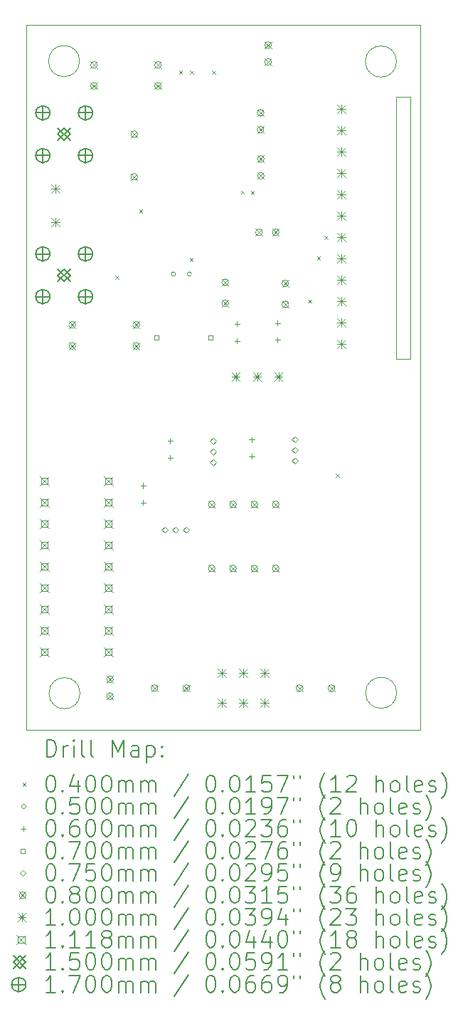
<source format=gbr>
%TF.GenerationSoftware,KiCad,Pcbnew,7.0.1*%
%TF.CreationDate,2023-09-27T13:20:47+00:00*%
%TF.ProjectId,SI4735,53493437-3335-42e6-9b69-6361645f7063,rev?*%
%TF.SameCoordinates,Original*%
%TF.FileFunction,Drillmap*%
%TF.FilePolarity,Positive*%
%FSLAX45Y45*%
G04 Gerber Fmt 4.5, Leading zero omitted, Abs format (unit mm)*
G04 Created by KiCad (PCBNEW 7.0.1) date 2023-09-27 13:20:47*
%MOMM*%
%LPD*%
G01*
G04 APERTURE LIST*
%ADD10C,0.050000*%
%ADD11C,0.200000*%
%ADD12C,0.040000*%
%ADD13C,0.060000*%
%ADD14C,0.070000*%
%ADD15C,0.075000*%
%ADD16C,0.080000*%
%ADD17C,0.100000*%
%ADD18C,0.111760*%
%ADD19C,0.150000*%
%ADD20C,0.170000*%
G04 APERTURE END LIST*
D10*
X16904814Y-8370000D02*
G75*
G03*
X16904814Y-8370000I-184814J0D01*
G01*
X13132314Y-8365000D02*
G75*
G03*
X13132314Y-8365000I-184814J0D01*
G01*
X13137500Y-15880000D02*
G75*
G03*
X13137500Y-15880000I-184814J0D01*
G01*
X16905000Y-8787500D02*
X17070000Y-8787500D01*
X17070000Y-11907500D01*
X16905000Y-11907500D01*
X16905000Y-8787500D01*
X16907314Y-15875000D02*
G75*
G03*
X16907314Y-15875000I-184814J0D01*
G01*
X12496500Y-7931500D02*
X17192500Y-7931500D01*
X17192500Y-16320000D01*
X12496500Y-16320000D01*
X12496500Y-7931500D01*
D11*
D12*
X13557500Y-10915000D02*
X13597500Y-10955000D01*
X13597500Y-10915000D02*
X13557500Y-10955000D01*
X13842500Y-10130000D02*
X13882500Y-10170000D01*
X13882500Y-10130000D02*
X13842500Y-10170000D01*
X14315000Y-8480000D02*
X14355000Y-8520000D01*
X14355000Y-8480000D02*
X14315000Y-8520000D01*
X14442500Y-10705000D02*
X14482500Y-10745000D01*
X14482500Y-10705000D02*
X14442500Y-10745000D01*
X14447750Y-8480000D02*
X14487750Y-8520000D01*
X14487750Y-8480000D02*
X14447750Y-8520000D01*
X14707500Y-8475000D02*
X14747500Y-8515000D01*
X14747500Y-8475000D02*
X14707500Y-8515000D01*
X15053000Y-9905000D02*
X15093000Y-9945000D01*
X15093000Y-9905000D02*
X15053000Y-9945000D01*
X15171000Y-9906000D02*
X15211000Y-9946000D01*
X15211000Y-9906000D02*
X15171000Y-9946000D01*
X15855000Y-11200000D02*
X15895000Y-11240000D01*
X15895000Y-11200000D02*
X15855000Y-11240000D01*
X15957500Y-10687500D02*
X15997500Y-10727500D01*
X15997500Y-10687500D02*
X15957500Y-10727500D01*
X16050000Y-10440000D02*
X16090000Y-10480000D01*
X16090000Y-10440000D02*
X16050000Y-10480000D01*
X16180000Y-13267500D02*
X16220000Y-13307500D01*
X16220000Y-13267500D02*
X16180000Y-13307500D01*
D10*
X14275000Y-10896000D02*
G75*
G03*
X14275000Y-10896000I-25000J0D01*
G01*
X14465000Y-10896000D02*
G75*
G03*
X14465000Y-10896000I-25000J0D01*
G01*
D13*
X13887500Y-13382120D02*
X13887500Y-13442120D01*
X13857500Y-13412120D02*
X13917500Y-13412120D01*
X13887500Y-13582120D02*
X13887500Y-13642120D01*
X13857500Y-13612120D02*
X13917500Y-13612120D01*
X14212500Y-12850000D02*
X14212500Y-12910000D01*
X14182500Y-12880000D02*
X14242500Y-12880000D01*
X14212500Y-13050000D02*
X14212500Y-13110000D01*
X14182500Y-13080000D02*
X14242500Y-13080000D01*
X15007500Y-11459760D02*
X15007500Y-11519760D01*
X14977500Y-11489760D02*
X15037500Y-11489760D01*
X15007500Y-11659760D02*
X15007500Y-11719760D01*
X14977500Y-11689760D02*
X15037500Y-11689760D01*
X15182500Y-12834760D02*
X15182500Y-12894760D01*
X15152500Y-12864760D02*
X15212500Y-12864760D01*
X15182500Y-13034760D02*
X15182500Y-13094760D01*
X15152500Y-13064760D02*
X15212500Y-13064760D01*
X15487500Y-11450000D02*
X15487500Y-11510000D01*
X15457500Y-11480000D02*
X15517500Y-11480000D01*
X15487500Y-11650000D02*
X15487500Y-11710000D01*
X15457500Y-11680000D02*
X15517500Y-11680000D01*
D14*
X14074749Y-11677249D02*
X14074749Y-11627751D01*
X14025251Y-11627751D01*
X14025251Y-11677249D01*
X14074749Y-11677249D01*
X14714749Y-11674749D02*
X14714749Y-11625251D01*
X14665251Y-11625251D01*
X14665251Y-11674749D01*
X14714749Y-11674749D01*
D15*
X14146580Y-13974740D02*
X14184080Y-13937240D01*
X14146580Y-13899740D01*
X14109080Y-13937240D01*
X14146580Y-13974740D01*
X14273580Y-13974740D02*
X14311080Y-13937240D01*
X14273580Y-13899740D01*
X14236080Y-13937240D01*
X14273580Y-13974740D01*
X14400580Y-13974740D02*
X14438080Y-13937240D01*
X14400580Y-13899740D01*
X14363080Y-13937240D01*
X14400580Y-13974740D01*
X14721250Y-12917500D02*
X14758750Y-12880000D01*
X14721250Y-12842500D01*
X14683750Y-12880000D01*
X14721250Y-12917500D01*
X14721250Y-13044500D02*
X14758750Y-13007000D01*
X14721250Y-12969500D01*
X14683750Y-13007000D01*
X14721250Y-13044500D01*
X14721250Y-13171500D02*
X14758750Y-13134000D01*
X14721250Y-13096500D01*
X14683750Y-13134000D01*
X14721250Y-13171500D01*
X15695000Y-12899760D02*
X15732500Y-12862260D01*
X15695000Y-12824760D01*
X15657500Y-12862260D01*
X15695000Y-12899760D01*
X15695000Y-13026760D02*
X15732500Y-12989260D01*
X15695000Y-12951760D01*
X15657500Y-12989260D01*
X15695000Y-13026760D01*
X15695000Y-13153760D02*
X15732500Y-13116260D01*
X15695000Y-13078760D01*
X15657500Y-13116260D01*
X15695000Y-13153760D01*
D16*
X13004500Y-11459000D02*
X13084500Y-11539000D01*
X13084500Y-11459000D02*
X13004500Y-11539000D01*
X13084500Y-11499000D02*
G75*
G03*
X13084500Y-11499000I-40000J0D01*
G01*
X13005500Y-11711500D02*
X13085500Y-11791500D01*
X13085500Y-11711500D02*
X13005500Y-11791500D01*
X13085500Y-11751500D02*
G75*
G03*
X13085500Y-11751500I-40000J0D01*
G01*
X13262500Y-8620000D02*
X13342500Y-8700000D01*
X13342500Y-8620000D02*
X13262500Y-8700000D01*
X13342500Y-8660000D02*
G75*
G03*
X13342500Y-8660000I-40000J0D01*
G01*
X13264000Y-8370000D02*
X13344000Y-8450000D01*
X13344000Y-8370000D02*
X13264000Y-8450000D01*
X13344000Y-8410000D02*
G75*
G03*
X13344000Y-8410000I-40000J0D01*
G01*
X13455000Y-15675000D02*
X13535000Y-15755000D01*
X13535000Y-15675000D02*
X13455000Y-15755000D01*
X13535000Y-15715000D02*
G75*
G03*
X13535000Y-15715000I-40000J0D01*
G01*
X13455000Y-15875000D02*
X13535000Y-15955000D01*
X13535000Y-15875000D02*
X13455000Y-15955000D01*
X13535000Y-15915000D02*
G75*
G03*
X13535000Y-15915000I-40000J0D01*
G01*
X13742500Y-9192500D02*
X13822500Y-9272500D01*
X13822500Y-9192500D02*
X13742500Y-9272500D01*
X13822500Y-9232500D02*
G75*
G03*
X13822500Y-9232500I-40000J0D01*
G01*
X13742500Y-9700500D02*
X13822500Y-9780500D01*
X13822500Y-9700500D02*
X13742500Y-9780500D01*
X13822500Y-9740500D02*
G75*
G03*
X13822500Y-9740500I-40000J0D01*
G01*
X13766500Y-11459000D02*
X13846500Y-11539000D01*
X13846500Y-11459000D02*
X13766500Y-11539000D01*
X13846500Y-11499000D02*
G75*
G03*
X13846500Y-11499000I-40000J0D01*
G01*
X13767500Y-11711500D02*
X13847500Y-11791500D01*
X13847500Y-11711500D02*
X13767500Y-11791500D01*
X13847500Y-11751500D02*
G75*
G03*
X13847500Y-11751500I-40000J0D01*
G01*
X13985000Y-15779700D02*
X14065000Y-15859700D01*
X14065000Y-15779700D02*
X13985000Y-15859700D01*
X14065000Y-15819700D02*
G75*
G03*
X14065000Y-15819700I-40000J0D01*
G01*
X14024500Y-8620000D02*
X14104500Y-8700000D01*
X14104500Y-8620000D02*
X14024500Y-8700000D01*
X14104500Y-8660000D02*
G75*
G03*
X14104500Y-8660000I-40000J0D01*
G01*
X14026000Y-8370000D02*
X14106000Y-8450000D01*
X14106000Y-8370000D02*
X14026000Y-8450000D01*
X14106000Y-8410000D02*
G75*
G03*
X14106000Y-8410000I-40000J0D01*
G01*
X14365000Y-15779700D02*
X14445000Y-15859700D01*
X14445000Y-15779700D02*
X14365000Y-15859700D01*
X14445000Y-15819700D02*
G75*
G03*
X14445000Y-15819700I-40000J0D01*
G01*
X14665480Y-13595100D02*
X14745480Y-13675100D01*
X14745480Y-13595100D02*
X14665480Y-13675100D01*
X14745480Y-13635100D02*
G75*
G03*
X14745480Y-13635100I-40000J0D01*
G01*
X14665480Y-14357100D02*
X14745480Y-14437100D01*
X14745480Y-14357100D02*
X14665480Y-14437100D01*
X14745480Y-14397100D02*
G75*
G03*
X14745480Y-14397100I-40000J0D01*
G01*
X14825000Y-10955000D02*
X14905000Y-11035000D01*
X14905000Y-10955000D02*
X14825000Y-11035000D01*
X14905000Y-10995000D02*
G75*
G03*
X14905000Y-10995000I-40000J0D01*
G01*
X14825000Y-11205000D02*
X14905000Y-11285000D01*
X14905000Y-11205000D02*
X14825000Y-11285000D01*
X14905000Y-11245000D02*
G75*
G03*
X14905000Y-11245000I-40000J0D01*
G01*
X14919480Y-13595100D02*
X14999480Y-13675100D01*
X14999480Y-13595100D02*
X14919480Y-13675100D01*
X14999480Y-13635100D02*
G75*
G03*
X14999480Y-13635100I-40000J0D01*
G01*
X14919480Y-14357100D02*
X14999480Y-14437100D01*
X14999480Y-14357100D02*
X14919480Y-14437100D01*
X14999480Y-14397100D02*
G75*
G03*
X14999480Y-14397100I-40000J0D01*
G01*
X15173480Y-13595100D02*
X15253480Y-13675100D01*
X15253480Y-13595100D02*
X15173480Y-13675100D01*
X15253480Y-13635100D02*
G75*
G03*
X15253480Y-13635100I-40000J0D01*
G01*
X15173480Y-14357100D02*
X15253480Y-14437100D01*
X15253480Y-14357100D02*
X15173480Y-14437100D01*
X15253480Y-14397100D02*
G75*
G03*
X15253480Y-14397100I-40000J0D01*
G01*
X15226989Y-10360000D02*
X15306989Y-10440000D01*
X15306989Y-10360000D02*
X15226989Y-10440000D01*
X15306989Y-10400000D02*
G75*
G03*
X15306989Y-10400000I-40000J0D01*
G01*
X15247000Y-8939511D02*
X15327000Y-9019511D01*
X15327000Y-8939511D02*
X15247000Y-9019511D01*
X15327000Y-8979511D02*
G75*
G03*
X15327000Y-8979511I-40000J0D01*
G01*
X15247000Y-9139511D02*
X15327000Y-9219511D01*
X15327000Y-9139511D02*
X15247000Y-9219511D01*
X15327000Y-9179511D02*
G75*
G03*
X15327000Y-9179511I-40000J0D01*
G01*
X15250000Y-9487000D02*
X15330000Y-9567000D01*
X15330000Y-9487000D02*
X15250000Y-9567000D01*
X15330000Y-9527000D02*
G75*
G03*
X15330000Y-9527000I-40000J0D01*
G01*
X15250000Y-9687000D02*
X15330000Y-9767000D01*
X15330000Y-9687000D02*
X15250000Y-9767000D01*
X15330000Y-9727000D02*
G75*
G03*
X15330000Y-9727000I-40000J0D01*
G01*
X15337500Y-8135000D02*
X15417500Y-8215000D01*
X15417500Y-8135000D02*
X15337500Y-8215000D01*
X15417500Y-8175000D02*
G75*
G03*
X15417500Y-8175000I-40000J0D01*
G01*
X15337500Y-8335000D02*
X15417500Y-8415000D01*
X15417500Y-8335000D02*
X15337500Y-8415000D01*
X15417500Y-8375000D02*
G75*
G03*
X15417500Y-8375000I-40000J0D01*
G01*
X15426989Y-10360000D02*
X15506989Y-10440000D01*
X15506989Y-10360000D02*
X15426989Y-10440000D01*
X15506989Y-10400000D02*
G75*
G03*
X15506989Y-10400000I-40000J0D01*
G01*
X15427480Y-13595100D02*
X15507480Y-13675100D01*
X15507480Y-13595100D02*
X15427480Y-13675100D01*
X15507480Y-13635100D02*
G75*
G03*
X15507480Y-13635100I-40000J0D01*
G01*
X15427480Y-14357100D02*
X15507480Y-14437100D01*
X15507480Y-14357100D02*
X15427480Y-14437100D01*
X15507480Y-14397100D02*
G75*
G03*
X15507480Y-14397100I-40000J0D01*
G01*
X15542500Y-10967500D02*
X15622500Y-11047500D01*
X15622500Y-10967500D02*
X15542500Y-11047500D01*
X15622500Y-11007500D02*
G75*
G03*
X15622500Y-11007500I-40000J0D01*
G01*
X15542500Y-11217500D02*
X15622500Y-11297500D01*
X15622500Y-11217500D02*
X15542500Y-11297500D01*
X15622500Y-11257500D02*
G75*
G03*
X15622500Y-11257500I-40000J0D01*
G01*
X15712500Y-15780000D02*
X15792500Y-15860000D01*
X15792500Y-15780000D02*
X15712500Y-15860000D01*
X15792500Y-15820000D02*
G75*
G03*
X15792500Y-15820000I-40000J0D01*
G01*
X16092500Y-15780000D02*
X16172500Y-15860000D01*
X16172500Y-15780000D02*
X16092500Y-15860000D01*
X16172500Y-15820000D02*
G75*
G03*
X16172500Y-15820000I-40000J0D01*
G01*
D17*
X12797500Y-9830000D02*
X12897500Y-9930000D01*
X12897500Y-9830000D02*
X12797500Y-9930000D01*
X12847500Y-9830000D02*
X12847500Y-9930000D01*
X12797500Y-9880000D02*
X12897500Y-9880000D01*
X12797500Y-10230000D02*
X12897500Y-10330000D01*
X12897500Y-10230000D02*
X12797500Y-10330000D01*
X12847500Y-10230000D02*
X12847500Y-10330000D01*
X12797500Y-10280000D02*
X12897500Y-10280000D01*
X14779300Y-15943710D02*
X14879300Y-16043710D01*
X14879300Y-15943710D02*
X14779300Y-16043710D01*
X14829300Y-15943710D02*
X14829300Y-16043710D01*
X14779300Y-15993710D02*
X14879300Y-15993710D01*
X14779800Y-15586210D02*
X14879800Y-15686210D01*
X14879800Y-15586210D02*
X14779800Y-15686210D01*
X14829800Y-15586210D02*
X14829800Y-15686210D01*
X14779800Y-15636210D02*
X14879800Y-15636210D01*
X14942000Y-12070000D02*
X15042000Y-12170000D01*
X15042000Y-12070000D02*
X14942000Y-12170000D01*
X14992000Y-12070000D02*
X14992000Y-12170000D01*
X14942000Y-12120000D02*
X15042000Y-12120000D01*
X15033300Y-15943710D02*
X15133300Y-16043710D01*
X15133300Y-15943710D02*
X15033300Y-16043710D01*
X15083300Y-15943710D02*
X15083300Y-16043710D01*
X15033300Y-15993710D02*
X15133300Y-15993710D01*
X15033800Y-15586210D02*
X15133800Y-15686210D01*
X15133800Y-15586210D02*
X15033800Y-15686210D01*
X15083800Y-15586210D02*
X15083800Y-15686210D01*
X15033800Y-15636210D02*
X15133800Y-15636210D01*
X15196000Y-12070000D02*
X15296000Y-12170000D01*
X15296000Y-12070000D02*
X15196000Y-12170000D01*
X15246000Y-12070000D02*
X15246000Y-12170000D01*
X15196000Y-12120000D02*
X15296000Y-12120000D01*
X15287300Y-15943710D02*
X15387300Y-16043710D01*
X15387300Y-15943710D02*
X15287300Y-16043710D01*
X15337300Y-15943710D02*
X15337300Y-16043710D01*
X15287300Y-15993710D02*
X15387300Y-15993710D01*
X15287800Y-15586210D02*
X15387800Y-15686210D01*
X15387800Y-15586210D02*
X15287800Y-15686210D01*
X15337800Y-15586210D02*
X15337800Y-15686210D01*
X15287800Y-15636210D02*
X15387800Y-15636210D01*
X15450000Y-12070000D02*
X15550000Y-12170000D01*
X15550000Y-12070000D02*
X15450000Y-12170000D01*
X15500000Y-12070000D02*
X15500000Y-12170000D01*
X15450000Y-12120000D02*
X15550000Y-12120000D01*
X16200920Y-8883180D02*
X16300920Y-8983180D01*
X16300920Y-8883180D02*
X16200920Y-8983180D01*
X16250920Y-8883180D02*
X16250920Y-8983180D01*
X16200920Y-8933180D02*
X16300920Y-8933180D01*
X16200920Y-9137180D02*
X16300920Y-9237180D01*
X16300920Y-9137180D02*
X16200920Y-9237180D01*
X16250920Y-9137180D02*
X16250920Y-9237180D01*
X16200920Y-9187180D02*
X16300920Y-9187180D01*
X16200920Y-9391180D02*
X16300920Y-9491180D01*
X16300920Y-9391180D02*
X16200920Y-9491180D01*
X16250920Y-9391180D02*
X16250920Y-9491180D01*
X16200920Y-9441180D02*
X16300920Y-9441180D01*
X16200920Y-9645180D02*
X16300920Y-9745180D01*
X16300920Y-9645180D02*
X16200920Y-9745180D01*
X16250920Y-9645180D02*
X16250920Y-9745180D01*
X16200920Y-9695180D02*
X16300920Y-9695180D01*
X16200920Y-9899180D02*
X16300920Y-9999180D01*
X16300920Y-9899180D02*
X16200920Y-9999180D01*
X16250920Y-9899180D02*
X16250920Y-9999180D01*
X16200920Y-9949180D02*
X16300920Y-9949180D01*
X16200920Y-10153180D02*
X16300920Y-10253180D01*
X16300920Y-10153180D02*
X16200920Y-10253180D01*
X16250920Y-10153180D02*
X16250920Y-10253180D01*
X16200920Y-10203180D02*
X16300920Y-10203180D01*
X16200920Y-10407180D02*
X16300920Y-10507180D01*
X16300920Y-10407180D02*
X16200920Y-10507180D01*
X16250920Y-10407180D02*
X16250920Y-10507180D01*
X16200920Y-10457180D02*
X16300920Y-10457180D01*
X16200920Y-10661180D02*
X16300920Y-10761180D01*
X16300920Y-10661180D02*
X16200920Y-10761180D01*
X16250920Y-10661180D02*
X16250920Y-10761180D01*
X16200920Y-10711180D02*
X16300920Y-10711180D01*
X16200920Y-10915180D02*
X16300920Y-11015180D01*
X16300920Y-10915180D02*
X16200920Y-11015180D01*
X16250920Y-10915180D02*
X16250920Y-11015180D01*
X16200920Y-10965180D02*
X16300920Y-10965180D01*
X16200920Y-11169180D02*
X16300920Y-11269180D01*
X16300920Y-11169180D02*
X16200920Y-11269180D01*
X16250920Y-11169180D02*
X16250920Y-11269180D01*
X16200920Y-11219180D02*
X16300920Y-11219180D01*
X16200920Y-11423180D02*
X16300920Y-11523180D01*
X16300920Y-11423180D02*
X16200920Y-11523180D01*
X16250920Y-11423180D02*
X16250920Y-11523180D01*
X16200920Y-11473180D02*
X16300920Y-11473180D01*
X16200920Y-11677180D02*
X16300920Y-11777180D01*
X16300920Y-11677180D02*
X16200920Y-11777180D01*
X16250920Y-11677180D02*
X16250920Y-11777180D01*
X16200920Y-11727180D02*
X16300920Y-11727180D01*
D18*
X12656620Y-13304120D02*
X12768380Y-13415880D01*
X12768380Y-13304120D02*
X12656620Y-13415880D01*
X12752013Y-13399513D02*
X12752013Y-13320486D01*
X12672986Y-13320486D01*
X12672986Y-13399513D01*
X12752013Y-13399513D01*
X12656620Y-13558120D02*
X12768380Y-13669880D01*
X12768380Y-13558120D02*
X12656620Y-13669880D01*
X12752013Y-13653513D02*
X12752013Y-13574486D01*
X12672986Y-13574486D01*
X12672986Y-13653513D01*
X12752013Y-13653513D01*
X12656620Y-13812120D02*
X12768380Y-13923880D01*
X12768380Y-13812120D02*
X12656620Y-13923880D01*
X12752013Y-13907513D02*
X12752013Y-13828486D01*
X12672986Y-13828486D01*
X12672986Y-13907513D01*
X12752013Y-13907513D01*
X12656620Y-14066120D02*
X12768380Y-14177880D01*
X12768380Y-14066120D02*
X12656620Y-14177880D01*
X12752013Y-14161513D02*
X12752013Y-14082486D01*
X12672986Y-14082486D01*
X12672986Y-14161513D01*
X12752013Y-14161513D01*
X12656620Y-14320120D02*
X12768380Y-14431880D01*
X12768380Y-14320120D02*
X12656620Y-14431880D01*
X12752013Y-14415513D02*
X12752013Y-14336486D01*
X12672986Y-14336486D01*
X12672986Y-14415513D01*
X12752013Y-14415513D01*
X12656620Y-14574120D02*
X12768380Y-14685880D01*
X12768380Y-14574120D02*
X12656620Y-14685880D01*
X12752013Y-14669513D02*
X12752013Y-14590486D01*
X12672986Y-14590486D01*
X12672986Y-14669513D01*
X12752013Y-14669513D01*
X12656620Y-14828120D02*
X12768380Y-14939880D01*
X12768380Y-14828120D02*
X12656620Y-14939880D01*
X12752013Y-14923513D02*
X12752013Y-14844486D01*
X12672986Y-14844486D01*
X12672986Y-14923513D01*
X12752013Y-14923513D01*
X12656620Y-15082120D02*
X12768380Y-15193880D01*
X12768380Y-15082120D02*
X12656620Y-15193880D01*
X12752013Y-15177513D02*
X12752013Y-15098486D01*
X12672986Y-15098486D01*
X12672986Y-15177513D01*
X12752013Y-15177513D01*
X12656620Y-15336120D02*
X12768380Y-15447880D01*
X12768380Y-15336120D02*
X12656620Y-15447880D01*
X12752013Y-15431513D02*
X12752013Y-15352486D01*
X12672986Y-15352486D01*
X12672986Y-15431513D01*
X12752013Y-15431513D01*
X13418620Y-13304120D02*
X13530380Y-13415880D01*
X13530380Y-13304120D02*
X13418620Y-13415880D01*
X13514013Y-13399513D02*
X13514013Y-13320486D01*
X13434986Y-13320486D01*
X13434986Y-13399513D01*
X13514013Y-13399513D01*
X13418620Y-13558120D02*
X13530380Y-13669880D01*
X13530380Y-13558120D02*
X13418620Y-13669880D01*
X13514013Y-13653513D02*
X13514013Y-13574486D01*
X13434986Y-13574486D01*
X13434986Y-13653513D01*
X13514013Y-13653513D01*
X13418620Y-13812120D02*
X13530380Y-13923880D01*
X13530380Y-13812120D02*
X13418620Y-13923880D01*
X13514013Y-13907513D02*
X13514013Y-13828486D01*
X13434986Y-13828486D01*
X13434986Y-13907513D01*
X13514013Y-13907513D01*
X13418620Y-14066120D02*
X13530380Y-14177880D01*
X13530380Y-14066120D02*
X13418620Y-14177880D01*
X13514013Y-14161513D02*
X13514013Y-14082486D01*
X13434986Y-14082486D01*
X13434986Y-14161513D01*
X13514013Y-14161513D01*
X13418620Y-14320120D02*
X13530380Y-14431880D01*
X13530380Y-14320120D02*
X13418620Y-14431880D01*
X13514013Y-14415513D02*
X13514013Y-14336486D01*
X13434986Y-14336486D01*
X13434986Y-14415513D01*
X13514013Y-14415513D01*
X13418620Y-14574120D02*
X13530380Y-14685880D01*
X13530380Y-14574120D02*
X13418620Y-14685880D01*
X13514013Y-14669513D02*
X13514013Y-14590486D01*
X13434986Y-14590486D01*
X13434986Y-14669513D01*
X13514013Y-14669513D01*
X13418620Y-14828120D02*
X13530380Y-14939880D01*
X13530380Y-14828120D02*
X13418620Y-14939880D01*
X13514013Y-14923513D02*
X13514013Y-14844486D01*
X13434986Y-14844486D01*
X13434986Y-14923513D01*
X13514013Y-14923513D01*
X13418620Y-15082120D02*
X13530380Y-15193880D01*
X13530380Y-15082120D02*
X13418620Y-15193880D01*
X13514013Y-15177513D02*
X13514013Y-15098486D01*
X13434986Y-15098486D01*
X13434986Y-15177513D01*
X13514013Y-15177513D01*
X13418620Y-15336120D02*
X13530380Y-15447880D01*
X13530380Y-15336120D02*
X13418620Y-15447880D01*
X13514013Y-15431513D02*
X13514013Y-15352486D01*
X13434986Y-15352486D01*
X13434986Y-15431513D01*
X13514013Y-15431513D01*
D19*
X12873500Y-10836000D02*
X13023500Y-10986000D01*
X13023500Y-10836000D02*
X12873500Y-10986000D01*
X12948500Y-10986000D02*
X13023500Y-10911000D01*
X12948500Y-10836000D01*
X12873500Y-10911000D01*
X12948500Y-10986000D01*
X12874000Y-9159000D02*
X13024000Y-9309000D01*
X13024000Y-9159000D02*
X12874000Y-9309000D01*
X12949000Y-9309000D02*
X13024000Y-9234000D01*
X12949000Y-9159000D01*
X12874000Y-9234000D01*
X12949000Y-9309000D01*
D20*
X12694500Y-10572000D02*
X12694500Y-10742000D01*
X12609500Y-10657000D02*
X12779500Y-10657000D01*
X12779500Y-10657000D02*
G75*
G03*
X12779500Y-10657000I-85000J0D01*
G01*
X12694500Y-11080000D02*
X12694500Y-11250000D01*
X12609500Y-11165000D02*
X12779500Y-11165000D01*
X12779500Y-11165000D02*
G75*
G03*
X12779500Y-11165000I-85000J0D01*
G01*
X12695000Y-8895000D02*
X12695000Y-9065000D01*
X12610000Y-8980000D02*
X12780000Y-8980000D01*
X12780000Y-8980000D02*
G75*
G03*
X12780000Y-8980000I-85000J0D01*
G01*
X12695000Y-9403000D02*
X12695000Y-9573000D01*
X12610000Y-9488000D02*
X12780000Y-9488000D01*
X12780000Y-9488000D02*
G75*
G03*
X12780000Y-9488000I-85000J0D01*
G01*
X13202500Y-10572000D02*
X13202500Y-10742000D01*
X13117500Y-10657000D02*
X13287500Y-10657000D01*
X13287500Y-10657000D02*
G75*
G03*
X13287500Y-10657000I-85000J0D01*
G01*
X13202500Y-11080000D02*
X13202500Y-11250000D01*
X13117500Y-11165000D02*
X13287500Y-11165000D01*
X13287500Y-11165000D02*
G75*
G03*
X13287500Y-11165000I-85000J0D01*
G01*
X13203000Y-8895000D02*
X13203000Y-9065000D01*
X13118000Y-8980000D02*
X13288000Y-8980000D01*
X13288000Y-8980000D02*
G75*
G03*
X13288000Y-8980000I-85000J0D01*
G01*
X13203000Y-9403000D02*
X13203000Y-9573000D01*
X13118000Y-9488000D02*
X13288000Y-9488000D01*
X13288000Y-9488000D02*
G75*
G03*
X13288000Y-9488000I-85000J0D01*
G01*
D11*
X12741119Y-16635024D02*
X12741119Y-16435024D01*
X12741119Y-16435024D02*
X12788738Y-16435024D01*
X12788738Y-16435024D02*
X12817309Y-16444548D01*
X12817309Y-16444548D02*
X12836357Y-16463595D01*
X12836357Y-16463595D02*
X12845881Y-16482643D01*
X12845881Y-16482643D02*
X12855405Y-16520738D01*
X12855405Y-16520738D02*
X12855405Y-16549309D01*
X12855405Y-16549309D02*
X12845881Y-16587405D01*
X12845881Y-16587405D02*
X12836357Y-16606452D01*
X12836357Y-16606452D02*
X12817309Y-16625500D01*
X12817309Y-16625500D02*
X12788738Y-16635024D01*
X12788738Y-16635024D02*
X12741119Y-16635024D01*
X12941119Y-16635024D02*
X12941119Y-16501690D01*
X12941119Y-16539786D02*
X12950643Y-16520738D01*
X12950643Y-16520738D02*
X12960167Y-16511214D01*
X12960167Y-16511214D02*
X12979214Y-16501690D01*
X12979214Y-16501690D02*
X12998262Y-16501690D01*
X13064928Y-16635024D02*
X13064928Y-16501690D01*
X13064928Y-16435024D02*
X13055405Y-16444548D01*
X13055405Y-16444548D02*
X13064928Y-16454071D01*
X13064928Y-16454071D02*
X13074452Y-16444548D01*
X13074452Y-16444548D02*
X13064928Y-16435024D01*
X13064928Y-16435024D02*
X13064928Y-16454071D01*
X13188738Y-16635024D02*
X13169690Y-16625500D01*
X13169690Y-16625500D02*
X13160167Y-16606452D01*
X13160167Y-16606452D02*
X13160167Y-16435024D01*
X13293500Y-16635024D02*
X13274452Y-16625500D01*
X13274452Y-16625500D02*
X13264928Y-16606452D01*
X13264928Y-16606452D02*
X13264928Y-16435024D01*
X13522071Y-16635024D02*
X13522071Y-16435024D01*
X13522071Y-16435024D02*
X13588738Y-16577881D01*
X13588738Y-16577881D02*
X13655405Y-16435024D01*
X13655405Y-16435024D02*
X13655405Y-16635024D01*
X13836357Y-16635024D02*
X13836357Y-16530262D01*
X13836357Y-16530262D02*
X13826833Y-16511214D01*
X13826833Y-16511214D02*
X13807786Y-16501690D01*
X13807786Y-16501690D02*
X13769690Y-16501690D01*
X13769690Y-16501690D02*
X13750643Y-16511214D01*
X13836357Y-16625500D02*
X13817309Y-16635024D01*
X13817309Y-16635024D02*
X13769690Y-16635024D01*
X13769690Y-16635024D02*
X13750643Y-16625500D01*
X13750643Y-16625500D02*
X13741119Y-16606452D01*
X13741119Y-16606452D02*
X13741119Y-16587405D01*
X13741119Y-16587405D02*
X13750643Y-16568357D01*
X13750643Y-16568357D02*
X13769690Y-16558833D01*
X13769690Y-16558833D02*
X13817309Y-16558833D01*
X13817309Y-16558833D02*
X13836357Y-16549309D01*
X13931595Y-16501690D02*
X13931595Y-16701690D01*
X13931595Y-16511214D02*
X13950643Y-16501690D01*
X13950643Y-16501690D02*
X13988738Y-16501690D01*
X13988738Y-16501690D02*
X14007786Y-16511214D01*
X14007786Y-16511214D02*
X14017309Y-16520738D01*
X14017309Y-16520738D02*
X14026833Y-16539786D01*
X14026833Y-16539786D02*
X14026833Y-16596928D01*
X14026833Y-16596928D02*
X14017309Y-16615976D01*
X14017309Y-16615976D02*
X14007786Y-16625500D01*
X14007786Y-16625500D02*
X13988738Y-16635024D01*
X13988738Y-16635024D02*
X13950643Y-16635024D01*
X13950643Y-16635024D02*
X13931595Y-16625500D01*
X14112548Y-16615976D02*
X14122071Y-16625500D01*
X14122071Y-16625500D02*
X14112548Y-16635024D01*
X14112548Y-16635024D02*
X14103024Y-16625500D01*
X14103024Y-16625500D02*
X14112548Y-16615976D01*
X14112548Y-16615976D02*
X14112548Y-16635024D01*
X14112548Y-16511214D02*
X14122071Y-16520738D01*
X14122071Y-16520738D02*
X14112548Y-16530262D01*
X14112548Y-16530262D02*
X14103024Y-16520738D01*
X14103024Y-16520738D02*
X14112548Y-16511214D01*
X14112548Y-16511214D02*
X14112548Y-16530262D01*
D12*
X12453500Y-16942500D02*
X12493500Y-16982500D01*
X12493500Y-16942500D02*
X12453500Y-16982500D01*
D11*
X12779214Y-16855024D02*
X12798262Y-16855024D01*
X12798262Y-16855024D02*
X12817309Y-16864548D01*
X12817309Y-16864548D02*
X12826833Y-16874071D01*
X12826833Y-16874071D02*
X12836357Y-16893119D01*
X12836357Y-16893119D02*
X12845881Y-16931214D01*
X12845881Y-16931214D02*
X12845881Y-16978833D01*
X12845881Y-16978833D02*
X12836357Y-17016929D01*
X12836357Y-17016929D02*
X12826833Y-17035976D01*
X12826833Y-17035976D02*
X12817309Y-17045500D01*
X12817309Y-17045500D02*
X12798262Y-17055024D01*
X12798262Y-17055024D02*
X12779214Y-17055024D01*
X12779214Y-17055024D02*
X12760167Y-17045500D01*
X12760167Y-17045500D02*
X12750643Y-17035976D01*
X12750643Y-17035976D02*
X12741119Y-17016929D01*
X12741119Y-17016929D02*
X12731595Y-16978833D01*
X12731595Y-16978833D02*
X12731595Y-16931214D01*
X12731595Y-16931214D02*
X12741119Y-16893119D01*
X12741119Y-16893119D02*
X12750643Y-16874071D01*
X12750643Y-16874071D02*
X12760167Y-16864548D01*
X12760167Y-16864548D02*
X12779214Y-16855024D01*
X12931595Y-17035976D02*
X12941119Y-17045500D01*
X12941119Y-17045500D02*
X12931595Y-17055024D01*
X12931595Y-17055024D02*
X12922071Y-17045500D01*
X12922071Y-17045500D02*
X12931595Y-17035976D01*
X12931595Y-17035976D02*
X12931595Y-17055024D01*
X13112548Y-16921690D02*
X13112548Y-17055024D01*
X13064928Y-16845500D02*
X13017309Y-16988357D01*
X13017309Y-16988357D02*
X13141119Y-16988357D01*
X13255405Y-16855024D02*
X13274452Y-16855024D01*
X13274452Y-16855024D02*
X13293500Y-16864548D01*
X13293500Y-16864548D02*
X13303024Y-16874071D01*
X13303024Y-16874071D02*
X13312548Y-16893119D01*
X13312548Y-16893119D02*
X13322071Y-16931214D01*
X13322071Y-16931214D02*
X13322071Y-16978833D01*
X13322071Y-16978833D02*
X13312548Y-17016929D01*
X13312548Y-17016929D02*
X13303024Y-17035976D01*
X13303024Y-17035976D02*
X13293500Y-17045500D01*
X13293500Y-17045500D02*
X13274452Y-17055024D01*
X13274452Y-17055024D02*
X13255405Y-17055024D01*
X13255405Y-17055024D02*
X13236357Y-17045500D01*
X13236357Y-17045500D02*
X13226833Y-17035976D01*
X13226833Y-17035976D02*
X13217309Y-17016929D01*
X13217309Y-17016929D02*
X13207786Y-16978833D01*
X13207786Y-16978833D02*
X13207786Y-16931214D01*
X13207786Y-16931214D02*
X13217309Y-16893119D01*
X13217309Y-16893119D02*
X13226833Y-16874071D01*
X13226833Y-16874071D02*
X13236357Y-16864548D01*
X13236357Y-16864548D02*
X13255405Y-16855024D01*
X13445881Y-16855024D02*
X13464929Y-16855024D01*
X13464929Y-16855024D02*
X13483976Y-16864548D01*
X13483976Y-16864548D02*
X13493500Y-16874071D01*
X13493500Y-16874071D02*
X13503024Y-16893119D01*
X13503024Y-16893119D02*
X13512548Y-16931214D01*
X13512548Y-16931214D02*
X13512548Y-16978833D01*
X13512548Y-16978833D02*
X13503024Y-17016929D01*
X13503024Y-17016929D02*
X13493500Y-17035976D01*
X13493500Y-17035976D02*
X13483976Y-17045500D01*
X13483976Y-17045500D02*
X13464929Y-17055024D01*
X13464929Y-17055024D02*
X13445881Y-17055024D01*
X13445881Y-17055024D02*
X13426833Y-17045500D01*
X13426833Y-17045500D02*
X13417309Y-17035976D01*
X13417309Y-17035976D02*
X13407786Y-17016929D01*
X13407786Y-17016929D02*
X13398262Y-16978833D01*
X13398262Y-16978833D02*
X13398262Y-16931214D01*
X13398262Y-16931214D02*
X13407786Y-16893119D01*
X13407786Y-16893119D02*
X13417309Y-16874071D01*
X13417309Y-16874071D02*
X13426833Y-16864548D01*
X13426833Y-16864548D02*
X13445881Y-16855024D01*
X13598262Y-17055024D02*
X13598262Y-16921690D01*
X13598262Y-16940738D02*
X13607786Y-16931214D01*
X13607786Y-16931214D02*
X13626833Y-16921690D01*
X13626833Y-16921690D02*
X13655405Y-16921690D01*
X13655405Y-16921690D02*
X13674452Y-16931214D01*
X13674452Y-16931214D02*
X13683976Y-16950262D01*
X13683976Y-16950262D02*
X13683976Y-17055024D01*
X13683976Y-16950262D02*
X13693500Y-16931214D01*
X13693500Y-16931214D02*
X13712548Y-16921690D01*
X13712548Y-16921690D02*
X13741119Y-16921690D01*
X13741119Y-16921690D02*
X13760167Y-16931214D01*
X13760167Y-16931214D02*
X13769690Y-16950262D01*
X13769690Y-16950262D02*
X13769690Y-17055024D01*
X13864929Y-17055024D02*
X13864929Y-16921690D01*
X13864929Y-16940738D02*
X13874452Y-16931214D01*
X13874452Y-16931214D02*
X13893500Y-16921690D01*
X13893500Y-16921690D02*
X13922071Y-16921690D01*
X13922071Y-16921690D02*
X13941119Y-16931214D01*
X13941119Y-16931214D02*
X13950643Y-16950262D01*
X13950643Y-16950262D02*
X13950643Y-17055024D01*
X13950643Y-16950262D02*
X13960167Y-16931214D01*
X13960167Y-16931214D02*
X13979214Y-16921690D01*
X13979214Y-16921690D02*
X14007786Y-16921690D01*
X14007786Y-16921690D02*
X14026833Y-16931214D01*
X14026833Y-16931214D02*
X14036357Y-16950262D01*
X14036357Y-16950262D02*
X14036357Y-17055024D01*
X14426833Y-16845500D02*
X14255405Y-17102643D01*
X14683976Y-16855024D02*
X14703024Y-16855024D01*
X14703024Y-16855024D02*
X14722072Y-16864548D01*
X14722072Y-16864548D02*
X14731595Y-16874071D01*
X14731595Y-16874071D02*
X14741119Y-16893119D01*
X14741119Y-16893119D02*
X14750643Y-16931214D01*
X14750643Y-16931214D02*
X14750643Y-16978833D01*
X14750643Y-16978833D02*
X14741119Y-17016929D01*
X14741119Y-17016929D02*
X14731595Y-17035976D01*
X14731595Y-17035976D02*
X14722072Y-17045500D01*
X14722072Y-17045500D02*
X14703024Y-17055024D01*
X14703024Y-17055024D02*
X14683976Y-17055024D01*
X14683976Y-17055024D02*
X14664929Y-17045500D01*
X14664929Y-17045500D02*
X14655405Y-17035976D01*
X14655405Y-17035976D02*
X14645881Y-17016929D01*
X14645881Y-17016929D02*
X14636357Y-16978833D01*
X14636357Y-16978833D02*
X14636357Y-16931214D01*
X14636357Y-16931214D02*
X14645881Y-16893119D01*
X14645881Y-16893119D02*
X14655405Y-16874071D01*
X14655405Y-16874071D02*
X14664929Y-16864548D01*
X14664929Y-16864548D02*
X14683976Y-16855024D01*
X14836357Y-17035976D02*
X14845881Y-17045500D01*
X14845881Y-17045500D02*
X14836357Y-17055024D01*
X14836357Y-17055024D02*
X14826833Y-17045500D01*
X14826833Y-17045500D02*
X14836357Y-17035976D01*
X14836357Y-17035976D02*
X14836357Y-17055024D01*
X14969691Y-16855024D02*
X14988738Y-16855024D01*
X14988738Y-16855024D02*
X15007786Y-16864548D01*
X15007786Y-16864548D02*
X15017310Y-16874071D01*
X15017310Y-16874071D02*
X15026833Y-16893119D01*
X15026833Y-16893119D02*
X15036357Y-16931214D01*
X15036357Y-16931214D02*
X15036357Y-16978833D01*
X15036357Y-16978833D02*
X15026833Y-17016929D01*
X15026833Y-17016929D02*
X15017310Y-17035976D01*
X15017310Y-17035976D02*
X15007786Y-17045500D01*
X15007786Y-17045500D02*
X14988738Y-17055024D01*
X14988738Y-17055024D02*
X14969691Y-17055024D01*
X14969691Y-17055024D02*
X14950643Y-17045500D01*
X14950643Y-17045500D02*
X14941119Y-17035976D01*
X14941119Y-17035976D02*
X14931595Y-17016929D01*
X14931595Y-17016929D02*
X14922072Y-16978833D01*
X14922072Y-16978833D02*
X14922072Y-16931214D01*
X14922072Y-16931214D02*
X14931595Y-16893119D01*
X14931595Y-16893119D02*
X14941119Y-16874071D01*
X14941119Y-16874071D02*
X14950643Y-16864548D01*
X14950643Y-16864548D02*
X14969691Y-16855024D01*
X15226833Y-17055024D02*
X15112548Y-17055024D01*
X15169691Y-17055024D02*
X15169691Y-16855024D01*
X15169691Y-16855024D02*
X15150643Y-16883595D01*
X15150643Y-16883595D02*
X15131595Y-16902643D01*
X15131595Y-16902643D02*
X15112548Y-16912167D01*
X15407786Y-16855024D02*
X15312548Y-16855024D01*
X15312548Y-16855024D02*
X15303024Y-16950262D01*
X15303024Y-16950262D02*
X15312548Y-16940738D01*
X15312548Y-16940738D02*
X15331595Y-16931214D01*
X15331595Y-16931214D02*
X15379214Y-16931214D01*
X15379214Y-16931214D02*
X15398262Y-16940738D01*
X15398262Y-16940738D02*
X15407786Y-16950262D01*
X15407786Y-16950262D02*
X15417310Y-16969310D01*
X15417310Y-16969310D02*
X15417310Y-17016929D01*
X15417310Y-17016929D02*
X15407786Y-17035976D01*
X15407786Y-17035976D02*
X15398262Y-17045500D01*
X15398262Y-17045500D02*
X15379214Y-17055024D01*
X15379214Y-17055024D02*
X15331595Y-17055024D01*
X15331595Y-17055024D02*
X15312548Y-17045500D01*
X15312548Y-17045500D02*
X15303024Y-17035976D01*
X15483976Y-16855024D02*
X15617310Y-16855024D01*
X15617310Y-16855024D02*
X15531595Y-17055024D01*
X15683976Y-16855024D02*
X15683976Y-16893119D01*
X15760167Y-16855024D02*
X15760167Y-16893119D01*
X16055405Y-17131214D02*
X16045881Y-17121690D01*
X16045881Y-17121690D02*
X16026834Y-17093119D01*
X16026834Y-17093119D02*
X16017310Y-17074071D01*
X16017310Y-17074071D02*
X16007786Y-17045500D01*
X16007786Y-17045500D02*
X15998262Y-16997881D01*
X15998262Y-16997881D02*
X15998262Y-16959786D01*
X15998262Y-16959786D02*
X16007786Y-16912167D01*
X16007786Y-16912167D02*
X16017310Y-16883595D01*
X16017310Y-16883595D02*
X16026834Y-16864548D01*
X16026834Y-16864548D02*
X16045881Y-16835976D01*
X16045881Y-16835976D02*
X16055405Y-16826452D01*
X16236357Y-17055024D02*
X16122072Y-17055024D01*
X16179214Y-17055024D02*
X16179214Y-16855024D01*
X16179214Y-16855024D02*
X16160167Y-16883595D01*
X16160167Y-16883595D02*
X16141119Y-16902643D01*
X16141119Y-16902643D02*
X16122072Y-16912167D01*
X16312548Y-16874071D02*
X16322072Y-16864548D01*
X16322072Y-16864548D02*
X16341119Y-16855024D01*
X16341119Y-16855024D02*
X16388738Y-16855024D01*
X16388738Y-16855024D02*
X16407786Y-16864548D01*
X16407786Y-16864548D02*
X16417310Y-16874071D01*
X16417310Y-16874071D02*
X16426834Y-16893119D01*
X16426834Y-16893119D02*
X16426834Y-16912167D01*
X16426834Y-16912167D02*
X16417310Y-16940738D01*
X16417310Y-16940738D02*
X16303024Y-17055024D01*
X16303024Y-17055024D02*
X16426834Y-17055024D01*
X16664929Y-17055024D02*
X16664929Y-16855024D01*
X16750643Y-17055024D02*
X16750643Y-16950262D01*
X16750643Y-16950262D02*
X16741119Y-16931214D01*
X16741119Y-16931214D02*
X16722072Y-16921690D01*
X16722072Y-16921690D02*
X16693500Y-16921690D01*
X16693500Y-16921690D02*
X16674453Y-16931214D01*
X16674453Y-16931214D02*
X16664929Y-16940738D01*
X16874453Y-17055024D02*
X16855405Y-17045500D01*
X16855405Y-17045500D02*
X16845881Y-17035976D01*
X16845881Y-17035976D02*
X16836358Y-17016929D01*
X16836358Y-17016929D02*
X16836358Y-16959786D01*
X16836358Y-16959786D02*
X16845881Y-16940738D01*
X16845881Y-16940738D02*
X16855405Y-16931214D01*
X16855405Y-16931214D02*
X16874453Y-16921690D01*
X16874453Y-16921690D02*
X16903024Y-16921690D01*
X16903024Y-16921690D02*
X16922072Y-16931214D01*
X16922072Y-16931214D02*
X16931596Y-16940738D01*
X16931596Y-16940738D02*
X16941119Y-16959786D01*
X16941119Y-16959786D02*
X16941119Y-17016929D01*
X16941119Y-17016929D02*
X16931596Y-17035976D01*
X16931596Y-17035976D02*
X16922072Y-17045500D01*
X16922072Y-17045500D02*
X16903024Y-17055024D01*
X16903024Y-17055024D02*
X16874453Y-17055024D01*
X17055405Y-17055024D02*
X17036358Y-17045500D01*
X17036358Y-17045500D02*
X17026834Y-17026452D01*
X17026834Y-17026452D02*
X17026834Y-16855024D01*
X17207786Y-17045500D02*
X17188739Y-17055024D01*
X17188739Y-17055024D02*
X17150643Y-17055024D01*
X17150643Y-17055024D02*
X17131596Y-17045500D01*
X17131596Y-17045500D02*
X17122072Y-17026452D01*
X17122072Y-17026452D02*
X17122072Y-16950262D01*
X17122072Y-16950262D02*
X17131596Y-16931214D01*
X17131596Y-16931214D02*
X17150643Y-16921690D01*
X17150643Y-16921690D02*
X17188739Y-16921690D01*
X17188739Y-16921690D02*
X17207786Y-16931214D01*
X17207786Y-16931214D02*
X17217310Y-16950262D01*
X17217310Y-16950262D02*
X17217310Y-16969310D01*
X17217310Y-16969310D02*
X17122072Y-16988357D01*
X17293500Y-17045500D02*
X17312548Y-17055024D01*
X17312548Y-17055024D02*
X17350643Y-17055024D01*
X17350643Y-17055024D02*
X17369691Y-17045500D01*
X17369691Y-17045500D02*
X17379215Y-17026452D01*
X17379215Y-17026452D02*
X17379215Y-17016929D01*
X17379215Y-17016929D02*
X17369691Y-16997881D01*
X17369691Y-16997881D02*
X17350643Y-16988357D01*
X17350643Y-16988357D02*
X17322072Y-16988357D01*
X17322072Y-16988357D02*
X17303024Y-16978833D01*
X17303024Y-16978833D02*
X17293500Y-16959786D01*
X17293500Y-16959786D02*
X17293500Y-16950262D01*
X17293500Y-16950262D02*
X17303024Y-16931214D01*
X17303024Y-16931214D02*
X17322072Y-16921690D01*
X17322072Y-16921690D02*
X17350643Y-16921690D01*
X17350643Y-16921690D02*
X17369691Y-16931214D01*
X17445881Y-17131214D02*
X17455405Y-17121690D01*
X17455405Y-17121690D02*
X17474453Y-17093119D01*
X17474453Y-17093119D02*
X17483977Y-17074071D01*
X17483977Y-17074071D02*
X17493500Y-17045500D01*
X17493500Y-17045500D02*
X17503024Y-16997881D01*
X17503024Y-16997881D02*
X17503024Y-16959786D01*
X17503024Y-16959786D02*
X17493500Y-16912167D01*
X17493500Y-16912167D02*
X17483977Y-16883595D01*
X17483977Y-16883595D02*
X17474453Y-16864548D01*
X17474453Y-16864548D02*
X17455405Y-16835976D01*
X17455405Y-16835976D02*
X17445881Y-16826452D01*
D10*
X12493500Y-17226500D02*
G75*
G03*
X12493500Y-17226500I-25000J0D01*
G01*
D11*
X12779214Y-17119024D02*
X12798262Y-17119024D01*
X12798262Y-17119024D02*
X12817309Y-17128548D01*
X12817309Y-17128548D02*
X12826833Y-17138071D01*
X12826833Y-17138071D02*
X12836357Y-17157119D01*
X12836357Y-17157119D02*
X12845881Y-17195214D01*
X12845881Y-17195214D02*
X12845881Y-17242833D01*
X12845881Y-17242833D02*
X12836357Y-17280929D01*
X12836357Y-17280929D02*
X12826833Y-17299976D01*
X12826833Y-17299976D02*
X12817309Y-17309500D01*
X12817309Y-17309500D02*
X12798262Y-17319024D01*
X12798262Y-17319024D02*
X12779214Y-17319024D01*
X12779214Y-17319024D02*
X12760167Y-17309500D01*
X12760167Y-17309500D02*
X12750643Y-17299976D01*
X12750643Y-17299976D02*
X12741119Y-17280929D01*
X12741119Y-17280929D02*
X12731595Y-17242833D01*
X12731595Y-17242833D02*
X12731595Y-17195214D01*
X12731595Y-17195214D02*
X12741119Y-17157119D01*
X12741119Y-17157119D02*
X12750643Y-17138071D01*
X12750643Y-17138071D02*
X12760167Y-17128548D01*
X12760167Y-17128548D02*
X12779214Y-17119024D01*
X12931595Y-17299976D02*
X12941119Y-17309500D01*
X12941119Y-17309500D02*
X12931595Y-17319024D01*
X12931595Y-17319024D02*
X12922071Y-17309500D01*
X12922071Y-17309500D02*
X12931595Y-17299976D01*
X12931595Y-17299976D02*
X12931595Y-17319024D01*
X13122071Y-17119024D02*
X13026833Y-17119024D01*
X13026833Y-17119024D02*
X13017309Y-17214262D01*
X13017309Y-17214262D02*
X13026833Y-17204738D01*
X13026833Y-17204738D02*
X13045881Y-17195214D01*
X13045881Y-17195214D02*
X13093500Y-17195214D01*
X13093500Y-17195214D02*
X13112548Y-17204738D01*
X13112548Y-17204738D02*
X13122071Y-17214262D01*
X13122071Y-17214262D02*
X13131595Y-17233310D01*
X13131595Y-17233310D02*
X13131595Y-17280929D01*
X13131595Y-17280929D02*
X13122071Y-17299976D01*
X13122071Y-17299976D02*
X13112548Y-17309500D01*
X13112548Y-17309500D02*
X13093500Y-17319024D01*
X13093500Y-17319024D02*
X13045881Y-17319024D01*
X13045881Y-17319024D02*
X13026833Y-17309500D01*
X13026833Y-17309500D02*
X13017309Y-17299976D01*
X13255405Y-17119024D02*
X13274452Y-17119024D01*
X13274452Y-17119024D02*
X13293500Y-17128548D01*
X13293500Y-17128548D02*
X13303024Y-17138071D01*
X13303024Y-17138071D02*
X13312548Y-17157119D01*
X13312548Y-17157119D02*
X13322071Y-17195214D01*
X13322071Y-17195214D02*
X13322071Y-17242833D01*
X13322071Y-17242833D02*
X13312548Y-17280929D01*
X13312548Y-17280929D02*
X13303024Y-17299976D01*
X13303024Y-17299976D02*
X13293500Y-17309500D01*
X13293500Y-17309500D02*
X13274452Y-17319024D01*
X13274452Y-17319024D02*
X13255405Y-17319024D01*
X13255405Y-17319024D02*
X13236357Y-17309500D01*
X13236357Y-17309500D02*
X13226833Y-17299976D01*
X13226833Y-17299976D02*
X13217309Y-17280929D01*
X13217309Y-17280929D02*
X13207786Y-17242833D01*
X13207786Y-17242833D02*
X13207786Y-17195214D01*
X13207786Y-17195214D02*
X13217309Y-17157119D01*
X13217309Y-17157119D02*
X13226833Y-17138071D01*
X13226833Y-17138071D02*
X13236357Y-17128548D01*
X13236357Y-17128548D02*
X13255405Y-17119024D01*
X13445881Y-17119024D02*
X13464929Y-17119024D01*
X13464929Y-17119024D02*
X13483976Y-17128548D01*
X13483976Y-17128548D02*
X13493500Y-17138071D01*
X13493500Y-17138071D02*
X13503024Y-17157119D01*
X13503024Y-17157119D02*
X13512548Y-17195214D01*
X13512548Y-17195214D02*
X13512548Y-17242833D01*
X13512548Y-17242833D02*
X13503024Y-17280929D01*
X13503024Y-17280929D02*
X13493500Y-17299976D01*
X13493500Y-17299976D02*
X13483976Y-17309500D01*
X13483976Y-17309500D02*
X13464929Y-17319024D01*
X13464929Y-17319024D02*
X13445881Y-17319024D01*
X13445881Y-17319024D02*
X13426833Y-17309500D01*
X13426833Y-17309500D02*
X13417309Y-17299976D01*
X13417309Y-17299976D02*
X13407786Y-17280929D01*
X13407786Y-17280929D02*
X13398262Y-17242833D01*
X13398262Y-17242833D02*
X13398262Y-17195214D01*
X13398262Y-17195214D02*
X13407786Y-17157119D01*
X13407786Y-17157119D02*
X13417309Y-17138071D01*
X13417309Y-17138071D02*
X13426833Y-17128548D01*
X13426833Y-17128548D02*
X13445881Y-17119024D01*
X13598262Y-17319024D02*
X13598262Y-17185690D01*
X13598262Y-17204738D02*
X13607786Y-17195214D01*
X13607786Y-17195214D02*
X13626833Y-17185690D01*
X13626833Y-17185690D02*
X13655405Y-17185690D01*
X13655405Y-17185690D02*
X13674452Y-17195214D01*
X13674452Y-17195214D02*
X13683976Y-17214262D01*
X13683976Y-17214262D02*
X13683976Y-17319024D01*
X13683976Y-17214262D02*
X13693500Y-17195214D01*
X13693500Y-17195214D02*
X13712548Y-17185690D01*
X13712548Y-17185690D02*
X13741119Y-17185690D01*
X13741119Y-17185690D02*
X13760167Y-17195214D01*
X13760167Y-17195214D02*
X13769690Y-17214262D01*
X13769690Y-17214262D02*
X13769690Y-17319024D01*
X13864929Y-17319024D02*
X13864929Y-17185690D01*
X13864929Y-17204738D02*
X13874452Y-17195214D01*
X13874452Y-17195214D02*
X13893500Y-17185690D01*
X13893500Y-17185690D02*
X13922071Y-17185690D01*
X13922071Y-17185690D02*
X13941119Y-17195214D01*
X13941119Y-17195214D02*
X13950643Y-17214262D01*
X13950643Y-17214262D02*
X13950643Y-17319024D01*
X13950643Y-17214262D02*
X13960167Y-17195214D01*
X13960167Y-17195214D02*
X13979214Y-17185690D01*
X13979214Y-17185690D02*
X14007786Y-17185690D01*
X14007786Y-17185690D02*
X14026833Y-17195214D01*
X14026833Y-17195214D02*
X14036357Y-17214262D01*
X14036357Y-17214262D02*
X14036357Y-17319024D01*
X14426833Y-17109500D02*
X14255405Y-17366643D01*
X14683976Y-17119024D02*
X14703024Y-17119024D01*
X14703024Y-17119024D02*
X14722072Y-17128548D01*
X14722072Y-17128548D02*
X14731595Y-17138071D01*
X14731595Y-17138071D02*
X14741119Y-17157119D01*
X14741119Y-17157119D02*
X14750643Y-17195214D01*
X14750643Y-17195214D02*
X14750643Y-17242833D01*
X14750643Y-17242833D02*
X14741119Y-17280929D01*
X14741119Y-17280929D02*
X14731595Y-17299976D01*
X14731595Y-17299976D02*
X14722072Y-17309500D01*
X14722072Y-17309500D02*
X14703024Y-17319024D01*
X14703024Y-17319024D02*
X14683976Y-17319024D01*
X14683976Y-17319024D02*
X14664929Y-17309500D01*
X14664929Y-17309500D02*
X14655405Y-17299976D01*
X14655405Y-17299976D02*
X14645881Y-17280929D01*
X14645881Y-17280929D02*
X14636357Y-17242833D01*
X14636357Y-17242833D02*
X14636357Y-17195214D01*
X14636357Y-17195214D02*
X14645881Y-17157119D01*
X14645881Y-17157119D02*
X14655405Y-17138071D01*
X14655405Y-17138071D02*
X14664929Y-17128548D01*
X14664929Y-17128548D02*
X14683976Y-17119024D01*
X14836357Y-17299976D02*
X14845881Y-17309500D01*
X14845881Y-17309500D02*
X14836357Y-17319024D01*
X14836357Y-17319024D02*
X14826833Y-17309500D01*
X14826833Y-17309500D02*
X14836357Y-17299976D01*
X14836357Y-17299976D02*
X14836357Y-17319024D01*
X14969691Y-17119024D02*
X14988738Y-17119024D01*
X14988738Y-17119024D02*
X15007786Y-17128548D01*
X15007786Y-17128548D02*
X15017310Y-17138071D01*
X15017310Y-17138071D02*
X15026833Y-17157119D01*
X15026833Y-17157119D02*
X15036357Y-17195214D01*
X15036357Y-17195214D02*
X15036357Y-17242833D01*
X15036357Y-17242833D02*
X15026833Y-17280929D01*
X15026833Y-17280929D02*
X15017310Y-17299976D01*
X15017310Y-17299976D02*
X15007786Y-17309500D01*
X15007786Y-17309500D02*
X14988738Y-17319024D01*
X14988738Y-17319024D02*
X14969691Y-17319024D01*
X14969691Y-17319024D02*
X14950643Y-17309500D01*
X14950643Y-17309500D02*
X14941119Y-17299976D01*
X14941119Y-17299976D02*
X14931595Y-17280929D01*
X14931595Y-17280929D02*
X14922072Y-17242833D01*
X14922072Y-17242833D02*
X14922072Y-17195214D01*
X14922072Y-17195214D02*
X14931595Y-17157119D01*
X14931595Y-17157119D02*
X14941119Y-17138071D01*
X14941119Y-17138071D02*
X14950643Y-17128548D01*
X14950643Y-17128548D02*
X14969691Y-17119024D01*
X15226833Y-17319024D02*
X15112548Y-17319024D01*
X15169691Y-17319024D02*
X15169691Y-17119024D01*
X15169691Y-17119024D02*
X15150643Y-17147595D01*
X15150643Y-17147595D02*
X15131595Y-17166643D01*
X15131595Y-17166643D02*
X15112548Y-17176167D01*
X15322072Y-17319024D02*
X15360167Y-17319024D01*
X15360167Y-17319024D02*
X15379214Y-17309500D01*
X15379214Y-17309500D02*
X15388738Y-17299976D01*
X15388738Y-17299976D02*
X15407786Y-17271405D01*
X15407786Y-17271405D02*
X15417310Y-17233310D01*
X15417310Y-17233310D02*
X15417310Y-17157119D01*
X15417310Y-17157119D02*
X15407786Y-17138071D01*
X15407786Y-17138071D02*
X15398262Y-17128548D01*
X15398262Y-17128548D02*
X15379214Y-17119024D01*
X15379214Y-17119024D02*
X15341119Y-17119024D01*
X15341119Y-17119024D02*
X15322072Y-17128548D01*
X15322072Y-17128548D02*
X15312548Y-17138071D01*
X15312548Y-17138071D02*
X15303024Y-17157119D01*
X15303024Y-17157119D02*
X15303024Y-17204738D01*
X15303024Y-17204738D02*
X15312548Y-17223786D01*
X15312548Y-17223786D02*
X15322072Y-17233310D01*
X15322072Y-17233310D02*
X15341119Y-17242833D01*
X15341119Y-17242833D02*
X15379214Y-17242833D01*
X15379214Y-17242833D02*
X15398262Y-17233310D01*
X15398262Y-17233310D02*
X15407786Y-17223786D01*
X15407786Y-17223786D02*
X15417310Y-17204738D01*
X15483976Y-17119024D02*
X15617310Y-17119024D01*
X15617310Y-17119024D02*
X15531595Y-17319024D01*
X15683976Y-17119024D02*
X15683976Y-17157119D01*
X15760167Y-17119024D02*
X15760167Y-17157119D01*
X16055405Y-17395214D02*
X16045881Y-17385690D01*
X16045881Y-17385690D02*
X16026834Y-17357119D01*
X16026834Y-17357119D02*
X16017310Y-17338071D01*
X16017310Y-17338071D02*
X16007786Y-17309500D01*
X16007786Y-17309500D02*
X15998262Y-17261881D01*
X15998262Y-17261881D02*
X15998262Y-17223786D01*
X15998262Y-17223786D02*
X16007786Y-17176167D01*
X16007786Y-17176167D02*
X16017310Y-17147595D01*
X16017310Y-17147595D02*
X16026834Y-17128548D01*
X16026834Y-17128548D02*
X16045881Y-17099976D01*
X16045881Y-17099976D02*
X16055405Y-17090452D01*
X16122072Y-17138071D02*
X16131595Y-17128548D01*
X16131595Y-17128548D02*
X16150643Y-17119024D01*
X16150643Y-17119024D02*
X16198262Y-17119024D01*
X16198262Y-17119024D02*
X16217310Y-17128548D01*
X16217310Y-17128548D02*
X16226834Y-17138071D01*
X16226834Y-17138071D02*
X16236357Y-17157119D01*
X16236357Y-17157119D02*
X16236357Y-17176167D01*
X16236357Y-17176167D02*
X16226834Y-17204738D01*
X16226834Y-17204738D02*
X16112548Y-17319024D01*
X16112548Y-17319024D02*
X16236357Y-17319024D01*
X16474453Y-17319024D02*
X16474453Y-17119024D01*
X16560167Y-17319024D02*
X16560167Y-17214262D01*
X16560167Y-17214262D02*
X16550643Y-17195214D01*
X16550643Y-17195214D02*
X16531596Y-17185690D01*
X16531596Y-17185690D02*
X16503024Y-17185690D01*
X16503024Y-17185690D02*
X16483976Y-17195214D01*
X16483976Y-17195214D02*
X16474453Y-17204738D01*
X16683976Y-17319024D02*
X16664929Y-17309500D01*
X16664929Y-17309500D02*
X16655405Y-17299976D01*
X16655405Y-17299976D02*
X16645881Y-17280929D01*
X16645881Y-17280929D02*
X16645881Y-17223786D01*
X16645881Y-17223786D02*
X16655405Y-17204738D01*
X16655405Y-17204738D02*
X16664929Y-17195214D01*
X16664929Y-17195214D02*
X16683976Y-17185690D01*
X16683976Y-17185690D02*
X16712548Y-17185690D01*
X16712548Y-17185690D02*
X16731596Y-17195214D01*
X16731596Y-17195214D02*
X16741119Y-17204738D01*
X16741119Y-17204738D02*
X16750643Y-17223786D01*
X16750643Y-17223786D02*
X16750643Y-17280929D01*
X16750643Y-17280929D02*
X16741119Y-17299976D01*
X16741119Y-17299976D02*
X16731596Y-17309500D01*
X16731596Y-17309500D02*
X16712548Y-17319024D01*
X16712548Y-17319024D02*
X16683976Y-17319024D01*
X16864929Y-17319024D02*
X16845881Y-17309500D01*
X16845881Y-17309500D02*
X16836358Y-17290452D01*
X16836358Y-17290452D02*
X16836358Y-17119024D01*
X17017310Y-17309500D02*
X16998262Y-17319024D01*
X16998262Y-17319024D02*
X16960167Y-17319024D01*
X16960167Y-17319024D02*
X16941119Y-17309500D01*
X16941119Y-17309500D02*
X16931596Y-17290452D01*
X16931596Y-17290452D02*
X16931596Y-17214262D01*
X16931596Y-17214262D02*
X16941119Y-17195214D01*
X16941119Y-17195214D02*
X16960167Y-17185690D01*
X16960167Y-17185690D02*
X16998262Y-17185690D01*
X16998262Y-17185690D02*
X17017310Y-17195214D01*
X17017310Y-17195214D02*
X17026834Y-17214262D01*
X17026834Y-17214262D02*
X17026834Y-17233310D01*
X17026834Y-17233310D02*
X16931596Y-17252357D01*
X17103024Y-17309500D02*
X17122072Y-17319024D01*
X17122072Y-17319024D02*
X17160167Y-17319024D01*
X17160167Y-17319024D02*
X17179215Y-17309500D01*
X17179215Y-17309500D02*
X17188739Y-17290452D01*
X17188739Y-17290452D02*
X17188739Y-17280929D01*
X17188739Y-17280929D02*
X17179215Y-17261881D01*
X17179215Y-17261881D02*
X17160167Y-17252357D01*
X17160167Y-17252357D02*
X17131596Y-17252357D01*
X17131596Y-17252357D02*
X17112548Y-17242833D01*
X17112548Y-17242833D02*
X17103024Y-17223786D01*
X17103024Y-17223786D02*
X17103024Y-17214262D01*
X17103024Y-17214262D02*
X17112548Y-17195214D01*
X17112548Y-17195214D02*
X17131596Y-17185690D01*
X17131596Y-17185690D02*
X17160167Y-17185690D01*
X17160167Y-17185690D02*
X17179215Y-17195214D01*
X17255405Y-17395214D02*
X17264929Y-17385690D01*
X17264929Y-17385690D02*
X17283977Y-17357119D01*
X17283977Y-17357119D02*
X17293500Y-17338071D01*
X17293500Y-17338071D02*
X17303024Y-17309500D01*
X17303024Y-17309500D02*
X17312548Y-17261881D01*
X17312548Y-17261881D02*
X17312548Y-17223786D01*
X17312548Y-17223786D02*
X17303024Y-17176167D01*
X17303024Y-17176167D02*
X17293500Y-17147595D01*
X17293500Y-17147595D02*
X17283977Y-17128548D01*
X17283977Y-17128548D02*
X17264929Y-17099976D01*
X17264929Y-17099976D02*
X17255405Y-17090452D01*
D13*
X12463500Y-17460500D02*
X12463500Y-17520500D01*
X12433500Y-17490500D02*
X12493500Y-17490500D01*
D11*
X12779214Y-17383024D02*
X12798262Y-17383024D01*
X12798262Y-17383024D02*
X12817309Y-17392548D01*
X12817309Y-17392548D02*
X12826833Y-17402071D01*
X12826833Y-17402071D02*
X12836357Y-17421119D01*
X12836357Y-17421119D02*
X12845881Y-17459214D01*
X12845881Y-17459214D02*
X12845881Y-17506833D01*
X12845881Y-17506833D02*
X12836357Y-17544929D01*
X12836357Y-17544929D02*
X12826833Y-17563976D01*
X12826833Y-17563976D02*
X12817309Y-17573500D01*
X12817309Y-17573500D02*
X12798262Y-17583024D01*
X12798262Y-17583024D02*
X12779214Y-17583024D01*
X12779214Y-17583024D02*
X12760167Y-17573500D01*
X12760167Y-17573500D02*
X12750643Y-17563976D01*
X12750643Y-17563976D02*
X12741119Y-17544929D01*
X12741119Y-17544929D02*
X12731595Y-17506833D01*
X12731595Y-17506833D02*
X12731595Y-17459214D01*
X12731595Y-17459214D02*
X12741119Y-17421119D01*
X12741119Y-17421119D02*
X12750643Y-17402071D01*
X12750643Y-17402071D02*
X12760167Y-17392548D01*
X12760167Y-17392548D02*
X12779214Y-17383024D01*
X12931595Y-17563976D02*
X12941119Y-17573500D01*
X12941119Y-17573500D02*
X12931595Y-17583024D01*
X12931595Y-17583024D02*
X12922071Y-17573500D01*
X12922071Y-17573500D02*
X12931595Y-17563976D01*
X12931595Y-17563976D02*
X12931595Y-17583024D01*
X13112548Y-17383024D02*
X13074452Y-17383024D01*
X13074452Y-17383024D02*
X13055405Y-17392548D01*
X13055405Y-17392548D02*
X13045881Y-17402071D01*
X13045881Y-17402071D02*
X13026833Y-17430643D01*
X13026833Y-17430643D02*
X13017309Y-17468738D01*
X13017309Y-17468738D02*
X13017309Y-17544929D01*
X13017309Y-17544929D02*
X13026833Y-17563976D01*
X13026833Y-17563976D02*
X13036357Y-17573500D01*
X13036357Y-17573500D02*
X13055405Y-17583024D01*
X13055405Y-17583024D02*
X13093500Y-17583024D01*
X13093500Y-17583024D02*
X13112548Y-17573500D01*
X13112548Y-17573500D02*
X13122071Y-17563976D01*
X13122071Y-17563976D02*
X13131595Y-17544929D01*
X13131595Y-17544929D02*
X13131595Y-17497310D01*
X13131595Y-17497310D02*
X13122071Y-17478262D01*
X13122071Y-17478262D02*
X13112548Y-17468738D01*
X13112548Y-17468738D02*
X13093500Y-17459214D01*
X13093500Y-17459214D02*
X13055405Y-17459214D01*
X13055405Y-17459214D02*
X13036357Y-17468738D01*
X13036357Y-17468738D02*
X13026833Y-17478262D01*
X13026833Y-17478262D02*
X13017309Y-17497310D01*
X13255405Y-17383024D02*
X13274452Y-17383024D01*
X13274452Y-17383024D02*
X13293500Y-17392548D01*
X13293500Y-17392548D02*
X13303024Y-17402071D01*
X13303024Y-17402071D02*
X13312548Y-17421119D01*
X13312548Y-17421119D02*
X13322071Y-17459214D01*
X13322071Y-17459214D02*
X13322071Y-17506833D01*
X13322071Y-17506833D02*
X13312548Y-17544929D01*
X13312548Y-17544929D02*
X13303024Y-17563976D01*
X13303024Y-17563976D02*
X13293500Y-17573500D01*
X13293500Y-17573500D02*
X13274452Y-17583024D01*
X13274452Y-17583024D02*
X13255405Y-17583024D01*
X13255405Y-17583024D02*
X13236357Y-17573500D01*
X13236357Y-17573500D02*
X13226833Y-17563976D01*
X13226833Y-17563976D02*
X13217309Y-17544929D01*
X13217309Y-17544929D02*
X13207786Y-17506833D01*
X13207786Y-17506833D02*
X13207786Y-17459214D01*
X13207786Y-17459214D02*
X13217309Y-17421119D01*
X13217309Y-17421119D02*
X13226833Y-17402071D01*
X13226833Y-17402071D02*
X13236357Y-17392548D01*
X13236357Y-17392548D02*
X13255405Y-17383024D01*
X13445881Y-17383024D02*
X13464929Y-17383024D01*
X13464929Y-17383024D02*
X13483976Y-17392548D01*
X13483976Y-17392548D02*
X13493500Y-17402071D01*
X13493500Y-17402071D02*
X13503024Y-17421119D01*
X13503024Y-17421119D02*
X13512548Y-17459214D01*
X13512548Y-17459214D02*
X13512548Y-17506833D01*
X13512548Y-17506833D02*
X13503024Y-17544929D01*
X13503024Y-17544929D02*
X13493500Y-17563976D01*
X13493500Y-17563976D02*
X13483976Y-17573500D01*
X13483976Y-17573500D02*
X13464929Y-17583024D01*
X13464929Y-17583024D02*
X13445881Y-17583024D01*
X13445881Y-17583024D02*
X13426833Y-17573500D01*
X13426833Y-17573500D02*
X13417309Y-17563976D01*
X13417309Y-17563976D02*
X13407786Y-17544929D01*
X13407786Y-17544929D02*
X13398262Y-17506833D01*
X13398262Y-17506833D02*
X13398262Y-17459214D01*
X13398262Y-17459214D02*
X13407786Y-17421119D01*
X13407786Y-17421119D02*
X13417309Y-17402071D01*
X13417309Y-17402071D02*
X13426833Y-17392548D01*
X13426833Y-17392548D02*
X13445881Y-17383024D01*
X13598262Y-17583024D02*
X13598262Y-17449690D01*
X13598262Y-17468738D02*
X13607786Y-17459214D01*
X13607786Y-17459214D02*
X13626833Y-17449690D01*
X13626833Y-17449690D02*
X13655405Y-17449690D01*
X13655405Y-17449690D02*
X13674452Y-17459214D01*
X13674452Y-17459214D02*
X13683976Y-17478262D01*
X13683976Y-17478262D02*
X13683976Y-17583024D01*
X13683976Y-17478262D02*
X13693500Y-17459214D01*
X13693500Y-17459214D02*
X13712548Y-17449690D01*
X13712548Y-17449690D02*
X13741119Y-17449690D01*
X13741119Y-17449690D02*
X13760167Y-17459214D01*
X13760167Y-17459214D02*
X13769690Y-17478262D01*
X13769690Y-17478262D02*
X13769690Y-17583024D01*
X13864929Y-17583024D02*
X13864929Y-17449690D01*
X13864929Y-17468738D02*
X13874452Y-17459214D01*
X13874452Y-17459214D02*
X13893500Y-17449690D01*
X13893500Y-17449690D02*
X13922071Y-17449690D01*
X13922071Y-17449690D02*
X13941119Y-17459214D01*
X13941119Y-17459214D02*
X13950643Y-17478262D01*
X13950643Y-17478262D02*
X13950643Y-17583024D01*
X13950643Y-17478262D02*
X13960167Y-17459214D01*
X13960167Y-17459214D02*
X13979214Y-17449690D01*
X13979214Y-17449690D02*
X14007786Y-17449690D01*
X14007786Y-17449690D02*
X14026833Y-17459214D01*
X14026833Y-17459214D02*
X14036357Y-17478262D01*
X14036357Y-17478262D02*
X14036357Y-17583024D01*
X14426833Y-17373500D02*
X14255405Y-17630643D01*
X14683976Y-17383024D02*
X14703024Y-17383024D01*
X14703024Y-17383024D02*
X14722072Y-17392548D01*
X14722072Y-17392548D02*
X14731595Y-17402071D01*
X14731595Y-17402071D02*
X14741119Y-17421119D01*
X14741119Y-17421119D02*
X14750643Y-17459214D01*
X14750643Y-17459214D02*
X14750643Y-17506833D01*
X14750643Y-17506833D02*
X14741119Y-17544929D01*
X14741119Y-17544929D02*
X14731595Y-17563976D01*
X14731595Y-17563976D02*
X14722072Y-17573500D01*
X14722072Y-17573500D02*
X14703024Y-17583024D01*
X14703024Y-17583024D02*
X14683976Y-17583024D01*
X14683976Y-17583024D02*
X14664929Y-17573500D01*
X14664929Y-17573500D02*
X14655405Y-17563976D01*
X14655405Y-17563976D02*
X14645881Y-17544929D01*
X14645881Y-17544929D02*
X14636357Y-17506833D01*
X14636357Y-17506833D02*
X14636357Y-17459214D01*
X14636357Y-17459214D02*
X14645881Y-17421119D01*
X14645881Y-17421119D02*
X14655405Y-17402071D01*
X14655405Y-17402071D02*
X14664929Y-17392548D01*
X14664929Y-17392548D02*
X14683976Y-17383024D01*
X14836357Y-17563976D02*
X14845881Y-17573500D01*
X14845881Y-17573500D02*
X14836357Y-17583024D01*
X14836357Y-17583024D02*
X14826833Y-17573500D01*
X14826833Y-17573500D02*
X14836357Y-17563976D01*
X14836357Y-17563976D02*
X14836357Y-17583024D01*
X14969691Y-17383024D02*
X14988738Y-17383024D01*
X14988738Y-17383024D02*
X15007786Y-17392548D01*
X15007786Y-17392548D02*
X15017310Y-17402071D01*
X15017310Y-17402071D02*
X15026833Y-17421119D01*
X15026833Y-17421119D02*
X15036357Y-17459214D01*
X15036357Y-17459214D02*
X15036357Y-17506833D01*
X15036357Y-17506833D02*
X15026833Y-17544929D01*
X15026833Y-17544929D02*
X15017310Y-17563976D01*
X15017310Y-17563976D02*
X15007786Y-17573500D01*
X15007786Y-17573500D02*
X14988738Y-17583024D01*
X14988738Y-17583024D02*
X14969691Y-17583024D01*
X14969691Y-17583024D02*
X14950643Y-17573500D01*
X14950643Y-17573500D02*
X14941119Y-17563976D01*
X14941119Y-17563976D02*
X14931595Y-17544929D01*
X14931595Y-17544929D02*
X14922072Y-17506833D01*
X14922072Y-17506833D02*
X14922072Y-17459214D01*
X14922072Y-17459214D02*
X14931595Y-17421119D01*
X14931595Y-17421119D02*
X14941119Y-17402071D01*
X14941119Y-17402071D02*
X14950643Y-17392548D01*
X14950643Y-17392548D02*
X14969691Y-17383024D01*
X15112548Y-17402071D02*
X15122072Y-17392548D01*
X15122072Y-17392548D02*
X15141119Y-17383024D01*
X15141119Y-17383024D02*
X15188738Y-17383024D01*
X15188738Y-17383024D02*
X15207786Y-17392548D01*
X15207786Y-17392548D02*
X15217310Y-17402071D01*
X15217310Y-17402071D02*
X15226833Y-17421119D01*
X15226833Y-17421119D02*
X15226833Y-17440167D01*
X15226833Y-17440167D02*
X15217310Y-17468738D01*
X15217310Y-17468738D02*
X15103024Y-17583024D01*
X15103024Y-17583024D02*
X15226833Y-17583024D01*
X15293500Y-17383024D02*
X15417310Y-17383024D01*
X15417310Y-17383024D02*
X15350643Y-17459214D01*
X15350643Y-17459214D02*
X15379214Y-17459214D01*
X15379214Y-17459214D02*
X15398262Y-17468738D01*
X15398262Y-17468738D02*
X15407786Y-17478262D01*
X15407786Y-17478262D02*
X15417310Y-17497310D01*
X15417310Y-17497310D02*
X15417310Y-17544929D01*
X15417310Y-17544929D02*
X15407786Y-17563976D01*
X15407786Y-17563976D02*
X15398262Y-17573500D01*
X15398262Y-17573500D02*
X15379214Y-17583024D01*
X15379214Y-17583024D02*
X15322072Y-17583024D01*
X15322072Y-17583024D02*
X15303024Y-17573500D01*
X15303024Y-17573500D02*
X15293500Y-17563976D01*
X15588738Y-17383024D02*
X15550643Y-17383024D01*
X15550643Y-17383024D02*
X15531595Y-17392548D01*
X15531595Y-17392548D02*
X15522072Y-17402071D01*
X15522072Y-17402071D02*
X15503024Y-17430643D01*
X15503024Y-17430643D02*
X15493500Y-17468738D01*
X15493500Y-17468738D02*
X15493500Y-17544929D01*
X15493500Y-17544929D02*
X15503024Y-17563976D01*
X15503024Y-17563976D02*
X15512548Y-17573500D01*
X15512548Y-17573500D02*
X15531595Y-17583024D01*
X15531595Y-17583024D02*
X15569691Y-17583024D01*
X15569691Y-17583024D02*
X15588738Y-17573500D01*
X15588738Y-17573500D02*
X15598262Y-17563976D01*
X15598262Y-17563976D02*
X15607786Y-17544929D01*
X15607786Y-17544929D02*
X15607786Y-17497310D01*
X15607786Y-17497310D02*
X15598262Y-17478262D01*
X15598262Y-17478262D02*
X15588738Y-17468738D01*
X15588738Y-17468738D02*
X15569691Y-17459214D01*
X15569691Y-17459214D02*
X15531595Y-17459214D01*
X15531595Y-17459214D02*
X15512548Y-17468738D01*
X15512548Y-17468738D02*
X15503024Y-17478262D01*
X15503024Y-17478262D02*
X15493500Y-17497310D01*
X15683976Y-17383024D02*
X15683976Y-17421119D01*
X15760167Y-17383024D02*
X15760167Y-17421119D01*
X16055405Y-17659214D02*
X16045881Y-17649690D01*
X16045881Y-17649690D02*
X16026834Y-17621119D01*
X16026834Y-17621119D02*
X16017310Y-17602071D01*
X16017310Y-17602071D02*
X16007786Y-17573500D01*
X16007786Y-17573500D02*
X15998262Y-17525881D01*
X15998262Y-17525881D02*
X15998262Y-17487786D01*
X15998262Y-17487786D02*
X16007786Y-17440167D01*
X16007786Y-17440167D02*
X16017310Y-17411595D01*
X16017310Y-17411595D02*
X16026834Y-17392548D01*
X16026834Y-17392548D02*
X16045881Y-17363976D01*
X16045881Y-17363976D02*
X16055405Y-17354452D01*
X16236357Y-17583024D02*
X16122072Y-17583024D01*
X16179214Y-17583024D02*
X16179214Y-17383024D01*
X16179214Y-17383024D02*
X16160167Y-17411595D01*
X16160167Y-17411595D02*
X16141119Y-17430643D01*
X16141119Y-17430643D02*
X16122072Y-17440167D01*
X16360167Y-17383024D02*
X16379215Y-17383024D01*
X16379215Y-17383024D02*
X16398262Y-17392548D01*
X16398262Y-17392548D02*
X16407786Y-17402071D01*
X16407786Y-17402071D02*
X16417310Y-17421119D01*
X16417310Y-17421119D02*
X16426834Y-17459214D01*
X16426834Y-17459214D02*
X16426834Y-17506833D01*
X16426834Y-17506833D02*
X16417310Y-17544929D01*
X16417310Y-17544929D02*
X16407786Y-17563976D01*
X16407786Y-17563976D02*
X16398262Y-17573500D01*
X16398262Y-17573500D02*
X16379215Y-17583024D01*
X16379215Y-17583024D02*
X16360167Y-17583024D01*
X16360167Y-17583024D02*
X16341119Y-17573500D01*
X16341119Y-17573500D02*
X16331595Y-17563976D01*
X16331595Y-17563976D02*
X16322072Y-17544929D01*
X16322072Y-17544929D02*
X16312548Y-17506833D01*
X16312548Y-17506833D02*
X16312548Y-17459214D01*
X16312548Y-17459214D02*
X16322072Y-17421119D01*
X16322072Y-17421119D02*
X16331595Y-17402071D01*
X16331595Y-17402071D02*
X16341119Y-17392548D01*
X16341119Y-17392548D02*
X16360167Y-17383024D01*
X16664929Y-17583024D02*
X16664929Y-17383024D01*
X16750643Y-17583024D02*
X16750643Y-17478262D01*
X16750643Y-17478262D02*
X16741119Y-17459214D01*
X16741119Y-17459214D02*
X16722072Y-17449690D01*
X16722072Y-17449690D02*
X16693500Y-17449690D01*
X16693500Y-17449690D02*
X16674453Y-17459214D01*
X16674453Y-17459214D02*
X16664929Y-17468738D01*
X16874453Y-17583024D02*
X16855405Y-17573500D01*
X16855405Y-17573500D02*
X16845881Y-17563976D01*
X16845881Y-17563976D02*
X16836358Y-17544929D01*
X16836358Y-17544929D02*
X16836358Y-17487786D01*
X16836358Y-17487786D02*
X16845881Y-17468738D01*
X16845881Y-17468738D02*
X16855405Y-17459214D01*
X16855405Y-17459214D02*
X16874453Y-17449690D01*
X16874453Y-17449690D02*
X16903024Y-17449690D01*
X16903024Y-17449690D02*
X16922072Y-17459214D01*
X16922072Y-17459214D02*
X16931596Y-17468738D01*
X16931596Y-17468738D02*
X16941119Y-17487786D01*
X16941119Y-17487786D02*
X16941119Y-17544929D01*
X16941119Y-17544929D02*
X16931596Y-17563976D01*
X16931596Y-17563976D02*
X16922072Y-17573500D01*
X16922072Y-17573500D02*
X16903024Y-17583024D01*
X16903024Y-17583024D02*
X16874453Y-17583024D01*
X17055405Y-17583024D02*
X17036358Y-17573500D01*
X17036358Y-17573500D02*
X17026834Y-17554452D01*
X17026834Y-17554452D02*
X17026834Y-17383024D01*
X17207786Y-17573500D02*
X17188739Y-17583024D01*
X17188739Y-17583024D02*
X17150643Y-17583024D01*
X17150643Y-17583024D02*
X17131596Y-17573500D01*
X17131596Y-17573500D02*
X17122072Y-17554452D01*
X17122072Y-17554452D02*
X17122072Y-17478262D01*
X17122072Y-17478262D02*
X17131596Y-17459214D01*
X17131596Y-17459214D02*
X17150643Y-17449690D01*
X17150643Y-17449690D02*
X17188739Y-17449690D01*
X17188739Y-17449690D02*
X17207786Y-17459214D01*
X17207786Y-17459214D02*
X17217310Y-17478262D01*
X17217310Y-17478262D02*
X17217310Y-17497310D01*
X17217310Y-17497310D02*
X17122072Y-17516357D01*
X17293500Y-17573500D02*
X17312548Y-17583024D01*
X17312548Y-17583024D02*
X17350643Y-17583024D01*
X17350643Y-17583024D02*
X17369691Y-17573500D01*
X17369691Y-17573500D02*
X17379215Y-17554452D01*
X17379215Y-17554452D02*
X17379215Y-17544929D01*
X17379215Y-17544929D02*
X17369691Y-17525881D01*
X17369691Y-17525881D02*
X17350643Y-17516357D01*
X17350643Y-17516357D02*
X17322072Y-17516357D01*
X17322072Y-17516357D02*
X17303024Y-17506833D01*
X17303024Y-17506833D02*
X17293500Y-17487786D01*
X17293500Y-17487786D02*
X17293500Y-17478262D01*
X17293500Y-17478262D02*
X17303024Y-17459214D01*
X17303024Y-17459214D02*
X17322072Y-17449690D01*
X17322072Y-17449690D02*
X17350643Y-17449690D01*
X17350643Y-17449690D02*
X17369691Y-17459214D01*
X17445881Y-17659214D02*
X17455405Y-17649690D01*
X17455405Y-17649690D02*
X17474453Y-17621119D01*
X17474453Y-17621119D02*
X17483977Y-17602071D01*
X17483977Y-17602071D02*
X17493500Y-17573500D01*
X17493500Y-17573500D02*
X17503024Y-17525881D01*
X17503024Y-17525881D02*
X17503024Y-17487786D01*
X17503024Y-17487786D02*
X17493500Y-17440167D01*
X17493500Y-17440167D02*
X17483977Y-17411595D01*
X17483977Y-17411595D02*
X17474453Y-17392548D01*
X17474453Y-17392548D02*
X17455405Y-17363976D01*
X17455405Y-17363976D02*
X17445881Y-17354452D01*
D14*
X12483249Y-17779249D02*
X12483249Y-17729751D01*
X12433751Y-17729751D01*
X12433751Y-17779249D01*
X12483249Y-17779249D01*
D11*
X12779214Y-17647024D02*
X12798262Y-17647024D01*
X12798262Y-17647024D02*
X12817309Y-17656548D01*
X12817309Y-17656548D02*
X12826833Y-17666071D01*
X12826833Y-17666071D02*
X12836357Y-17685119D01*
X12836357Y-17685119D02*
X12845881Y-17723214D01*
X12845881Y-17723214D02*
X12845881Y-17770833D01*
X12845881Y-17770833D02*
X12836357Y-17808929D01*
X12836357Y-17808929D02*
X12826833Y-17827976D01*
X12826833Y-17827976D02*
X12817309Y-17837500D01*
X12817309Y-17837500D02*
X12798262Y-17847024D01*
X12798262Y-17847024D02*
X12779214Y-17847024D01*
X12779214Y-17847024D02*
X12760167Y-17837500D01*
X12760167Y-17837500D02*
X12750643Y-17827976D01*
X12750643Y-17827976D02*
X12741119Y-17808929D01*
X12741119Y-17808929D02*
X12731595Y-17770833D01*
X12731595Y-17770833D02*
X12731595Y-17723214D01*
X12731595Y-17723214D02*
X12741119Y-17685119D01*
X12741119Y-17685119D02*
X12750643Y-17666071D01*
X12750643Y-17666071D02*
X12760167Y-17656548D01*
X12760167Y-17656548D02*
X12779214Y-17647024D01*
X12931595Y-17827976D02*
X12941119Y-17837500D01*
X12941119Y-17837500D02*
X12931595Y-17847024D01*
X12931595Y-17847024D02*
X12922071Y-17837500D01*
X12922071Y-17837500D02*
X12931595Y-17827976D01*
X12931595Y-17827976D02*
X12931595Y-17847024D01*
X13007786Y-17647024D02*
X13141119Y-17647024D01*
X13141119Y-17647024D02*
X13055405Y-17847024D01*
X13255405Y-17647024D02*
X13274452Y-17647024D01*
X13274452Y-17647024D02*
X13293500Y-17656548D01*
X13293500Y-17656548D02*
X13303024Y-17666071D01*
X13303024Y-17666071D02*
X13312548Y-17685119D01*
X13312548Y-17685119D02*
X13322071Y-17723214D01*
X13322071Y-17723214D02*
X13322071Y-17770833D01*
X13322071Y-17770833D02*
X13312548Y-17808929D01*
X13312548Y-17808929D02*
X13303024Y-17827976D01*
X13303024Y-17827976D02*
X13293500Y-17837500D01*
X13293500Y-17837500D02*
X13274452Y-17847024D01*
X13274452Y-17847024D02*
X13255405Y-17847024D01*
X13255405Y-17847024D02*
X13236357Y-17837500D01*
X13236357Y-17837500D02*
X13226833Y-17827976D01*
X13226833Y-17827976D02*
X13217309Y-17808929D01*
X13217309Y-17808929D02*
X13207786Y-17770833D01*
X13207786Y-17770833D02*
X13207786Y-17723214D01*
X13207786Y-17723214D02*
X13217309Y-17685119D01*
X13217309Y-17685119D02*
X13226833Y-17666071D01*
X13226833Y-17666071D02*
X13236357Y-17656548D01*
X13236357Y-17656548D02*
X13255405Y-17647024D01*
X13445881Y-17647024D02*
X13464929Y-17647024D01*
X13464929Y-17647024D02*
X13483976Y-17656548D01*
X13483976Y-17656548D02*
X13493500Y-17666071D01*
X13493500Y-17666071D02*
X13503024Y-17685119D01*
X13503024Y-17685119D02*
X13512548Y-17723214D01*
X13512548Y-17723214D02*
X13512548Y-17770833D01*
X13512548Y-17770833D02*
X13503024Y-17808929D01*
X13503024Y-17808929D02*
X13493500Y-17827976D01*
X13493500Y-17827976D02*
X13483976Y-17837500D01*
X13483976Y-17837500D02*
X13464929Y-17847024D01*
X13464929Y-17847024D02*
X13445881Y-17847024D01*
X13445881Y-17847024D02*
X13426833Y-17837500D01*
X13426833Y-17837500D02*
X13417309Y-17827976D01*
X13417309Y-17827976D02*
X13407786Y-17808929D01*
X13407786Y-17808929D02*
X13398262Y-17770833D01*
X13398262Y-17770833D02*
X13398262Y-17723214D01*
X13398262Y-17723214D02*
X13407786Y-17685119D01*
X13407786Y-17685119D02*
X13417309Y-17666071D01*
X13417309Y-17666071D02*
X13426833Y-17656548D01*
X13426833Y-17656548D02*
X13445881Y-17647024D01*
X13598262Y-17847024D02*
X13598262Y-17713690D01*
X13598262Y-17732738D02*
X13607786Y-17723214D01*
X13607786Y-17723214D02*
X13626833Y-17713690D01*
X13626833Y-17713690D02*
X13655405Y-17713690D01*
X13655405Y-17713690D02*
X13674452Y-17723214D01*
X13674452Y-17723214D02*
X13683976Y-17742262D01*
X13683976Y-17742262D02*
X13683976Y-17847024D01*
X13683976Y-17742262D02*
X13693500Y-17723214D01*
X13693500Y-17723214D02*
X13712548Y-17713690D01*
X13712548Y-17713690D02*
X13741119Y-17713690D01*
X13741119Y-17713690D02*
X13760167Y-17723214D01*
X13760167Y-17723214D02*
X13769690Y-17742262D01*
X13769690Y-17742262D02*
X13769690Y-17847024D01*
X13864929Y-17847024D02*
X13864929Y-17713690D01*
X13864929Y-17732738D02*
X13874452Y-17723214D01*
X13874452Y-17723214D02*
X13893500Y-17713690D01*
X13893500Y-17713690D02*
X13922071Y-17713690D01*
X13922071Y-17713690D02*
X13941119Y-17723214D01*
X13941119Y-17723214D02*
X13950643Y-17742262D01*
X13950643Y-17742262D02*
X13950643Y-17847024D01*
X13950643Y-17742262D02*
X13960167Y-17723214D01*
X13960167Y-17723214D02*
X13979214Y-17713690D01*
X13979214Y-17713690D02*
X14007786Y-17713690D01*
X14007786Y-17713690D02*
X14026833Y-17723214D01*
X14026833Y-17723214D02*
X14036357Y-17742262D01*
X14036357Y-17742262D02*
X14036357Y-17847024D01*
X14426833Y-17637500D02*
X14255405Y-17894643D01*
X14683976Y-17647024D02*
X14703024Y-17647024D01*
X14703024Y-17647024D02*
X14722072Y-17656548D01*
X14722072Y-17656548D02*
X14731595Y-17666071D01*
X14731595Y-17666071D02*
X14741119Y-17685119D01*
X14741119Y-17685119D02*
X14750643Y-17723214D01*
X14750643Y-17723214D02*
X14750643Y-17770833D01*
X14750643Y-17770833D02*
X14741119Y-17808929D01*
X14741119Y-17808929D02*
X14731595Y-17827976D01*
X14731595Y-17827976D02*
X14722072Y-17837500D01*
X14722072Y-17837500D02*
X14703024Y-17847024D01*
X14703024Y-17847024D02*
X14683976Y-17847024D01*
X14683976Y-17847024D02*
X14664929Y-17837500D01*
X14664929Y-17837500D02*
X14655405Y-17827976D01*
X14655405Y-17827976D02*
X14645881Y-17808929D01*
X14645881Y-17808929D02*
X14636357Y-17770833D01*
X14636357Y-17770833D02*
X14636357Y-17723214D01*
X14636357Y-17723214D02*
X14645881Y-17685119D01*
X14645881Y-17685119D02*
X14655405Y-17666071D01*
X14655405Y-17666071D02*
X14664929Y-17656548D01*
X14664929Y-17656548D02*
X14683976Y-17647024D01*
X14836357Y-17827976D02*
X14845881Y-17837500D01*
X14845881Y-17837500D02*
X14836357Y-17847024D01*
X14836357Y-17847024D02*
X14826833Y-17837500D01*
X14826833Y-17837500D02*
X14836357Y-17827976D01*
X14836357Y-17827976D02*
X14836357Y-17847024D01*
X14969691Y-17647024D02*
X14988738Y-17647024D01*
X14988738Y-17647024D02*
X15007786Y-17656548D01*
X15007786Y-17656548D02*
X15017310Y-17666071D01*
X15017310Y-17666071D02*
X15026833Y-17685119D01*
X15026833Y-17685119D02*
X15036357Y-17723214D01*
X15036357Y-17723214D02*
X15036357Y-17770833D01*
X15036357Y-17770833D02*
X15026833Y-17808929D01*
X15026833Y-17808929D02*
X15017310Y-17827976D01*
X15017310Y-17827976D02*
X15007786Y-17837500D01*
X15007786Y-17837500D02*
X14988738Y-17847024D01*
X14988738Y-17847024D02*
X14969691Y-17847024D01*
X14969691Y-17847024D02*
X14950643Y-17837500D01*
X14950643Y-17837500D02*
X14941119Y-17827976D01*
X14941119Y-17827976D02*
X14931595Y-17808929D01*
X14931595Y-17808929D02*
X14922072Y-17770833D01*
X14922072Y-17770833D02*
X14922072Y-17723214D01*
X14922072Y-17723214D02*
X14931595Y-17685119D01*
X14931595Y-17685119D02*
X14941119Y-17666071D01*
X14941119Y-17666071D02*
X14950643Y-17656548D01*
X14950643Y-17656548D02*
X14969691Y-17647024D01*
X15112548Y-17666071D02*
X15122072Y-17656548D01*
X15122072Y-17656548D02*
X15141119Y-17647024D01*
X15141119Y-17647024D02*
X15188738Y-17647024D01*
X15188738Y-17647024D02*
X15207786Y-17656548D01*
X15207786Y-17656548D02*
X15217310Y-17666071D01*
X15217310Y-17666071D02*
X15226833Y-17685119D01*
X15226833Y-17685119D02*
X15226833Y-17704167D01*
X15226833Y-17704167D02*
X15217310Y-17732738D01*
X15217310Y-17732738D02*
X15103024Y-17847024D01*
X15103024Y-17847024D02*
X15226833Y-17847024D01*
X15293500Y-17647024D02*
X15426833Y-17647024D01*
X15426833Y-17647024D02*
X15341119Y-17847024D01*
X15588738Y-17647024D02*
X15550643Y-17647024D01*
X15550643Y-17647024D02*
X15531595Y-17656548D01*
X15531595Y-17656548D02*
X15522072Y-17666071D01*
X15522072Y-17666071D02*
X15503024Y-17694643D01*
X15503024Y-17694643D02*
X15493500Y-17732738D01*
X15493500Y-17732738D02*
X15493500Y-17808929D01*
X15493500Y-17808929D02*
X15503024Y-17827976D01*
X15503024Y-17827976D02*
X15512548Y-17837500D01*
X15512548Y-17837500D02*
X15531595Y-17847024D01*
X15531595Y-17847024D02*
X15569691Y-17847024D01*
X15569691Y-17847024D02*
X15588738Y-17837500D01*
X15588738Y-17837500D02*
X15598262Y-17827976D01*
X15598262Y-17827976D02*
X15607786Y-17808929D01*
X15607786Y-17808929D02*
X15607786Y-17761310D01*
X15607786Y-17761310D02*
X15598262Y-17742262D01*
X15598262Y-17742262D02*
X15588738Y-17732738D01*
X15588738Y-17732738D02*
X15569691Y-17723214D01*
X15569691Y-17723214D02*
X15531595Y-17723214D01*
X15531595Y-17723214D02*
X15512548Y-17732738D01*
X15512548Y-17732738D02*
X15503024Y-17742262D01*
X15503024Y-17742262D02*
X15493500Y-17761310D01*
X15683976Y-17647024D02*
X15683976Y-17685119D01*
X15760167Y-17647024D02*
X15760167Y-17685119D01*
X16055405Y-17923214D02*
X16045881Y-17913690D01*
X16045881Y-17913690D02*
X16026834Y-17885119D01*
X16026834Y-17885119D02*
X16017310Y-17866071D01*
X16017310Y-17866071D02*
X16007786Y-17837500D01*
X16007786Y-17837500D02*
X15998262Y-17789881D01*
X15998262Y-17789881D02*
X15998262Y-17751786D01*
X15998262Y-17751786D02*
X16007786Y-17704167D01*
X16007786Y-17704167D02*
X16017310Y-17675595D01*
X16017310Y-17675595D02*
X16026834Y-17656548D01*
X16026834Y-17656548D02*
X16045881Y-17627976D01*
X16045881Y-17627976D02*
X16055405Y-17618452D01*
X16122072Y-17666071D02*
X16131595Y-17656548D01*
X16131595Y-17656548D02*
X16150643Y-17647024D01*
X16150643Y-17647024D02*
X16198262Y-17647024D01*
X16198262Y-17647024D02*
X16217310Y-17656548D01*
X16217310Y-17656548D02*
X16226834Y-17666071D01*
X16226834Y-17666071D02*
X16236357Y-17685119D01*
X16236357Y-17685119D02*
X16236357Y-17704167D01*
X16236357Y-17704167D02*
X16226834Y-17732738D01*
X16226834Y-17732738D02*
X16112548Y-17847024D01*
X16112548Y-17847024D02*
X16236357Y-17847024D01*
X16474453Y-17847024D02*
X16474453Y-17647024D01*
X16560167Y-17847024D02*
X16560167Y-17742262D01*
X16560167Y-17742262D02*
X16550643Y-17723214D01*
X16550643Y-17723214D02*
X16531596Y-17713690D01*
X16531596Y-17713690D02*
X16503024Y-17713690D01*
X16503024Y-17713690D02*
X16483976Y-17723214D01*
X16483976Y-17723214D02*
X16474453Y-17732738D01*
X16683976Y-17847024D02*
X16664929Y-17837500D01*
X16664929Y-17837500D02*
X16655405Y-17827976D01*
X16655405Y-17827976D02*
X16645881Y-17808929D01*
X16645881Y-17808929D02*
X16645881Y-17751786D01*
X16645881Y-17751786D02*
X16655405Y-17732738D01*
X16655405Y-17732738D02*
X16664929Y-17723214D01*
X16664929Y-17723214D02*
X16683976Y-17713690D01*
X16683976Y-17713690D02*
X16712548Y-17713690D01*
X16712548Y-17713690D02*
X16731596Y-17723214D01*
X16731596Y-17723214D02*
X16741119Y-17732738D01*
X16741119Y-17732738D02*
X16750643Y-17751786D01*
X16750643Y-17751786D02*
X16750643Y-17808929D01*
X16750643Y-17808929D02*
X16741119Y-17827976D01*
X16741119Y-17827976D02*
X16731596Y-17837500D01*
X16731596Y-17837500D02*
X16712548Y-17847024D01*
X16712548Y-17847024D02*
X16683976Y-17847024D01*
X16864929Y-17847024D02*
X16845881Y-17837500D01*
X16845881Y-17837500D02*
X16836358Y-17818452D01*
X16836358Y-17818452D02*
X16836358Y-17647024D01*
X17017310Y-17837500D02*
X16998262Y-17847024D01*
X16998262Y-17847024D02*
X16960167Y-17847024D01*
X16960167Y-17847024D02*
X16941119Y-17837500D01*
X16941119Y-17837500D02*
X16931596Y-17818452D01*
X16931596Y-17818452D02*
X16931596Y-17742262D01*
X16931596Y-17742262D02*
X16941119Y-17723214D01*
X16941119Y-17723214D02*
X16960167Y-17713690D01*
X16960167Y-17713690D02*
X16998262Y-17713690D01*
X16998262Y-17713690D02*
X17017310Y-17723214D01*
X17017310Y-17723214D02*
X17026834Y-17742262D01*
X17026834Y-17742262D02*
X17026834Y-17761310D01*
X17026834Y-17761310D02*
X16931596Y-17780357D01*
X17103024Y-17837500D02*
X17122072Y-17847024D01*
X17122072Y-17847024D02*
X17160167Y-17847024D01*
X17160167Y-17847024D02*
X17179215Y-17837500D01*
X17179215Y-17837500D02*
X17188739Y-17818452D01*
X17188739Y-17818452D02*
X17188739Y-17808929D01*
X17188739Y-17808929D02*
X17179215Y-17789881D01*
X17179215Y-17789881D02*
X17160167Y-17780357D01*
X17160167Y-17780357D02*
X17131596Y-17780357D01*
X17131596Y-17780357D02*
X17112548Y-17770833D01*
X17112548Y-17770833D02*
X17103024Y-17751786D01*
X17103024Y-17751786D02*
X17103024Y-17742262D01*
X17103024Y-17742262D02*
X17112548Y-17723214D01*
X17112548Y-17723214D02*
X17131596Y-17713690D01*
X17131596Y-17713690D02*
X17160167Y-17713690D01*
X17160167Y-17713690D02*
X17179215Y-17723214D01*
X17255405Y-17923214D02*
X17264929Y-17913690D01*
X17264929Y-17913690D02*
X17283977Y-17885119D01*
X17283977Y-17885119D02*
X17293500Y-17866071D01*
X17293500Y-17866071D02*
X17303024Y-17837500D01*
X17303024Y-17837500D02*
X17312548Y-17789881D01*
X17312548Y-17789881D02*
X17312548Y-17751786D01*
X17312548Y-17751786D02*
X17303024Y-17704167D01*
X17303024Y-17704167D02*
X17293500Y-17675595D01*
X17293500Y-17675595D02*
X17283977Y-17656548D01*
X17283977Y-17656548D02*
X17264929Y-17627976D01*
X17264929Y-17627976D02*
X17255405Y-17618452D01*
D15*
X12456000Y-18056000D02*
X12493500Y-18018500D01*
X12456000Y-17981000D01*
X12418500Y-18018500D01*
X12456000Y-18056000D01*
D11*
X12779214Y-17911024D02*
X12798262Y-17911024D01*
X12798262Y-17911024D02*
X12817309Y-17920548D01*
X12817309Y-17920548D02*
X12826833Y-17930071D01*
X12826833Y-17930071D02*
X12836357Y-17949119D01*
X12836357Y-17949119D02*
X12845881Y-17987214D01*
X12845881Y-17987214D02*
X12845881Y-18034833D01*
X12845881Y-18034833D02*
X12836357Y-18072929D01*
X12836357Y-18072929D02*
X12826833Y-18091976D01*
X12826833Y-18091976D02*
X12817309Y-18101500D01*
X12817309Y-18101500D02*
X12798262Y-18111024D01*
X12798262Y-18111024D02*
X12779214Y-18111024D01*
X12779214Y-18111024D02*
X12760167Y-18101500D01*
X12760167Y-18101500D02*
X12750643Y-18091976D01*
X12750643Y-18091976D02*
X12741119Y-18072929D01*
X12741119Y-18072929D02*
X12731595Y-18034833D01*
X12731595Y-18034833D02*
X12731595Y-17987214D01*
X12731595Y-17987214D02*
X12741119Y-17949119D01*
X12741119Y-17949119D02*
X12750643Y-17930071D01*
X12750643Y-17930071D02*
X12760167Y-17920548D01*
X12760167Y-17920548D02*
X12779214Y-17911024D01*
X12931595Y-18091976D02*
X12941119Y-18101500D01*
X12941119Y-18101500D02*
X12931595Y-18111024D01*
X12931595Y-18111024D02*
X12922071Y-18101500D01*
X12922071Y-18101500D02*
X12931595Y-18091976D01*
X12931595Y-18091976D02*
X12931595Y-18111024D01*
X13007786Y-17911024D02*
X13141119Y-17911024D01*
X13141119Y-17911024D02*
X13055405Y-18111024D01*
X13312548Y-17911024D02*
X13217309Y-17911024D01*
X13217309Y-17911024D02*
X13207786Y-18006262D01*
X13207786Y-18006262D02*
X13217309Y-17996738D01*
X13217309Y-17996738D02*
X13236357Y-17987214D01*
X13236357Y-17987214D02*
X13283976Y-17987214D01*
X13283976Y-17987214D02*
X13303024Y-17996738D01*
X13303024Y-17996738D02*
X13312548Y-18006262D01*
X13312548Y-18006262D02*
X13322071Y-18025310D01*
X13322071Y-18025310D02*
X13322071Y-18072929D01*
X13322071Y-18072929D02*
X13312548Y-18091976D01*
X13312548Y-18091976D02*
X13303024Y-18101500D01*
X13303024Y-18101500D02*
X13283976Y-18111024D01*
X13283976Y-18111024D02*
X13236357Y-18111024D01*
X13236357Y-18111024D02*
X13217309Y-18101500D01*
X13217309Y-18101500D02*
X13207786Y-18091976D01*
X13445881Y-17911024D02*
X13464929Y-17911024D01*
X13464929Y-17911024D02*
X13483976Y-17920548D01*
X13483976Y-17920548D02*
X13493500Y-17930071D01*
X13493500Y-17930071D02*
X13503024Y-17949119D01*
X13503024Y-17949119D02*
X13512548Y-17987214D01*
X13512548Y-17987214D02*
X13512548Y-18034833D01*
X13512548Y-18034833D02*
X13503024Y-18072929D01*
X13503024Y-18072929D02*
X13493500Y-18091976D01*
X13493500Y-18091976D02*
X13483976Y-18101500D01*
X13483976Y-18101500D02*
X13464929Y-18111024D01*
X13464929Y-18111024D02*
X13445881Y-18111024D01*
X13445881Y-18111024D02*
X13426833Y-18101500D01*
X13426833Y-18101500D02*
X13417309Y-18091976D01*
X13417309Y-18091976D02*
X13407786Y-18072929D01*
X13407786Y-18072929D02*
X13398262Y-18034833D01*
X13398262Y-18034833D02*
X13398262Y-17987214D01*
X13398262Y-17987214D02*
X13407786Y-17949119D01*
X13407786Y-17949119D02*
X13417309Y-17930071D01*
X13417309Y-17930071D02*
X13426833Y-17920548D01*
X13426833Y-17920548D02*
X13445881Y-17911024D01*
X13598262Y-18111024D02*
X13598262Y-17977690D01*
X13598262Y-17996738D02*
X13607786Y-17987214D01*
X13607786Y-17987214D02*
X13626833Y-17977690D01*
X13626833Y-17977690D02*
X13655405Y-17977690D01*
X13655405Y-17977690D02*
X13674452Y-17987214D01*
X13674452Y-17987214D02*
X13683976Y-18006262D01*
X13683976Y-18006262D02*
X13683976Y-18111024D01*
X13683976Y-18006262D02*
X13693500Y-17987214D01*
X13693500Y-17987214D02*
X13712548Y-17977690D01*
X13712548Y-17977690D02*
X13741119Y-17977690D01*
X13741119Y-17977690D02*
X13760167Y-17987214D01*
X13760167Y-17987214D02*
X13769690Y-18006262D01*
X13769690Y-18006262D02*
X13769690Y-18111024D01*
X13864929Y-18111024D02*
X13864929Y-17977690D01*
X13864929Y-17996738D02*
X13874452Y-17987214D01*
X13874452Y-17987214D02*
X13893500Y-17977690D01*
X13893500Y-17977690D02*
X13922071Y-17977690D01*
X13922071Y-17977690D02*
X13941119Y-17987214D01*
X13941119Y-17987214D02*
X13950643Y-18006262D01*
X13950643Y-18006262D02*
X13950643Y-18111024D01*
X13950643Y-18006262D02*
X13960167Y-17987214D01*
X13960167Y-17987214D02*
X13979214Y-17977690D01*
X13979214Y-17977690D02*
X14007786Y-17977690D01*
X14007786Y-17977690D02*
X14026833Y-17987214D01*
X14026833Y-17987214D02*
X14036357Y-18006262D01*
X14036357Y-18006262D02*
X14036357Y-18111024D01*
X14426833Y-17901500D02*
X14255405Y-18158643D01*
X14683976Y-17911024D02*
X14703024Y-17911024D01*
X14703024Y-17911024D02*
X14722072Y-17920548D01*
X14722072Y-17920548D02*
X14731595Y-17930071D01*
X14731595Y-17930071D02*
X14741119Y-17949119D01*
X14741119Y-17949119D02*
X14750643Y-17987214D01*
X14750643Y-17987214D02*
X14750643Y-18034833D01*
X14750643Y-18034833D02*
X14741119Y-18072929D01*
X14741119Y-18072929D02*
X14731595Y-18091976D01*
X14731595Y-18091976D02*
X14722072Y-18101500D01*
X14722072Y-18101500D02*
X14703024Y-18111024D01*
X14703024Y-18111024D02*
X14683976Y-18111024D01*
X14683976Y-18111024D02*
X14664929Y-18101500D01*
X14664929Y-18101500D02*
X14655405Y-18091976D01*
X14655405Y-18091976D02*
X14645881Y-18072929D01*
X14645881Y-18072929D02*
X14636357Y-18034833D01*
X14636357Y-18034833D02*
X14636357Y-17987214D01*
X14636357Y-17987214D02*
X14645881Y-17949119D01*
X14645881Y-17949119D02*
X14655405Y-17930071D01*
X14655405Y-17930071D02*
X14664929Y-17920548D01*
X14664929Y-17920548D02*
X14683976Y-17911024D01*
X14836357Y-18091976D02*
X14845881Y-18101500D01*
X14845881Y-18101500D02*
X14836357Y-18111024D01*
X14836357Y-18111024D02*
X14826833Y-18101500D01*
X14826833Y-18101500D02*
X14836357Y-18091976D01*
X14836357Y-18091976D02*
X14836357Y-18111024D01*
X14969691Y-17911024D02*
X14988738Y-17911024D01*
X14988738Y-17911024D02*
X15007786Y-17920548D01*
X15007786Y-17920548D02*
X15017310Y-17930071D01*
X15017310Y-17930071D02*
X15026833Y-17949119D01*
X15026833Y-17949119D02*
X15036357Y-17987214D01*
X15036357Y-17987214D02*
X15036357Y-18034833D01*
X15036357Y-18034833D02*
X15026833Y-18072929D01*
X15026833Y-18072929D02*
X15017310Y-18091976D01*
X15017310Y-18091976D02*
X15007786Y-18101500D01*
X15007786Y-18101500D02*
X14988738Y-18111024D01*
X14988738Y-18111024D02*
X14969691Y-18111024D01*
X14969691Y-18111024D02*
X14950643Y-18101500D01*
X14950643Y-18101500D02*
X14941119Y-18091976D01*
X14941119Y-18091976D02*
X14931595Y-18072929D01*
X14931595Y-18072929D02*
X14922072Y-18034833D01*
X14922072Y-18034833D02*
X14922072Y-17987214D01*
X14922072Y-17987214D02*
X14931595Y-17949119D01*
X14931595Y-17949119D02*
X14941119Y-17930071D01*
X14941119Y-17930071D02*
X14950643Y-17920548D01*
X14950643Y-17920548D02*
X14969691Y-17911024D01*
X15112548Y-17930071D02*
X15122072Y-17920548D01*
X15122072Y-17920548D02*
X15141119Y-17911024D01*
X15141119Y-17911024D02*
X15188738Y-17911024D01*
X15188738Y-17911024D02*
X15207786Y-17920548D01*
X15207786Y-17920548D02*
X15217310Y-17930071D01*
X15217310Y-17930071D02*
X15226833Y-17949119D01*
X15226833Y-17949119D02*
X15226833Y-17968167D01*
X15226833Y-17968167D02*
X15217310Y-17996738D01*
X15217310Y-17996738D02*
X15103024Y-18111024D01*
X15103024Y-18111024D02*
X15226833Y-18111024D01*
X15322072Y-18111024D02*
X15360167Y-18111024D01*
X15360167Y-18111024D02*
X15379214Y-18101500D01*
X15379214Y-18101500D02*
X15388738Y-18091976D01*
X15388738Y-18091976D02*
X15407786Y-18063405D01*
X15407786Y-18063405D02*
X15417310Y-18025310D01*
X15417310Y-18025310D02*
X15417310Y-17949119D01*
X15417310Y-17949119D02*
X15407786Y-17930071D01*
X15407786Y-17930071D02*
X15398262Y-17920548D01*
X15398262Y-17920548D02*
X15379214Y-17911024D01*
X15379214Y-17911024D02*
X15341119Y-17911024D01*
X15341119Y-17911024D02*
X15322072Y-17920548D01*
X15322072Y-17920548D02*
X15312548Y-17930071D01*
X15312548Y-17930071D02*
X15303024Y-17949119D01*
X15303024Y-17949119D02*
X15303024Y-17996738D01*
X15303024Y-17996738D02*
X15312548Y-18015786D01*
X15312548Y-18015786D02*
X15322072Y-18025310D01*
X15322072Y-18025310D02*
X15341119Y-18034833D01*
X15341119Y-18034833D02*
X15379214Y-18034833D01*
X15379214Y-18034833D02*
X15398262Y-18025310D01*
X15398262Y-18025310D02*
X15407786Y-18015786D01*
X15407786Y-18015786D02*
X15417310Y-17996738D01*
X15598262Y-17911024D02*
X15503024Y-17911024D01*
X15503024Y-17911024D02*
X15493500Y-18006262D01*
X15493500Y-18006262D02*
X15503024Y-17996738D01*
X15503024Y-17996738D02*
X15522072Y-17987214D01*
X15522072Y-17987214D02*
X15569691Y-17987214D01*
X15569691Y-17987214D02*
X15588738Y-17996738D01*
X15588738Y-17996738D02*
X15598262Y-18006262D01*
X15598262Y-18006262D02*
X15607786Y-18025310D01*
X15607786Y-18025310D02*
X15607786Y-18072929D01*
X15607786Y-18072929D02*
X15598262Y-18091976D01*
X15598262Y-18091976D02*
X15588738Y-18101500D01*
X15588738Y-18101500D02*
X15569691Y-18111024D01*
X15569691Y-18111024D02*
X15522072Y-18111024D01*
X15522072Y-18111024D02*
X15503024Y-18101500D01*
X15503024Y-18101500D02*
X15493500Y-18091976D01*
X15683976Y-17911024D02*
X15683976Y-17949119D01*
X15760167Y-17911024D02*
X15760167Y-17949119D01*
X16055405Y-18187214D02*
X16045881Y-18177690D01*
X16045881Y-18177690D02*
X16026834Y-18149119D01*
X16026834Y-18149119D02*
X16017310Y-18130071D01*
X16017310Y-18130071D02*
X16007786Y-18101500D01*
X16007786Y-18101500D02*
X15998262Y-18053881D01*
X15998262Y-18053881D02*
X15998262Y-18015786D01*
X15998262Y-18015786D02*
X16007786Y-17968167D01*
X16007786Y-17968167D02*
X16017310Y-17939595D01*
X16017310Y-17939595D02*
X16026834Y-17920548D01*
X16026834Y-17920548D02*
X16045881Y-17891976D01*
X16045881Y-17891976D02*
X16055405Y-17882452D01*
X16141119Y-18111024D02*
X16179214Y-18111024D01*
X16179214Y-18111024D02*
X16198262Y-18101500D01*
X16198262Y-18101500D02*
X16207786Y-18091976D01*
X16207786Y-18091976D02*
X16226834Y-18063405D01*
X16226834Y-18063405D02*
X16236357Y-18025310D01*
X16236357Y-18025310D02*
X16236357Y-17949119D01*
X16236357Y-17949119D02*
X16226834Y-17930071D01*
X16226834Y-17930071D02*
X16217310Y-17920548D01*
X16217310Y-17920548D02*
X16198262Y-17911024D01*
X16198262Y-17911024D02*
X16160167Y-17911024D01*
X16160167Y-17911024D02*
X16141119Y-17920548D01*
X16141119Y-17920548D02*
X16131595Y-17930071D01*
X16131595Y-17930071D02*
X16122072Y-17949119D01*
X16122072Y-17949119D02*
X16122072Y-17996738D01*
X16122072Y-17996738D02*
X16131595Y-18015786D01*
X16131595Y-18015786D02*
X16141119Y-18025310D01*
X16141119Y-18025310D02*
X16160167Y-18034833D01*
X16160167Y-18034833D02*
X16198262Y-18034833D01*
X16198262Y-18034833D02*
X16217310Y-18025310D01*
X16217310Y-18025310D02*
X16226834Y-18015786D01*
X16226834Y-18015786D02*
X16236357Y-17996738D01*
X16474453Y-18111024D02*
X16474453Y-17911024D01*
X16560167Y-18111024D02*
X16560167Y-18006262D01*
X16560167Y-18006262D02*
X16550643Y-17987214D01*
X16550643Y-17987214D02*
X16531596Y-17977690D01*
X16531596Y-17977690D02*
X16503024Y-17977690D01*
X16503024Y-17977690D02*
X16483976Y-17987214D01*
X16483976Y-17987214D02*
X16474453Y-17996738D01*
X16683976Y-18111024D02*
X16664929Y-18101500D01*
X16664929Y-18101500D02*
X16655405Y-18091976D01*
X16655405Y-18091976D02*
X16645881Y-18072929D01*
X16645881Y-18072929D02*
X16645881Y-18015786D01*
X16645881Y-18015786D02*
X16655405Y-17996738D01*
X16655405Y-17996738D02*
X16664929Y-17987214D01*
X16664929Y-17987214D02*
X16683976Y-17977690D01*
X16683976Y-17977690D02*
X16712548Y-17977690D01*
X16712548Y-17977690D02*
X16731596Y-17987214D01*
X16731596Y-17987214D02*
X16741119Y-17996738D01*
X16741119Y-17996738D02*
X16750643Y-18015786D01*
X16750643Y-18015786D02*
X16750643Y-18072929D01*
X16750643Y-18072929D02*
X16741119Y-18091976D01*
X16741119Y-18091976D02*
X16731596Y-18101500D01*
X16731596Y-18101500D02*
X16712548Y-18111024D01*
X16712548Y-18111024D02*
X16683976Y-18111024D01*
X16864929Y-18111024D02*
X16845881Y-18101500D01*
X16845881Y-18101500D02*
X16836358Y-18082452D01*
X16836358Y-18082452D02*
X16836358Y-17911024D01*
X17017310Y-18101500D02*
X16998262Y-18111024D01*
X16998262Y-18111024D02*
X16960167Y-18111024D01*
X16960167Y-18111024D02*
X16941119Y-18101500D01*
X16941119Y-18101500D02*
X16931596Y-18082452D01*
X16931596Y-18082452D02*
X16931596Y-18006262D01*
X16931596Y-18006262D02*
X16941119Y-17987214D01*
X16941119Y-17987214D02*
X16960167Y-17977690D01*
X16960167Y-17977690D02*
X16998262Y-17977690D01*
X16998262Y-17977690D02*
X17017310Y-17987214D01*
X17017310Y-17987214D02*
X17026834Y-18006262D01*
X17026834Y-18006262D02*
X17026834Y-18025310D01*
X17026834Y-18025310D02*
X16931596Y-18044357D01*
X17103024Y-18101500D02*
X17122072Y-18111024D01*
X17122072Y-18111024D02*
X17160167Y-18111024D01*
X17160167Y-18111024D02*
X17179215Y-18101500D01*
X17179215Y-18101500D02*
X17188739Y-18082452D01*
X17188739Y-18082452D02*
X17188739Y-18072929D01*
X17188739Y-18072929D02*
X17179215Y-18053881D01*
X17179215Y-18053881D02*
X17160167Y-18044357D01*
X17160167Y-18044357D02*
X17131596Y-18044357D01*
X17131596Y-18044357D02*
X17112548Y-18034833D01*
X17112548Y-18034833D02*
X17103024Y-18015786D01*
X17103024Y-18015786D02*
X17103024Y-18006262D01*
X17103024Y-18006262D02*
X17112548Y-17987214D01*
X17112548Y-17987214D02*
X17131596Y-17977690D01*
X17131596Y-17977690D02*
X17160167Y-17977690D01*
X17160167Y-17977690D02*
X17179215Y-17987214D01*
X17255405Y-18187214D02*
X17264929Y-18177690D01*
X17264929Y-18177690D02*
X17283977Y-18149119D01*
X17283977Y-18149119D02*
X17293500Y-18130071D01*
X17293500Y-18130071D02*
X17303024Y-18101500D01*
X17303024Y-18101500D02*
X17312548Y-18053881D01*
X17312548Y-18053881D02*
X17312548Y-18015786D01*
X17312548Y-18015786D02*
X17303024Y-17968167D01*
X17303024Y-17968167D02*
X17293500Y-17939595D01*
X17293500Y-17939595D02*
X17283977Y-17920548D01*
X17283977Y-17920548D02*
X17264929Y-17891976D01*
X17264929Y-17891976D02*
X17255405Y-17882452D01*
D16*
X12413500Y-18242500D02*
X12493500Y-18322500D01*
X12493500Y-18242500D02*
X12413500Y-18322500D01*
X12493500Y-18282500D02*
G75*
G03*
X12493500Y-18282500I-40000J0D01*
G01*
D11*
X12779214Y-18175024D02*
X12798262Y-18175024D01*
X12798262Y-18175024D02*
X12817309Y-18184548D01*
X12817309Y-18184548D02*
X12826833Y-18194071D01*
X12826833Y-18194071D02*
X12836357Y-18213119D01*
X12836357Y-18213119D02*
X12845881Y-18251214D01*
X12845881Y-18251214D02*
X12845881Y-18298833D01*
X12845881Y-18298833D02*
X12836357Y-18336929D01*
X12836357Y-18336929D02*
X12826833Y-18355976D01*
X12826833Y-18355976D02*
X12817309Y-18365500D01*
X12817309Y-18365500D02*
X12798262Y-18375024D01*
X12798262Y-18375024D02*
X12779214Y-18375024D01*
X12779214Y-18375024D02*
X12760167Y-18365500D01*
X12760167Y-18365500D02*
X12750643Y-18355976D01*
X12750643Y-18355976D02*
X12741119Y-18336929D01*
X12741119Y-18336929D02*
X12731595Y-18298833D01*
X12731595Y-18298833D02*
X12731595Y-18251214D01*
X12731595Y-18251214D02*
X12741119Y-18213119D01*
X12741119Y-18213119D02*
X12750643Y-18194071D01*
X12750643Y-18194071D02*
X12760167Y-18184548D01*
X12760167Y-18184548D02*
X12779214Y-18175024D01*
X12931595Y-18355976D02*
X12941119Y-18365500D01*
X12941119Y-18365500D02*
X12931595Y-18375024D01*
X12931595Y-18375024D02*
X12922071Y-18365500D01*
X12922071Y-18365500D02*
X12931595Y-18355976D01*
X12931595Y-18355976D02*
X12931595Y-18375024D01*
X13055405Y-18260738D02*
X13036357Y-18251214D01*
X13036357Y-18251214D02*
X13026833Y-18241690D01*
X13026833Y-18241690D02*
X13017309Y-18222643D01*
X13017309Y-18222643D02*
X13017309Y-18213119D01*
X13017309Y-18213119D02*
X13026833Y-18194071D01*
X13026833Y-18194071D02*
X13036357Y-18184548D01*
X13036357Y-18184548D02*
X13055405Y-18175024D01*
X13055405Y-18175024D02*
X13093500Y-18175024D01*
X13093500Y-18175024D02*
X13112548Y-18184548D01*
X13112548Y-18184548D02*
X13122071Y-18194071D01*
X13122071Y-18194071D02*
X13131595Y-18213119D01*
X13131595Y-18213119D02*
X13131595Y-18222643D01*
X13131595Y-18222643D02*
X13122071Y-18241690D01*
X13122071Y-18241690D02*
X13112548Y-18251214D01*
X13112548Y-18251214D02*
X13093500Y-18260738D01*
X13093500Y-18260738D02*
X13055405Y-18260738D01*
X13055405Y-18260738D02*
X13036357Y-18270262D01*
X13036357Y-18270262D02*
X13026833Y-18279786D01*
X13026833Y-18279786D02*
X13017309Y-18298833D01*
X13017309Y-18298833D02*
X13017309Y-18336929D01*
X13017309Y-18336929D02*
X13026833Y-18355976D01*
X13026833Y-18355976D02*
X13036357Y-18365500D01*
X13036357Y-18365500D02*
X13055405Y-18375024D01*
X13055405Y-18375024D02*
X13093500Y-18375024D01*
X13093500Y-18375024D02*
X13112548Y-18365500D01*
X13112548Y-18365500D02*
X13122071Y-18355976D01*
X13122071Y-18355976D02*
X13131595Y-18336929D01*
X13131595Y-18336929D02*
X13131595Y-18298833D01*
X13131595Y-18298833D02*
X13122071Y-18279786D01*
X13122071Y-18279786D02*
X13112548Y-18270262D01*
X13112548Y-18270262D02*
X13093500Y-18260738D01*
X13255405Y-18175024D02*
X13274452Y-18175024D01*
X13274452Y-18175024D02*
X13293500Y-18184548D01*
X13293500Y-18184548D02*
X13303024Y-18194071D01*
X13303024Y-18194071D02*
X13312548Y-18213119D01*
X13312548Y-18213119D02*
X13322071Y-18251214D01*
X13322071Y-18251214D02*
X13322071Y-18298833D01*
X13322071Y-18298833D02*
X13312548Y-18336929D01*
X13312548Y-18336929D02*
X13303024Y-18355976D01*
X13303024Y-18355976D02*
X13293500Y-18365500D01*
X13293500Y-18365500D02*
X13274452Y-18375024D01*
X13274452Y-18375024D02*
X13255405Y-18375024D01*
X13255405Y-18375024D02*
X13236357Y-18365500D01*
X13236357Y-18365500D02*
X13226833Y-18355976D01*
X13226833Y-18355976D02*
X13217309Y-18336929D01*
X13217309Y-18336929D02*
X13207786Y-18298833D01*
X13207786Y-18298833D02*
X13207786Y-18251214D01*
X13207786Y-18251214D02*
X13217309Y-18213119D01*
X13217309Y-18213119D02*
X13226833Y-18194071D01*
X13226833Y-18194071D02*
X13236357Y-18184548D01*
X13236357Y-18184548D02*
X13255405Y-18175024D01*
X13445881Y-18175024D02*
X13464929Y-18175024D01*
X13464929Y-18175024D02*
X13483976Y-18184548D01*
X13483976Y-18184548D02*
X13493500Y-18194071D01*
X13493500Y-18194071D02*
X13503024Y-18213119D01*
X13503024Y-18213119D02*
X13512548Y-18251214D01*
X13512548Y-18251214D02*
X13512548Y-18298833D01*
X13512548Y-18298833D02*
X13503024Y-18336929D01*
X13503024Y-18336929D02*
X13493500Y-18355976D01*
X13493500Y-18355976D02*
X13483976Y-18365500D01*
X13483976Y-18365500D02*
X13464929Y-18375024D01*
X13464929Y-18375024D02*
X13445881Y-18375024D01*
X13445881Y-18375024D02*
X13426833Y-18365500D01*
X13426833Y-18365500D02*
X13417309Y-18355976D01*
X13417309Y-18355976D02*
X13407786Y-18336929D01*
X13407786Y-18336929D02*
X13398262Y-18298833D01*
X13398262Y-18298833D02*
X13398262Y-18251214D01*
X13398262Y-18251214D02*
X13407786Y-18213119D01*
X13407786Y-18213119D02*
X13417309Y-18194071D01*
X13417309Y-18194071D02*
X13426833Y-18184548D01*
X13426833Y-18184548D02*
X13445881Y-18175024D01*
X13598262Y-18375024D02*
X13598262Y-18241690D01*
X13598262Y-18260738D02*
X13607786Y-18251214D01*
X13607786Y-18251214D02*
X13626833Y-18241690D01*
X13626833Y-18241690D02*
X13655405Y-18241690D01*
X13655405Y-18241690D02*
X13674452Y-18251214D01*
X13674452Y-18251214D02*
X13683976Y-18270262D01*
X13683976Y-18270262D02*
X13683976Y-18375024D01*
X13683976Y-18270262D02*
X13693500Y-18251214D01*
X13693500Y-18251214D02*
X13712548Y-18241690D01*
X13712548Y-18241690D02*
X13741119Y-18241690D01*
X13741119Y-18241690D02*
X13760167Y-18251214D01*
X13760167Y-18251214D02*
X13769690Y-18270262D01*
X13769690Y-18270262D02*
X13769690Y-18375024D01*
X13864929Y-18375024D02*
X13864929Y-18241690D01*
X13864929Y-18260738D02*
X13874452Y-18251214D01*
X13874452Y-18251214D02*
X13893500Y-18241690D01*
X13893500Y-18241690D02*
X13922071Y-18241690D01*
X13922071Y-18241690D02*
X13941119Y-18251214D01*
X13941119Y-18251214D02*
X13950643Y-18270262D01*
X13950643Y-18270262D02*
X13950643Y-18375024D01*
X13950643Y-18270262D02*
X13960167Y-18251214D01*
X13960167Y-18251214D02*
X13979214Y-18241690D01*
X13979214Y-18241690D02*
X14007786Y-18241690D01*
X14007786Y-18241690D02*
X14026833Y-18251214D01*
X14026833Y-18251214D02*
X14036357Y-18270262D01*
X14036357Y-18270262D02*
X14036357Y-18375024D01*
X14426833Y-18165500D02*
X14255405Y-18422643D01*
X14683976Y-18175024D02*
X14703024Y-18175024D01*
X14703024Y-18175024D02*
X14722072Y-18184548D01*
X14722072Y-18184548D02*
X14731595Y-18194071D01*
X14731595Y-18194071D02*
X14741119Y-18213119D01*
X14741119Y-18213119D02*
X14750643Y-18251214D01*
X14750643Y-18251214D02*
X14750643Y-18298833D01*
X14750643Y-18298833D02*
X14741119Y-18336929D01*
X14741119Y-18336929D02*
X14731595Y-18355976D01*
X14731595Y-18355976D02*
X14722072Y-18365500D01*
X14722072Y-18365500D02*
X14703024Y-18375024D01*
X14703024Y-18375024D02*
X14683976Y-18375024D01*
X14683976Y-18375024D02*
X14664929Y-18365500D01*
X14664929Y-18365500D02*
X14655405Y-18355976D01*
X14655405Y-18355976D02*
X14645881Y-18336929D01*
X14645881Y-18336929D02*
X14636357Y-18298833D01*
X14636357Y-18298833D02*
X14636357Y-18251214D01*
X14636357Y-18251214D02*
X14645881Y-18213119D01*
X14645881Y-18213119D02*
X14655405Y-18194071D01*
X14655405Y-18194071D02*
X14664929Y-18184548D01*
X14664929Y-18184548D02*
X14683976Y-18175024D01*
X14836357Y-18355976D02*
X14845881Y-18365500D01*
X14845881Y-18365500D02*
X14836357Y-18375024D01*
X14836357Y-18375024D02*
X14826833Y-18365500D01*
X14826833Y-18365500D02*
X14836357Y-18355976D01*
X14836357Y-18355976D02*
X14836357Y-18375024D01*
X14969691Y-18175024D02*
X14988738Y-18175024D01*
X14988738Y-18175024D02*
X15007786Y-18184548D01*
X15007786Y-18184548D02*
X15017310Y-18194071D01*
X15017310Y-18194071D02*
X15026833Y-18213119D01*
X15026833Y-18213119D02*
X15036357Y-18251214D01*
X15036357Y-18251214D02*
X15036357Y-18298833D01*
X15036357Y-18298833D02*
X15026833Y-18336929D01*
X15026833Y-18336929D02*
X15017310Y-18355976D01*
X15017310Y-18355976D02*
X15007786Y-18365500D01*
X15007786Y-18365500D02*
X14988738Y-18375024D01*
X14988738Y-18375024D02*
X14969691Y-18375024D01*
X14969691Y-18375024D02*
X14950643Y-18365500D01*
X14950643Y-18365500D02*
X14941119Y-18355976D01*
X14941119Y-18355976D02*
X14931595Y-18336929D01*
X14931595Y-18336929D02*
X14922072Y-18298833D01*
X14922072Y-18298833D02*
X14922072Y-18251214D01*
X14922072Y-18251214D02*
X14931595Y-18213119D01*
X14931595Y-18213119D02*
X14941119Y-18194071D01*
X14941119Y-18194071D02*
X14950643Y-18184548D01*
X14950643Y-18184548D02*
X14969691Y-18175024D01*
X15103024Y-18175024D02*
X15226833Y-18175024D01*
X15226833Y-18175024D02*
X15160167Y-18251214D01*
X15160167Y-18251214D02*
X15188738Y-18251214D01*
X15188738Y-18251214D02*
X15207786Y-18260738D01*
X15207786Y-18260738D02*
X15217310Y-18270262D01*
X15217310Y-18270262D02*
X15226833Y-18289310D01*
X15226833Y-18289310D02*
X15226833Y-18336929D01*
X15226833Y-18336929D02*
X15217310Y-18355976D01*
X15217310Y-18355976D02*
X15207786Y-18365500D01*
X15207786Y-18365500D02*
X15188738Y-18375024D01*
X15188738Y-18375024D02*
X15131595Y-18375024D01*
X15131595Y-18375024D02*
X15112548Y-18365500D01*
X15112548Y-18365500D02*
X15103024Y-18355976D01*
X15417310Y-18375024D02*
X15303024Y-18375024D01*
X15360167Y-18375024D02*
X15360167Y-18175024D01*
X15360167Y-18175024D02*
X15341119Y-18203595D01*
X15341119Y-18203595D02*
X15322072Y-18222643D01*
X15322072Y-18222643D02*
X15303024Y-18232167D01*
X15598262Y-18175024D02*
X15503024Y-18175024D01*
X15503024Y-18175024D02*
X15493500Y-18270262D01*
X15493500Y-18270262D02*
X15503024Y-18260738D01*
X15503024Y-18260738D02*
X15522072Y-18251214D01*
X15522072Y-18251214D02*
X15569691Y-18251214D01*
X15569691Y-18251214D02*
X15588738Y-18260738D01*
X15588738Y-18260738D02*
X15598262Y-18270262D01*
X15598262Y-18270262D02*
X15607786Y-18289310D01*
X15607786Y-18289310D02*
X15607786Y-18336929D01*
X15607786Y-18336929D02*
X15598262Y-18355976D01*
X15598262Y-18355976D02*
X15588738Y-18365500D01*
X15588738Y-18365500D02*
X15569691Y-18375024D01*
X15569691Y-18375024D02*
X15522072Y-18375024D01*
X15522072Y-18375024D02*
X15503024Y-18365500D01*
X15503024Y-18365500D02*
X15493500Y-18355976D01*
X15683976Y-18175024D02*
X15683976Y-18213119D01*
X15760167Y-18175024D02*
X15760167Y-18213119D01*
X16055405Y-18451214D02*
X16045881Y-18441690D01*
X16045881Y-18441690D02*
X16026834Y-18413119D01*
X16026834Y-18413119D02*
X16017310Y-18394071D01*
X16017310Y-18394071D02*
X16007786Y-18365500D01*
X16007786Y-18365500D02*
X15998262Y-18317881D01*
X15998262Y-18317881D02*
X15998262Y-18279786D01*
X15998262Y-18279786D02*
X16007786Y-18232167D01*
X16007786Y-18232167D02*
X16017310Y-18203595D01*
X16017310Y-18203595D02*
X16026834Y-18184548D01*
X16026834Y-18184548D02*
X16045881Y-18155976D01*
X16045881Y-18155976D02*
X16055405Y-18146452D01*
X16112548Y-18175024D02*
X16236357Y-18175024D01*
X16236357Y-18175024D02*
X16169691Y-18251214D01*
X16169691Y-18251214D02*
X16198262Y-18251214D01*
X16198262Y-18251214D02*
X16217310Y-18260738D01*
X16217310Y-18260738D02*
X16226834Y-18270262D01*
X16226834Y-18270262D02*
X16236357Y-18289310D01*
X16236357Y-18289310D02*
X16236357Y-18336929D01*
X16236357Y-18336929D02*
X16226834Y-18355976D01*
X16226834Y-18355976D02*
X16217310Y-18365500D01*
X16217310Y-18365500D02*
X16198262Y-18375024D01*
X16198262Y-18375024D02*
X16141119Y-18375024D01*
X16141119Y-18375024D02*
X16122072Y-18365500D01*
X16122072Y-18365500D02*
X16112548Y-18355976D01*
X16407786Y-18175024D02*
X16369691Y-18175024D01*
X16369691Y-18175024D02*
X16350643Y-18184548D01*
X16350643Y-18184548D02*
X16341119Y-18194071D01*
X16341119Y-18194071D02*
X16322072Y-18222643D01*
X16322072Y-18222643D02*
X16312548Y-18260738D01*
X16312548Y-18260738D02*
X16312548Y-18336929D01*
X16312548Y-18336929D02*
X16322072Y-18355976D01*
X16322072Y-18355976D02*
X16331595Y-18365500D01*
X16331595Y-18365500D02*
X16350643Y-18375024D01*
X16350643Y-18375024D02*
X16388738Y-18375024D01*
X16388738Y-18375024D02*
X16407786Y-18365500D01*
X16407786Y-18365500D02*
X16417310Y-18355976D01*
X16417310Y-18355976D02*
X16426834Y-18336929D01*
X16426834Y-18336929D02*
X16426834Y-18289310D01*
X16426834Y-18289310D02*
X16417310Y-18270262D01*
X16417310Y-18270262D02*
X16407786Y-18260738D01*
X16407786Y-18260738D02*
X16388738Y-18251214D01*
X16388738Y-18251214D02*
X16350643Y-18251214D01*
X16350643Y-18251214D02*
X16331595Y-18260738D01*
X16331595Y-18260738D02*
X16322072Y-18270262D01*
X16322072Y-18270262D02*
X16312548Y-18289310D01*
X16664929Y-18375024D02*
X16664929Y-18175024D01*
X16750643Y-18375024D02*
X16750643Y-18270262D01*
X16750643Y-18270262D02*
X16741119Y-18251214D01*
X16741119Y-18251214D02*
X16722072Y-18241690D01*
X16722072Y-18241690D02*
X16693500Y-18241690D01*
X16693500Y-18241690D02*
X16674453Y-18251214D01*
X16674453Y-18251214D02*
X16664929Y-18260738D01*
X16874453Y-18375024D02*
X16855405Y-18365500D01*
X16855405Y-18365500D02*
X16845881Y-18355976D01*
X16845881Y-18355976D02*
X16836358Y-18336929D01*
X16836358Y-18336929D02*
X16836358Y-18279786D01*
X16836358Y-18279786D02*
X16845881Y-18260738D01*
X16845881Y-18260738D02*
X16855405Y-18251214D01*
X16855405Y-18251214D02*
X16874453Y-18241690D01*
X16874453Y-18241690D02*
X16903024Y-18241690D01*
X16903024Y-18241690D02*
X16922072Y-18251214D01*
X16922072Y-18251214D02*
X16931596Y-18260738D01*
X16931596Y-18260738D02*
X16941119Y-18279786D01*
X16941119Y-18279786D02*
X16941119Y-18336929D01*
X16941119Y-18336929D02*
X16931596Y-18355976D01*
X16931596Y-18355976D02*
X16922072Y-18365500D01*
X16922072Y-18365500D02*
X16903024Y-18375024D01*
X16903024Y-18375024D02*
X16874453Y-18375024D01*
X17055405Y-18375024D02*
X17036358Y-18365500D01*
X17036358Y-18365500D02*
X17026834Y-18346452D01*
X17026834Y-18346452D02*
X17026834Y-18175024D01*
X17207786Y-18365500D02*
X17188739Y-18375024D01*
X17188739Y-18375024D02*
X17150643Y-18375024D01*
X17150643Y-18375024D02*
X17131596Y-18365500D01*
X17131596Y-18365500D02*
X17122072Y-18346452D01*
X17122072Y-18346452D02*
X17122072Y-18270262D01*
X17122072Y-18270262D02*
X17131596Y-18251214D01*
X17131596Y-18251214D02*
X17150643Y-18241690D01*
X17150643Y-18241690D02*
X17188739Y-18241690D01*
X17188739Y-18241690D02*
X17207786Y-18251214D01*
X17207786Y-18251214D02*
X17217310Y-18270262D01*
X17217310Y-18270262D02*
X17217310Y-18289310D01*
X17217310Y-18289310D02*
X17122072Y-18308357D01*
X17293500Y-18365500D02*
X17312548Y-18375024D01*
X17312548Y-18375024D02*
X17350643Y-18375024D01*
X17350643Y-18375024D02*
X17369691Y-18365500D01*
X17369691Y-18365500D02*
X17379215Y-18346452D01*
X17379215Y-18346452D02*
X17379215Y-18336929D01*
X17379215Y-18336929D02*
X17369691Y-18317881D01*
X17369691Y-18317881D02*
X17350643Y-18308357D01*
X17350643Y-18308357D02*
X17322072Y-18308357D01*
X17322072Y-18308357D02*
X17303024Y-18298833D01*
X17303024Y-18298833D02*
X17293500Y-18279786D01*
X17293500Y-18279786D02*
X17293500Y-18270262D01*
X17293500Y-18270262D02*
X17303024Y-18251214D01*
X17303024Y-18251214D02*
X17322072Y-18241690D01*
X17322072Y-18241690D02*
X17350643Y-18241690D01*
X17350643Y-18241690D02*
X17369691Y-18251214D01*
X17445881Y-18451214D02*
X17455405Y-18441690D01*
X17455405Y-18441690D02*
X17474453Y-18413119D01*
X17474453Y-18413119D02*
X17483977Y-18394071D01*
X17483977Y-18394071D02*
X17493500Y-18365500D01*
X17493500Y-18365500D02*
X17503024Y-18317881D01*
X17503024Y-18317881D02*
X17503024Y-18279786D01*
X17503024Y-18279786D02*
X17493500Y-18232167D01*
X17493500Y-18232167D02*
X17483977Y-18203595D01*
X17483977Y-18203595D02*
X17474453Y-18184548D01*
X17474453Y-18184548D02*
X17455405Y-18155976D01*
X17455405Y-18155976D02*
X17445881Y-18146452D01*
D17*
X12393500Y-18496500D02*
X12493500Y-18596500D01*
X12493500Y-18496500D02*
X12393500Y-18596500D01*
X12443500Y-18496500D02*
X12443500Y-18596500D01*
X12393500Y-18546500D02*
X12493500Y-18546500D01*
D11*
X12845881Y-18639024D02*
X12731595Y-18639024D01*
X12788738Y-18639024D02*
X12788738Y-18439024D01*
X12788738Y-18439024D02*
X12769690Y-18467595D01*
X12769690Y-18467595D02*
X12750643Y-18486643D01*
X12750643Y-18486643D02*
X12731595Y-18496167D01*
X12931595Y-18619976D02*
X12941119Y-18629500D01*
X12941119Y-18629500D02*
X12931595Y-18639024D01*
X12931595Y-18639024D02*
X12922071Y-18629500D01*
X12922071Y-18629500D02*
X12931595Y-18619976D01*
X12931595Y-18619976D02*
X12931595Y-18639024D01*
X13064928Y-18439024D02*
X13083976Y-18439024D01*
X13083976Y-18439024D02*
X13103024Y-18448548D01*
X13103024Y-18448548D02*
X13112548Y-18458071D01*
X13112548Y-18458071D02*
X13122071Y-18477119D01*
X13122071Y-18477119D02*
X13131595Y-18515214D01*
X13131595Y-18515214D02*
X13131595Y-18562833D01*
X13131595Y-18562833D02*
X13122071Y-18600929D01*
X13122071Y-18600929D02*
X13112548Y-18619976D01*
X13112548Y-18619976D02*
X13103024Y-18629500D01*
X13103024Y-18629500D02*
X13083976Y-18639024D01*
X13083976Y-18639024D02*
X13064928Y-18639024D01*
X13064928Y-18639024D02*
X13045881Y-18629500D01*
X13045881Y-18629500D02*
X13036357Y-18619976D01*
X13036357Y-18619976D02*
X13026833Y-18600929D01*
X13026833Y-18600929D02*
X13017309Y-18562833D01*
X13017309Y-18562833D02*
X13017309Y-18515214D01*
X13017309Y-18515214D02*
X13026833Y-18477119D01*
X13026833Y-18477119D02*
X13036357Y-18458071D01*
X13036357Y-18458071D02*
X13045881Y-18448548D01*
X13045881Y-18448548D02*
X13064928Y-18439024D01*
X13255405Y-18439024D02*
X13274452Y-18439024D01*
X13274452Y-18439024D02*
X13293500Y-18448548D01*
X13293500Y-18448548D02*
X13303024Y-18458071D01*
X13303024Y-18458071D02*
X13312548Y-18477119D01*
X13312548Y-18477119D02*
X13322071Y-18515214D01*
X13322071Y-18515214D02*
X13322071Y-18562833D01*
X13322071Y-18562833D02*
X13312548Y-18600929D01*
X13312548Y-18600929D02*
X13303024Y-18619976D01*
X13303024Y-18619976D02*
X13293500Y-18629500D01*
X13293500Y-18629500D02*
X13274452Y-18639024D01*
X13274452Y-18639024D02*
X13255405Y-18639024D01*
X13255405Y-18639024D02*
X13236357Y-18629500D01*
X13236357Y-18629500D02*
X13226833Y-18619976D01*
X13226833Y-18619976D02*
X13217309Y-18600929D01*
X13217309Y-18600929D02*
X13207786Y-18562833D01*
X13207786Y-18562833D02*
X13207786Y-18515214D01*
X13207786Y-18515214D02*
X13217309Y-18477119D01*
X13217309Y-18477119D02*
X13226833Y-18458071D01*
X13226833Y-18458071D02*
X13236357Y-18448548D01*
X13236357Y-18448548D02*
X13255405Y-18439024D01*
X13445881Y-18439024D02*
X13464929Y-18439024D01*
X13464929Y-18439024D02*
X13483976Y-18448548D01*
X13483976Y-18448548D02*
X13493500Y-18458071D01*
X13493500Y-18458071D02*
X13503024Y-18477119D01*
X13503024Y-18477119D02*
X13512548Y-18515214D01*
X13512548Y-18515214D02*
X13512548Y-18562833D01*
X13512548Y-18562833D02*
X13503024Y-18600929D01*
X13503024Y-18600929D02*
X13493500Y-18619976D01*
X13493500Y-18619976D02*
X13483976Y-18629500D01*
X13483976Y-18629500D02*
X13464929Y-18639024D01*
X13464929Y-18639024D02*
X13445881Y-18639024D01*
X13445881Y-18639024D02*
X13426833Y-18629500D01*
X13426833Y-18629500D02*
X13417309Y-18619976D01*
X13417309Y-18619976D02*
X13407786Y-18600929D01*
X13407786Y-18600929D02*
X13398262Y-18562833D01*
X13398262Y-18562833D02*
X13398262Y-18515214D01*
X13398262Y-18515214D02*
X13407786Y-18477119D01*
X13407786Y-18477119D02*
X13417309Y-18458071D01*
X13417309Y-18458071D02*
X13426833Y-18448548D01*
X13426833Y-18448548D02*
X13445881Y-18439024D01*
X13598262Y-18639024D02*
X13598262Y-18505690D01*
X13598262Y-18524738D02*
X13607786Y-18515214D01*
X13607786Y-18515214D02*
X13626833Y-18505690D01*
X13626833Y-18505690D02*
X13655405Y-18505690D01*
X13655405Y-18505690D02*
X13674452Y-18515214D01*
X13674452Y-18515214D02*
X13683976Y-18534262D01*
X13683976Y-18534262D02*
X13683976Y-18639024D01*
X13683976Y-18534262D02*
X13693500Y-18515214D01*
X13693500Y-18515214D02*
X13712548Y-18505690D01*
X13712548Y-18505690D02*
X13741119Y-18505690D01*
X13741119Y-18505690D02*
X13760167Y-18515214D01*
X13760167Y-18515214D02*
X13769690Y-18534262D01*
X13769690Y-18534262D02*
X13769690Y-18639024D01*
X13864929Y-18639024D02*
X13864929Y-18505690D01*
X13864929Y-18524738D02*
X13874452Y-18515214D01*
X13874452Y-18515214D02*
X13893500Y-18505690D01*
X13893500Y-18505690D02*
X13922071Y-18505690D01*
X13922071Y-18505690D02*
X13941119Y-18515214D01*
X13941119Y-18515214D02*
X13950643Y-18534262D01*
X13950643Y-18534262D02*
X13950643Y-18639024D01*
X13950643Y-18534262D02*
X13960167Y-18515214D01*
X13960167Y-18515214D02*
X13979214Y-18505690D01*
X13979214Y-18505690D02*
X14007786Y-18505690D01*
X14007786Y-18505690D02*
X14026833Y-18515214D01*
X14026833Y-18515214D02*
X14036357Y-18534262D01*
X14036357Y-18534262D02*
X14036357Y-18639024D01*
X14426833Y-18429500D02*
X14255405Y-18686643D01*
X14683976Y-18439024D02*
X14703024Y-18439024D01*
X14703024Y-18439024D02*
X14722072Y-18448548D01*
X14722072Y-18448548D02*
X14731595Y-18458071D01*
X14731595Y-18458071D02*
X14741119Y-18477119D01*
X14741119Y-18477119D02*
X14750643Y-18515214D01*
X14750643Y-18515214D02*
X14750643Y-18562833D01*
X14750643Y-18562833D02*
X14741119Y-18600929D01*
X14741119Y-18600929D02*
X14731595Y-18619976D01*
X14731595Y-18619976D02*
X14722072Y-18629500D01*
X14722072Y-18629500D02*
X14703024Y-18639024D01*
X14703024Y-18639024D02*
X14683976Y-18639024D01*
X14683976Y-18639024D02*
X14664929Y-18629500D01*
X14664929Y-18629500D02*
X14655405Y-18619976D01*
X14655405Y-18619976D02*
X14645881Y-18600929D01*
X14645881Y-18600929D02*
X14636357Y-18562833D01*
X14636357Y-18562833D02*
X14636357Y-18515214D01*
X14636357Y-18515214D02*
X14645881Y-18477119D01*
X14645881Y-18477119D02*
X14655405Y-18458071D01*
X14655405Y-18458071D02*
X14664929Y-18448548D01*
X14664929Y-18448548D02*
X14683976Y-18439024D01*
X14836357Y-18619976D02*
X14845881Y-18629500D01*
X14845881Y-18629500D02*
X14836357Y-18639024D01*
X14836357Y-18639024D02*
X14826833Y-18629500D01*
X14826833Y-18629500D02*
X14836357Y-18619976D01*
X14836357Y-18619976D02*
X14836357Y-18639024D01*
X14969691Y-18439024D02*
X14988738Y-18439024D01*
X14988738Y-18439024D02*
X15007786Y-18448548D01*
X15007786Y-18448548D02*
X15017310Y-18458071D01*
X15017310Y-18458071D02*
X15026833Y-18477119D01*
X15026833Y-18477119D02*
X15036357Y-18515214D01*
X15036357Y-18515214D02*
X15036357Y-18562833D01*
X15036357Y-18562833D02*
X15026833Y-18600929D01*
X15026833Y-18600929D02*
X15017310Y-18619976D01*
X15017310Y-18619976D02*
X15007786Y-18629500D01*
X15007786Y-18629500D02*
X14988738Y-18639024D01*
X14988738Y-18639024D02*
X14969691Y-18639024D01*
X14969691Y-18639024D02*
X14950643Y-18629500D01*
X14950643Y-18629500D02*
X14941119Y-18619976D01*
X14941119Y-18619976D02*
X14931595Y-18600929D01*
X14931595Y-18600929D02*
X14922072Y-18562833D01*
X14922072Y-18562833D02*
X14922072Y-18515214D01*
X14922072Y-18515214D02*
X14931595Y-18477119D01*
X14931595Y-18477119D02*
X14941119Y-18458071D01*
X14941119Y-18458071D02*
X14950643Y-18448548D01*
X14950643Y-18448548D02*
X14969691Y-18439024D01*
X15103024Y-18439024D02*
X15226833Y-18439024D01*
X15226833Y-18439024D02*
X15160167Y-18515214D01*
X15160167Y-18515214D02*
X15188738Y-18515214D01*
X15188738Y-18515214D02*
X15207786Y-18524738D01*
X15207786Y-18524738D02*
X15217310Y-18534262D01*
X15217310Y-18534262D02*
X15226833Y-18553310D01*
X15226833Y-18553310D02*
X15226833Y-18600929D01*
X15226833Y-18600929D02*
X15217310Y-18619976D01*
X15217310Y-18619976D02*
X15207786Y-18629500D01*
X15207786Y-18629500D02*
X15188738Y-18639024D01*
X15188738Y-18639024D02*
X15131595Y-18639024D01*
X15131595Y-18639024D02*
X15112548Y-18629500D01*
X15112548Y-18629500D02*
X15103024Y-18619976D01*
X15322072Y-18639024D02*
X15360167Y-18639024D01*
X15360167Y-18639024D02*
X15379214Y-18629500D01*
X15379214Y-18629500D02*
X15388738Y-18619976D01*
X15388738Y-18619976D02*
X15407786Y-18591405D01*
X15407786Y-18591405D02*
X15417310Y-18553310D01*
X15417310Y-18553310D02*
X15417310Y-18477119D01*
X15417310Y-18477119D02*
X15407786Y-18458071D01*
X15407786Y-18458071D02*
X15398262Y-18448548D01*
X15398262Y-18448548D02*
X15379214Y-18439024D01*
X15379214Y-18439024D02*
X15341119Y-18439024D01*
X15341119Y-18439024D02*
X15322072Y-18448548D01*
X15322072Y-18448548D02*
X15312548Y-18458071D01*
X15312548Y-18458071D02*
X15303024Y-18477119D01*
X15303024Y-18477119D02*
X15303024Y-18524738D01*
X15303024Y-18524738D02*
X15312548Y-18543786D01*
X15312548Y-18543786D02*
X15322072Y-18553310D01*
X15322072Y-18553310D02*
X15341119Y-18562833D01*
X15341119Y-18562833D02*
X15379214Y-18562833D01*
X15379214Y-18562833D02*
X15398262Y-18553310D01*
X15398262Y-18553310D02*
X15407786Y-18543786D01*
X15407786Y-18543786D02*
X15417310Y-18524738D01*
X15588738Y-18505690D02*
X15588738Y-18639024D01*
X15541119Y-18429500D02*
X15493500Y-18572357D01*
X15493500Y-18572357D02*
X15617310Y-18572357D01*
X15683976Y-18439024D02*
X15683976Y-18477119D01*
X15760167Y-18439024D02*
X15760167Y-18477119D01*
X16055405Y-18715214D02*
X16045881Y-18705690D01*
X16045881Y-18705690D02*
X16026834Y-18677119D01*
X16026834Y-18677119D02*
X16017310Y-18658071D01*
X16017310Y-18658071D02*
X16007786Y-18629500D01*
X16007786Y-18629500D02*
X15998262Y-18581881D01*
X15998262Y-18581881D02*
X15998262Y-18543786D01*
X15998262Y-18543786D02*
X16007786Y-18496167D01*
X16007786Y-18496167D02*
X16017310Y-18467595D01*
X16017310Y-18467595D02*
X16026834Y-18448548D01*
X16026834Y-18448548D02*
X16045881Y-18419976D01*
X16045881Y-18419976D02*
X16055405Y-18410452D01*
X16122072Y-18458071D02*
X16131595Y-18448548D01*
X16131595Y-18448548D02*
X16150643Y-18439024D01*
X16150643Y-18439024D02*
X16198262Y-18439024D01*
X16198262Y-18439024D02*
X16217310Y-18448548D01*
X16217310Y-18448548D02*
X16226834Y-18458071D01*
X16226834Y-18458071D02*
X16236357Y-18477119D01*
X16236357Y-18477119D02*
X16236357Y-18496167D01*
X16236357Y-18496167D02*
X16226834Y-18524738D01*
X16226834Y-18524738D02*
X16112548Y-18639024D01*
X16112548Y-18639024D02*
X16236357Y-18639024D01*
X16303024Y-18439024D02*
X16426834Y-18439024D01*
X16426834Y-18439024D02*
X16360167Y-18515214D01*
X16360167Y-18515214D02*
X16388738Y-18515214D01*
X16388738Y-18515214D02*
X16407786Y-18524738D01*
X16407786Y-18524738D02*
X16417310Y-18534262D01*
X16417310Y-18534262D02*
X16426834Y-18553310D01*
X16426834Y-18553310D02*
X16426834Y-18600929D01*
X16426834Y-18600929D02*
X16417310Y-18619976D01*
X16417310Y-18619976D02*
X16407786Y-18629500D01*
X16407786Y-18629500D02*
X16388738Y-18639024D01*
X16388738Y-18639024D02*
X16331595Y-18639024D01*
X16331595Y-18639024D02*
X16312548Y-18629500D01*
X16312548Y-18629500D02*
X16303024Y-18619976D01*
X16664929Y-18639024D02*
X16664929Y-18439024D01*
X16750643Y-18639024D02*
X16750643Y-18534262D01*
X16750643Y-18534262D02*
X16741119Y-18515214D01*
X16741119Y-18515214D02*
X16722072Y-18505690D01*
X16722072Y-18505690D02*
X16693500Y-18505690D01*
X16693500Y-18505690D02*
X16674453Y-18515214D01*
X16674453Y-18515214D02*
X16664929Y-18524738D01*
X16874453Y-18639024D02*
X16855405Y-18629500D01*
X16855405Y-18629500D02*
X16845881Y-18619976D01*
X16845881Y-18619976D02*
X16836358Y-18600929D01*
X16836358Y-18600929D02*
X16836358Y-18543786D01*
X16836358Y-18543786D02*
X16845881Y-18524738D01*
X16845881Y-18524738D02*
X16855405Y-18515214D01*
X16855405Y-18515214D02*
X16874453Y-18505690D01*
X16874453Y-18505690D02*
X16903024Y-18505690D01*
X16903024Y-18505690D02*
X16922072Y-18515214D01*
X16922072Y-18515214D02*
X16931596Y-18524738D01*
X16931596Y-18524738D02*
X16941119Y-18543786D01*
X16941119Y-18543786D02*
X16941119Y-18600929D01*
X16941119Y-18600929D02*
X16931596Y-18619976D01*
X16931596Y-18619976D02*
X16922072Y-18629500D01*
X16922072Y-18629500D02*
X16903024Y-18639024D01*
X16903024Y-18639024D02*
X16874453Y-18639024D01*
X17055405Y-18639024D02*
X17036358Y-18629500D01*
X17036358Y-18629500D02*
X17026834Y-18610452D01*
X17026834Y-18610452D02*
X17026834Y-18439024D01*
X17207786Y-18629500D02*
X17188739Y-18639024D01*
X17188739Y-18639024D02*
X17150643Y-18639024D01*
X17150643Y-18639024D02*
X17131596Y-18629500D01*
X17131596Y-18629500D02*
X17122072Y-18610452D01*
X17122072Y-18610452D02*
X17122072Y-18534262D01*
X17122072Y-18534262D02*
X17131596Y-18515214D01*
X17131596Y-18515214D02*
X17150643Y-18505690D01*
X17150643Y-18505690D02*
X17188739Y-18505690D01*
X17188739Y-18505690D02*
X17207786Y-18515214D01*
X17207786Y-18515214D02*
X17217310Y-18534262D01*
X17217310Y-18534262D02*
X17217310Y-18553310D01*
X17217310Y-18553310D02*
X17122072Y-18572357D01*
X17293500Y-18629500D02*
X17312548Y-18639024D01*
X17312548Y-18639024D02*
X17350643Y-18639024D01*
X17350643Y-18639024D02*
X17369691Y-18629500D01*
X17369691Y-18629500D02*
X17379215Y-18610452D01*
X17379215Y-18610452D02*
X17379215Y-18600929D01*
X17379215Y-18600929D02*
X17369691Y-18581881D01*
X17369691Y-18581881D02*
X17350643Y-18572357D01*
X17350643Y-18572357D02*
X17322072Y-18572357D01*
X17322072Y-18572357D02*
X17303024Y-18562833D01*
X17303024Y-18562833D02*
X17293500Y-18543786D01*
X17293500Y-18543786D02*
X17293500Y-18534262D01*
X17293500Y-18534262D02*
X17303024Y-18515214D01*
X17303024Y-18515214D02*
X17322072Y-18505690D01*
X17322072Y-18505690D02*
X17350643Y-18505690D01*
X17350643Y-18505690D02*
X17369691Y-18515214D01*
X17445881Y-18715214D02*
X17455405Y-18705690D01*
X17455405Y-18705690D02*
X17474453Y-18677119D01*
X17474453Y-18677119D02*
X17483977Y-18658071D01*
X17483977Y-18658071D02*
X17493500Y-18629500D01*
X17493500Y-18629500D02*
X17503024Y-18581881D01*
X17503024Y-18581881D02*
X17503024Y-18543786D01*
X17503024Y-18543786D02*
X17493500Y-18496167D01*
X17493500Y-18496167D02*
X17483977Y-18467595D01*
X17483977Y-18467595D02*
X17474453Y-18448548D01*
X17474453Y-18448548D02*
X17455405Y-18419976D01*
X17455405Y-18419976D02*
X17445881Y-18410452D01*
D18*
X12381740Y-18754620D02*
X12493500Y-18866380D01*
X12493500Y-18754620D02*
X12381740Y-18866380D01*
X12477133Y-18850014D02*
X12477133Y-18770987D01*
X12398106Y-18770987D01*
X12398106Y-18850014D01*
X12477133Y-18850014D01*
D11*
X12845881Y-18903024D02*
X12731595Y-18903024D01*
X12788738Y-18903024D02*
X12788738Y-18703024D01*
X12788738Y-18703024D02*
X12769690Y-18731595D01*
X12769690Y-18731595D02*
X12750643Y-18750643D01*
X12750643Y-18750643D02*
X12731595Y-18760167D01*
X12931595Y-18883976D02*
X12941119Y-18893500D01*
X12941119Y-18893500D02*
X12931595Y-18903024D01*
X12931595Y-18903024D02*
X12922071Y-18893500D01*
X12922071Y-18893500D02*
X12931595Y-18883976D01*
X12931595Y-18883976D02*
X12931595Y-18903024D01*
X13131595Y-18903024D02*
X13017309Y-18903024D01*
X13074452Y-18903024D02*
X13074452Y-18703024D01*
X13074452Y-18703024D02*
X13055405Y-18731595D01*
X13055405Y-18731595D02*
X13036357Y-18750643D01*
X13036357Y-18750643D02*
X13017309Y-18760167D01*
X13322071Y-18903024D02*
X13207786Y-18903024D01*
X13264928Y-18903024D02*
X13264928Y-18703024D01*
X13264928Y-18703024D02*
X13245881Y-18731595D01*
X13245881Y-18731595D02*
X13226833Y-18750643D01*
X13226833Y-18750643D02*
X13207786Y-18760167D01*
X13436357Y-18788738D02*
X13417309Y-18779214D01*
X13417309Y-18779214D02*
X13407786Y-18769690D01*
X13407786Y-18769690D02*
X13398262Y-18750643D01*
X13398262Y-18750643D02*
X13398262Y-18741119D01*
X13398262Y-18741119D02*
X13407786Y-18722071D01*
X13407786Y-18722071D02*
X13417309Y-18712548D01*
X13417309Y-18712548D02*
X13436357Y-18703024D01*
X13436357Y-18703024D02*
X13474452Y-18703024D01*
X13474452Y-18703024D02*
X13493500Y-18712548D01*
X13493500Y-18712548D02*
X13503024Y-18722071D01*
X13503024Y-18722071D02*
X13512548Y-18741119D01*
X13512548Y-18741119D02*
X13512548Y-18750643D01*
X13512548Y-18750643D02*
X13503024Y-18769690D01*
X13503024Y-18769690D02*
X13493500Y-18779214D01*
X13493500Y-18779214D02*
X13474452Y-18788738D01*
X13474452Y-18788738D02*
X13436357Y-18788738D01*
X13436357Y-18788738D02*
X13417309Y-18798262D01*
X13417309Y-18798262D02*
X13407786Y-18807786D01*
X13407786Y-18807786D02*
X13398262Y-18826833D01*
X13398262Y-18826833D02*
X13398262Y-18864929D01*
X13398262Y-18864929D02*
X13407786Y-18883976D01*
X13407786Y-18883976D02*
X13417309Y-18893500D01*
X13417309Y-18893500D02*
X13436357Y-18903024D01*
X13436357Y-18903024D02*
X13474452Y-18903024D01*
X13474452Y-18903024D02*
X13493500Y-18893500D01*
X13493500Y-18893500D02*
X13503024Y-18883976D01*
X13503024Y-18883976D02*
X13512548Y-18864929D01*
X13512548Y-18864929D02*
X13512548Y-18826833D01*
X13512548Y-18826833D02*
X13503024Y-18807786D01*
X13503024Y-18807786D02*
X13493500Y-18798262D01*
X13493500Y-18798262D02*
X13474452Y-18788738D01*
X13598262Y-18903024D02*
X13598262Y-18769690D01*
X13598262Y-18788738D02*
X13607786Y-18779214D01*
X13607786Y-18779214D02*
X13626833Y-18769690D01*
X13626833Y-18769690D02*
X13655405Y-18769690D01*
X13655405Y-18769690D02*
X13674452Y-18779214D01*
X13674452Y-18779214D02*
X13683976Y-18798262D01*
X13683976Y-18798262D02*
X13683976Y-18903024D01*
X13683976Y-18798262D02*
X13693500Y-18779214D01*
X13693500Y-18779214D02*
X13712548Y-18769690D01*
X13712548Y-18769690D02*
X13741119Y-18769690D01*
X13741119Y-18769690D02*
X13760167Y-18779214D01*
X13760167Y-18779214D02*
X13769690Y-18798262D01*
X13769690Y-18798262D02*
X13769690Y-18903024D01*
X13864929Y-18903024D02*
X13864929Y-18769690D01*
X13864929Y-18788738D02*
X13874452Y-18779214D01*
X13874452Y-18779214D02*
X13893500Y-18769690D01*
X13893500Y-18769690D02*
X13922071Y-18769690D01*
X13922071Y-18769690D02*
X13941119Y-18779214D01*
X13941119Y-18779214D02*
X13950643Y-18798262D01*
X13950643Y-18798262D02*
X13950643Y-18903024D01*
X13950643Y-18798262D02*
X13960167Y-18779214D01*
X13960167Y-18779214D02*
X13979214Y-18769690D01*
X13979214Y-18769690D02*
X14007786Y-18769690D01*
X14007786Y-18769690D02*
X14026833Y-18779214D01*
X14026833Y-18779214D02*
X14036357Y-18798262D01*
X14036357Y-18798262D02*
X14036357Y-18903024D01*
X14426833Y-18693500D02*
X14255405Y-18950643D01*
X14683976Y-18703024D02*
X14703024Y-18703024D01*
X14703024Y-18703024D02*
X14722072Y-18712548D01*
X14722072Y-18712548D02*
X14731595Y-18722071D01*
X14731595Y-18722071D02*
X14741119Y-18741119D01*
X14741119Y-18741119D02*
X14750643Y-18779214D01*
X14750643Y-18779214D02*
X14750643Y-18826833D01*
X14750643Y-18826833D02*
X14741119Y-18864929D01*
X14741119Y-18864929D02*
X14731595Y-18883976D01*
X14731595Y-18883976D02*
X14722072Y-18893500D01*
X14722072Y-18893500D02*
X14703024Y-18903024D01*
X14703024Y-18903024D02*
X14683976Y-18903024D01*
X14683976Y-18903024D02*
X14664929Y-18893500D01*
X14664929Y-18893500D02*
X14655405Y-18883976D01*
X14655405Y-18883976D02*
X14645881Y-18864929D01*
X14645881Y-18864929D02*
X14636357Y-18826833D01*
X14636357Y-18826833D02*
X14636357Y-18779214D01*
X14636357Y-18779214D02*
X14645881Y-18741119D01*
X14645881Y-18741119D02*
X14655405Y-18722071D01*
X14655405Y-18722071D02*
X14664929Y-18712548D01*
X14664929Y-18712548D02*
X14683976Y-18703024D01*
X14836357Y-18883976D02*
X14845881Y-18893500D01*
X14845881Y-18893500D02*
X14836357Y-18903024D01*
X14836357Y-18903024D02*
X14826833Y-18893500D01*
X14826833Y-18893500D02*
X14836357Y-18883976D01*
X14836357Y-18883976D02*
X14836357Y-18903024D01*
X14969691Y-18703024D02*
X14988738Y-18703024D01*
X14988738Y-18703024D02*
X15007786Y-18712548D01*
X15007786Y-18712548D02*
X15017310Y-18722071D01*
X15017310Y-18722071D02*
X15026833Y-18741119D01*
X15026833Y-18741119D02*
X15036357Y-18779214D01*
X15036357Y-18779214D02*
X15036357Y-18826833D01*
X15036357Y-18826833D02*
X15026833Y-18864929D01*
X15026833Y-18864929D02*
X15017310Y-18883976D01*
X15017310Y-18883976D02*
X15007786Y-18893500D01*
X15007786Y-18893500D02*
X14988738Y-18903024D01*
X14988738Y-18903024D02*
X14969691Y-18903024D01*
X14969691Y-18903024D02*
X14950643Y-18893500D01*
X14950643Y-18893500D02*
X14941119Y-18883976D01*
X14941119Y-18883976D02*
X14931595Y-18864929D01*
X14931595Y-18864929D02*
X14922072Y-18826833D01*
X14922072Y-18826833D02*
X14922072Y-18779214D01*
X14922072Y-18779214D02*
X14931595Y-18741119D01*
X14931595Y-18741119D02*
X14941119Y-18722071D01*
X14941119Y-18722071D02*
X14950643Y-18712548D01*
X14950643Y-18712548D02*
X14969691Y-18703024D01*
X15207786Y-18769690D02*
X15207786Y-18903024D01*
X15160167Y-18693500D02*
X15112548Y-18836357D01*
X15112548Y-18836357D02*
X15236357Y-18836357D01*
X15398262Y-18769690D02*
X15398262Y-18903024D01*
X15350643Y-18693500D02*
X15303024Y-18836357D01*
X15303024Y-18836357D02*
X15426833Y-18836357D01*
X15541119Y-18703024D02*
X15560167Y-18703024D01*
X15560167Y-18703024D02*
X15579214Y-18712548D01*
X15579214Y-18712548D02*
X15588738Y-18722071D01*
X15588738Y-18722071D02*
X15598262Y-18741119D01*
X15598262Y-18741119D02*
X15607786Y-18779214D01*
X15607786Y-18779214D02*
X15607786Y-18826833D01*
X15607786Y-18826833D02*
X15598262Y-18864929D01*
X15598262Y-18864929D02*
X15588738Y-18883976D01*
X15588738Y-18883976D02*
X15579214Y-18893500D01*
X15579214Y-18893500D02*
X15560167Y-18903024D01*
X15560167Y-18903024D02*
X15541119Y-18903024D01*
X15541119Y-18903024D02*
X15522072Y-18893500D01*
X15522072Y-18893500D02*
X15512548Y-18883976D01*
X15512548Y-18883976D02*
X15503024Y-18864929D01*
X15503024Y-18864929D02*
X15493500Y-18826833D01*
X15493500Y-18826833D02*
X15493500Y-18779214D01*
X15493500Y-18779214D02*
X15503024Y-18741119D01*
X15503024Y-18741119D02*
X15512548Y-18722071D01*
X15512548Y-18722071D02*
X15522072Y-18712548D01*
X15522072Y-18712548D02*
X15541119Y-18703024D01*
X15683976Y-18703024D02*
X15683976Y-18741119D01*
X15760167Y-18703024D02*
X15760167Y-18741119D01*
X16055405Y-18979214D02*
X16045881Y-18969690D01*
X16045881Y-18969690D02*
X16026834Y-18941119D01*
X16026834Y-18941119D02*
X16017310Y-18922071D01*
X16017310Y-18922071D02*
X16007786Y-18893500D01*
X16007786Y-18893500D02*
X15998262Y-18845881D01*
X15998262Y-18845881D02*
X15998262Y-18807786D01*
X15998262Y-18807786D02*
X16007786Y-18760167D01*
X16007786Y-18760167D02*
X16017310Y-18731595D01*
X16017310Y-18731595D02*
X16026834Y-18712548D01*
X16026834Y-18712548D02*
X16045881Y-18683976D01*
X16045881Y-18683976D02*
X16055405Y-18674452D01*
X16236357Y-18903024D02*
X16122072Y-18903024D01*
X16179214Y-18903024D02*
X16179214Y-18703024D01*
X16179214Y-18703024D02*
X16160167Y-18731595D01*
X16160167Y-18731595D02*
X16141119Y-18750643D01*
X16141119Y-18750643D02*
X16122072Y-18760167D01*
X16350643Y-18788738D02*
X16331595Y-18779214D01*
X16331595Y-18779214D02*
X16322072Y-18769690D01*
X16322072Y-18769690D02*
X16312548Y-18750643D01*
X16312548Y-18750643D02*
X16312548Y-18741119D01*
X16312548Y-18741119D02*
X16322072Y-18722071D01*
X16322072Y-18722071D02*
X16331595Y-18712548D01*
X16331595Y-18712548D02*
X16350643Y-18703024D01*
X16350643Y-18703024D02*
X16388738Y-18703024D01*
X16388738Y-18703024D02*
X16407786Y-18712548D01*
X16407786Y-18712548D02*
X16417310Y-18722071D01*
X16417310Y-18722071D02*
X16426834Y-18741119D01*
X16426834Y-18741119D02*
X16426834Y-18750643D01*
X16426834Y-18750643D02*
X16417310Y-18769690D01*
X16417310Y-18769690D02*
X16407786Y-18779214D01*
X16407786Y-18779214D02*
X16388738Y-18788738D01*
X16388738Y-18788738D02*
X16350643Y-18788738D01*
X16350643Y-18788738D02*
X16331595Y-18798262D01*
X16331595Y-18798262D02*
X16322072Y-18807786D01*
X16322072Y-18807786D02*
X16312548Y-18826833D01*
X16312548Y-18826833D02*
X16312548Y-18864929D01*
X16312548Y-18864929D02*
X16322072Y-18883976D01*
X16322072Y-18883976D02*
X16331595Y-18893500D01*
X16331595Y-18893500D02*
X16350643Y-18903024D01*
X16350643Y-18903024D02*
X16388738Y-18903024D01*
X16388738Y-18903024D02*
X16407786Y-18893500D01*
X16407786Y-18893500D02*
X16417310Y-18883976D01*
X16417310Y-18883976D02*
X16426834Y-18864929D01*
X16426834Y-18864929D02*
X16426834Y-18826833D01*
X16426834Y-18826833D02*
X16417310Y-18807786D01*
X16417310Y-18807786D02*
X16407786Y-18798262D01*
X16407786Y-18798262D02*
X16388738Y-18788738D01*
X16664929Y-18903024D02*
X16664929Y-18703024D01*
X16750643Y-18903024D02*
X16750643Y-18798262D01*
X16750643Y-18798262D02*
X16741119Y-18779214D01*
X16741119Y-18779214D02*
X16722072Y-18769690D01*
X16722072Y-18769690D02*
X16693500Y-18769690D01*
X16693500Y-18769690D02*
X16674453Y-18779214D01*
X16674453Y-18779214D02*
X16664929Y-18788738D01*
X16874453Y-18903024D02*
X16855405Y-18893500D01*
X16855405Y-18893500D02*
X16845881Y-18883976D01*
X16845881Y-18883976D02*
X16836358Y-18864929D01*
X16836358Y-18864929D02*
X16836358Y-18807786D01*
X16836358Y-18807786D02*
X16845881Y-18788738D01*
X16845881Y-18788738D02*
X16855405Y-18779214D01*
X16855405Y-18779214D02*
X16874453Y-18769690D01*
X16874453Y-18769690D02*
X16903024Y-18769690D01*
X16903024Y-18769690D02*
X16922072Y-18779214D01*
X16922072Y-18779214D02*
X16931596Y-18788738D01*
X16931596Y-18788738D02*
X16941119Y-18807786D01*
X16941119Y-18807786D02*
X16941119Y-18864929D01*
X16941119Y-18864929D02*
X16931596Y-18883976D01*
X16931596Y-18883976D02*
X16922072Y-18893500D01*
X16922072Y-18893500D02*
X16903024Y-18903024D01*
X16903024Y-18903024D02*
X16874453Y-18903024D01*
X17055405Y-18903024D02*
X17036358Y-18893500D01*
X17036358Y-18893500D02*
X17026834Y-18874452D01*
X17026834Y-18874452D02*
X17026834Y-18703024D01*
X17207786Y-18893500D02*
X17188739Y-18903024D01*
X17188739Y-18903024D02*
X17150643Y-18903024D01*
X17150643Y-18903024D02*
X17131596Y-18893500D01*
X17131596Y-18893500D02*
X17122072Y-18874452D01*
X17122072Y-18874452D02*
X17122072Y-18798262D01*
X17122072Y-18798262D02*
X17131596Y-18779214D01*
X17131596Y-18779214D02*
X17150643Y-18769690D01*
X17150643Y-18769690D02*
X17188739Y-18769690D01*
X17188739Y-18769690D02*
X17207786Y-18779214D01*
X17207786Y-18779214D02*
X17217310Y-18798262D01*
X17217310Y-18798262D02*
X17217310Y-18817310D01*
X17217310Y-18817310D02*
X17122072Y-18836357D01*
X17293500Y-18893500D02*
X17312548Y-18903024D01*
X17312548Y-18903024D02*
X17350643Y-18903024D01*
X17350643Y-18903024D02*
X17369691Y-18893500D01*
X17369691Y-18893500D02*
X17379215Y-18874452D01*
X17379215Y-18874452D02*
X17379215Y-18864929D01*
X17379215Y-18864929D02*
X17369691Y-18845881D01*
X17369691Y-18845881D02*
X17350643Y-18836357D01*
X17350643Y-18836357D02*
X17322072Y-18836357D01*
X17322072Y-18836357D02*
X17303024Y-18826833D01*
X17303024Y-18826833D02*
X17293500Y-18807786D01*
X17293500Y-18807786D02*
X17293500Y-18798262D01*
X17293500Y-18798262D02*
X17303024Y-18779214D01*
X17303024Y-18779214D02*
X17322072Y-18769690D01*
X17322072Y-18769690D02*
X17350643Y-18769690D01*
X17350643Y-18769690D02*
X17369691Y-18779214D01*
X17445881Y-18979214D02*
X17455405Y-18969690D01*
X17455405Y-18969690D02*
X17474453Y-18941119D01*
X17474453Y-18941119D02*
X17483977Y-18922071D01*
X17483977Y-18922071D02*
X17493500Y-18893500D01*
X17493500Y-18893500D02*
X17503024Y-18845881D01*
X17503024Y-18845881D02*
X17503024Y-18807786D01*
X17503024Y-18807786D02*
X17493500Y-18760167D01*
X17493500Y-18760167D02*
X17483977Y-18731595D01*
X17483977Y-18731595D02*
X17474453Y-18712548D01*
X17474453Y-18712548D02*
X17455405Y-18683976D01*
X17455405Y-18683976D02*
X17445881Y-18674452D01*
D19*
X12343500Y-18999500D02*
X12493500Y-19149500D01*
X12493500Y-18999500D02*
X12343500Y-19149500D01*
X12418500Y-19149500D02*
X12493500Y-19074500D01*
X12418500Y-18999500D01*
X12343500Y-19074500D01*
X12418500Y-19149500D01*
D11*
X12845881Y-19167024D02*
X12731595Y-19167024D01*
X12788738Y-19167024D02*
X12788738Y-18967024D01*
X12788738Y-18967024D02*
X12769690Y-18995595D01*
X12769690Y-18995595D02*
X12750643Y-19014643D01*
X12750643Y-19014643D02*
X12731595Y-19024167D01*
X12931595Y-19147976D02*
X12941119Y-19157500D01*
X12941119Y-19157500D02*
X12931595Y-19167024D01*
X12931595Y-19167024D02*
X12922071Y-19157500D01*
X12922071Y-19157500D02*
X12931595Y-19147976D01*
X12931595Y-19147976D02*
X12931595Y-19167024D01*
X13122071Y-18967024D02*
X13026833Y-18967024D01*
X13026833Y-18967024D02*
X13017309Y-19062262D01*
X13017309Y-19062262D02*
X13026833Y-19052738D01*
X13026833Y-19052738D02*
X13045881Y-19043214D01*
X13045881Y-19043214D02*
X13093500Y-19043214D01*
X13093500Y-19043214D02*
X13112548Y-19052738D01*
X13112548Y-19052738D02*
X13122071Y-19062262D01*
X13122071Y-19062262D02*
X13131595Y-19081310D01*
X13131595Y-19081310D02*
X13131595Y-19128929D01*
X13131595Y-19128929D02*
X13122071Y-19147976D01*
X13122071Y-19147976D02*
X13112548Y-19157500D01*
X13112548Y-19157500D02*
X13093500Y-19167024D01*
X13093500Y-19167024D02*
X13045881Y-19167024D01*
X13045881Y-19167024D02*
X13026833Y-19157500D01*
X13026833Y-19157500D02*
X13017309Y-19147976D01*
X13255405Y-18967024D02*
X13274452Y-18967024D01*
X13274452Y-18967024D02*
X13293500Y-18976548D01*
X13293500Y-18976548D02*
X13303024Y-18986071D01*
X13303024Y-18986071D02*
X13312548Y-19005119D01*
X13312548Y-19005119D02*
X13322071Y-19043214D01*
X13322071Y-19043214D02*
X13322071Y-19090833D01*
X13322071Y-19090833D02*
X13312548Y-19128929D01*
X13312548Y-19128929D02*
X13303024Y-19147976D01*
X13303024Y-19147976D02*
X13293500Y-19157500D01*
X13293500Y-19157500D02*
X13274452Y-19167024D01*
X13274452Y-19167024D02*
X13255405Y-19167024D01*
X13255405Y-19167024D02*
X13236357Y-19157500D01*
X13236357Y-19157500D02*
X13226833Y-19147976D01*
X13226833Y-19147976D02*
X13217309Y-19128929D01*
X13217309Y-19128929D02*
X13207786Y-19090833D01*
X13207786Y-19090833D02*
X13207786Y-19043214D01*
X13207786Y-19043214D02*
X13217309Y-19005119D01*
X13217309Y-19005119D02*
X13226833Y-18986071D01*
X13226833Y-18986071D02*
X13236357Y-18976548D01*
X13236357Y-18976548D02*
X13255405Y-18967024D01*
X13445881Y-18967024D02*
X13464929Y-18967024D01*
X13464929Y-18967024D02*
X13483976Y-18976548D01*
X13483976Y-18976548D02*
X13493500Y-18986071D01*
X13493500Y-18986071D02*
X13503024Y-19005119D01*
X13503024Y-19005119D02*
X13512548Y-19043214D01*
X13512548Y-19043214D02*
X13512548Y-19090833D01*
X13512548Y-19090833D02*
X13503024Y-19128929D01*
X13503024Y-19128929D02*
X13493500Y-19147976D01*
X13493500Y-19147976D02*
X13483976Y-19157500D01*
X13483976Y-19157500D02*
X13464929Y-19167024D01*
X13464929Y-19167024D02*
X13445881Y-19167024D01*
X13445881Y-19167024D02*
X13426833Y-19157500D01*
X13426833Y-19157500D02*
X13417309Y-19147976D01*
X13417309Y-19147976D02*
X13407786Y-19128929D01*
X13407786Y-19128929D02*
X13398262Y-19090833D01*
X13398262Y-19090833D02*
X13398262Y-19043214D01*
X13398262Y-19043214D02*
X13407786Y-19005119D01*
X13407786Y-19005119D02*
X13417309Y-18986071D01*
X13417309Y-18986071D02*
X13426833Y-18976548D01*
X13426833Y-18976548D02*
X13445881Y-18967024D01*
X13598262Y-19167024D02*
X13598262Y-19033690D01*
X13598262Y-19052738D02*
X13607786Y-19043214D01*
X13607786Y-19043214D02*
X13626833Y-19033690D01*
X13626833Y-19033690D02*
X13655405Y-19033690D01*
X13655405Y-19033690D02*
X13674452Y-19043214D01*
X13674452Y-19043214D02*
X13683976Y-19062262D01*
X13683976Y-19062262D02*
X13683976Y-19167024D01*
X13683976Y-19062262D02*
X13693500Y-19043214D01*
X13693500Y-19043214D02*
X13712548Y-19033690D01*
X13712548Y-19033690D02*
X13741119Y-19033690D01*
X13741119Y-19033690D02*
X13760167Y-19043214D01*
X13760167Y-19043214D02*
X13769690Y-19062262D01*
X13769690Y-19062262D02*
X13769690Y-19167024D01*
X13864929Y-19167024D02*
X13864929Y-19033690D01*
X13864929Y-19052738D02*
X13874452Y-19043214D01*
X13874452Y-19043214D02*
X13893500Y-19033690D01*
X13893500Y-19033690D02*
X13922071Y-19033690D01*
X13922071Y-19033690D02*
X13941119Y-19043214D01*
X13941119Y-19043214D02*
X13950643Y-19062262D01*
X13950643Y-19062262D02*
X13950643Y-19167024D01*
X13950643Y-19062262D02*
X13960167Y-19043214D01*
X13960167Y-19043214D02*
X13979214Y-19033690D01*
X13979214Y-19033690D02*
X14007786Y-19033690D01*
X14007786Y-19033690D02*
X14026833Y-19043214D01*
X14026833Y-19043214D02*
X14036357Y-19062262D01*
X14036357Y-19062262D02*
X14036357Y-19167024D01*
X14426833Y-18957500D02*
X14255405Y-19214643D01*
X14683976Y-18967024D02*
X14703024Y-18967024D01*
X14703024Y-18967024D02*
X14722072Y-18976548D01*
X14722072Y-18976548D02*
X14731595Y-18986071D01*
X14731595Y-18986071D02*
X14741119Y-19005119D01*
X14741119Y-19005119D02*
X14750643Y-19043214D01*
X14750643Y-19043214D02*
X14750643Y-19090833D01*
X14750643Y-19090833D02*
X14741119Y-19128929D01*
X14741119Y-19128929D02*
X14731595Y-19147976D01*
X14731595Y-19147976D02*
X14722072Y-19157500D01*
X14722072Y-19157500D02*
X14703024Y-19167024D01*
X14703024Y-19167024D02*
X14683976Y-19167024D01*
X14683976Y-19167024D02*
X14664929Y-19157500D01*
X14664929Y-19157500D02*
X14655405Y-19147976D01*
X14655405Y-19147976D02*
X14645881Y-19128929D01*
X14645881Y-19128929D02*
X14636357Y-19090833D01*
X14636357Y-19090833D02*
X14636357Y-19043214D01*
X14636357Y-19043214D02*
X14645881Y-19005119D01*
X14645881Y-19005119D02*
X14655405Y-18986071D01*
X14655405Y-18986071D02*
X14664929Y-18976548D01*
X14664929Y-18976548D02*
X14683976Y-18967024D01*
X14836357Y-19147976D02*
X14845881Y-19157500D01*
X14845881Y-19157500D02*
X14836357Y-19167024D01*
X14836357Y-19167024D02*
X14826833Y-19157500D01*
X14826833Y-19157500D02*
X14836357Y-19147976D01*
X14836357Y-19147976D02*
X14836357Y-19167024D01*
X14969691Y-18967024D02*
X14988738Y-18967024D01*
X14988738Y-18967024D02*
X15007786Y-18976548D01*
X15007786Y-18976548D02*
X15017310Y-18986071D01*
X15017310Y-18986071D02*
X15026833Y-19005119D01*
X15026833Y-19005119D02*
X15036357Y-19043214D01*
X15036357Y-19043214D02*
X15036357Y-19090833D01*
X15036357Y-19090833D02*
X15026833Y-19128929D01*
X15026833Y-19128929D02*
X15017310Y-19147976D01*
X15017310Y-19147976D02*
X15007786Y-19157500D01*
X15007786Y-19157500D02*
X14988738Y-19167024D01*
X14988738Y-19167024D02*
X14969691Y-19167024D01*
X14969691Y-19167024D02*
X14950643Y-19157500D01*
X14950643Y-19157500D02*
X14941119Y-19147976D01*
X14941119Y-19147976D02*
X14931595Y-19128929D01*
X14931595Y-19128929D02*
X14922072Y-19090833D01*
X14922072Y-19090833D02*
X14922072Y-19043214D01*
X14922072Y-19043214D02*
X14931595Y-19005119D01*
X14931595Y-19005119D02*
X14941119Y-18986071D01*
X14941119Y-18986071D02*
X14950643Y-18976548D01*
X14950643Y-18976548D02*
X14969691Y-18967024D01*
X15217310Y-18967024D02*
X15122072Y-18967024D01*
X15122072Y-18967024D02*
X15112548Y-19062262D01*
X15112548Y-19062262D02*
X15122072Y-19052738D01*
X15122072Y-19052738D02*
X15141119Y-19043214D01*
X15141119Y-19043214D02*
X15188738Y-19043214D01*
X15188738Y-19043214D02*
X15207786Y-19052738D01*
X15207786Y-19052738D02*
X15217310Y-19062262D01*
X15217310Y-19062262D02*
X15226833Y-19081310D01*
X15226833Y-19081310D02*
X15226833Y-19128929D01*
X15226833Y-19128929D02*
X15217310Y-19147976D01*
X15217310Y-19147976D02*
X15207786Y-19157500D01*
X15207786Y-19157500D02*
X15188738Y-19167024D01*
X15188738Y-19167024D02*
X15141119Y-19167024D01*
X15141119Y-19167024D02*
X15122072Y-19157500D01*
X15122072Y-19157500D02*
X15112548Y-19147976D01*
X15322072Y-19167024D02*
X15360167Y-19167024D01*
X15360167Y-19167024D02*
X15379214Y-19157500D01*
X15379214Y-19157500D02*
X15388738Y-19147976D01*
X15388738Y-19147976D02*
X15407786Y-19119405D01*
X15407786Y-19119405D02*
X15417310Y-19081310D01*
X15417310Y-19081310D02*
X15417310Y-19005119D01*
X15417310Y-19005119D02*
X15407786Y-18986071D01*
X15407786Y-18986071D02*
X15398262Y-18976548D01*
X15398262Y-18976548D02*
X15379214Y-18967024D01*
X15379214Y-18967024D02*
X15341119Y-18967024D01*
X15341119Y-18967024D02*
X15322072Y-18976548D01*
X15322072Y-18976548D02*
X15312548Y-18986071D01*
X15312548Y-18986071D02*
X15303024Y-19005119D01*
X15303024Y-19005119D02*
X15303024Y-19052738D01*
X15303024Y-19052738D02*
X15312548Y-19071786D01*
X15312548Y-19071786D02*
X15322072Y-19081310D01*
X15322072Y-19081310D02*
X15341119Y-19090833D01*
X15341119Y-19090833D02*
X15379214Y-19090833D01*
X15379214Y-19090833D02*
X15398262Y-19081310D01*
X15398262Y-19081310D02*
X15407786Y-19071786D01*
X15407786Y-19071786D02*
X15417310Y-19052738D01*
X15607786Y-19167024D02*
X15493500Y-19167024D01*
X15550643Y-19167024D02*
X15550643Y-18967024D01*
X15550643Y-18967024D02*
X15531595Y-18995595D01*
X15531595Y-18995595D02*
X15512548Y-19014643D01*
X15512548Y-19014643D02*
X15493500Y-19024167D01*
X15683976Y-18967024D02*
X15683976Y-19005119D01*
X15760167Y-18967024D02*
X15760167Y-19005119D01*
X16055405Y-19243214D02*
X16045881Y-19233690D01*
X16045881Y-19233690D02*
X16026834Y-19205119D01*
X16026834Y-19205119D02*
X16017310Y-19186071D01*
X16017310Y-19186071D02*
X16007786Y-19157500D01*
X16007786Y-19157500D02*
X15998262Y-19109881D01*
X15998262Y-19109881D02*
X15998262Y-19071786D01*
X15998262Y-19071786D02*
X16007786Y-19024167D01*
X16007786Y-19024167D02*
X16017310Y-18995595D01*
X16017310Y-18995595D02*
X16026834Y-18976548D01*
X16026834Y-18976548D02*
X16045881Y-18947976D01*
X16045881Y-18947976D02*
X16055405Y-18938452D01*
X16122072Y-18986071D02*
X16131595Y-18976548D01*
X16131595Y-18976548D02*
X16150643Y-18967024D01*
X16150643Y-18967024D02*
X16198262Y-18967024D01*
X16198262Y-18967024D02*
X16217310Y-18976548D01*
X16217310Y-18976548D02*
X16226834Y-18986071D01*
X16226834Y-18986071D02*
X16236357Y-19005119D01*
X16236357Y-19005119D02*
X16236357Y-19024167D01*
X16236357Y-19024167D02*
X16226834Y-19052738D01*
X16226834Y-19052738D02*
X16112548Y-19167024D01*
X16112548Y-19167024D02*
X16236357Y-19167024D01*
X16474453Y-19167024D02*
X16474453Y-18967024D01*
X16560167Y-19167024D02*
X16560167Y-19062262D01*
X16560167Y-19062262D02*
X16550643Y-19043214D01*
X16550643Y-19043214D02*
X16531596Y-19033690D01*
X16531596Y-19033690D02*
X16503024Y-19033690D01*
X16503024Y-19033690D02*
X16483976Y-19043214D01*
X16483976Y-19043214D02*
X16474453Y-19052738D01*
X16683976Y-19167024D02*
X16664929Y-19157500D01*
X16664929Y-19157500D02*
X16655405Y-19147976D01*
X16655405Y-19147976D02*
X16645881Y-19128929D01*
X16645881Y-19128929D02*
X16645881Y-19071786D01*
X16645881Y-19071786D02*
X16655405Y-19052738D01*
X16655405Y-19052738D02*
X16664929Y-19043214D01*
X16664929Y-19043214D02*
X16683976Y-19033690D01*
X16683976Y-19033690D02*
X16712548Y-19033690D01*
X16712548Y-19033690D02*
X16731596Y-19043214D01*
X16731596Y-19043214D02*
X16741119Y-19052738D01*
X16741119Y-19052738D02*
X16750643Y-19071786D01*
X16750643Y-19071786D02*
X16750643Y-19128929D01*
X16750643Y-19128929D02*
X16741119Y-19147976D01*
X16741119Y-19147976D02*
X16731596Y-19157500D01*
X16731596Y-19157500D02*
X16712548Y-19167024D01*
X16712548Y-19167024D02*
X16683976Y-19167024D01*
X16864929Y-19167024D02*
X16845881Y-19157500D01*
X16845881Y-19157500D02*
X16836358Y-19138452D01*
X16836358Y-19138452D02*
X16836358Y-18967024D01*
X17017310Y-19157500D02*
X16998262Y-19167024D01*
X16998262Y-19167024D02*
X16960167Y-19167024D01*
X16960167Y-19167024D02*
X16941119Y-19157500D01*
X16941119Y-19157500D02*
X16931596Y-19138452D01*
X16931596Y-19138452D02*
X16931596Y-19062262D01*
X16931596Y-19062262D02*
X16941119Y-19043214D01*
X16941119Y-19043214D02*
X16960167Y-19033690D01*
X16960167Y-19033690D02*
X16998262Y-19033690D01*
X16998262Y-19033690D02*
X17017310Y-19043214D01*
X17017310Y-19043214D02*
X17026834Y-19062262D01*
X17026834Y-19062262D02*
X17026834Y-19081310D01*
X17026834Y-19081310D02*
X16931596Y-19100357D01*
X17103024Y-19157500D02*
X17122072Y-19167024D01*
X17122072Y-19167024D02*
X17160167Y-19167024D01*
X17160167Y-19167024D02*
X17179215Y-19157500D01*
X17179215Y-19157500D02*
X17188739Y-19138452D01*
X17188739Y-19138452D02*
X17188739Y-19128929D01*
X17188739Y-19128929D02*
X17179215Y-19109881D01*
X17179215Y-19109881D02*
X17160167Y-19100357D01*
X17160167Y-19100357D02*
X17131596Y-19100357D01*
X17131596Y-19100357D02*
X17112548Y-19090833D01*
X17112548Y-19090833D02*
X17103024Y-19071786D01*
X17103024Y-19071786D02*
X17103024Y-19062262D01*
X17103024Y-19062262D02*
X17112548Y-19043214D01*
X17112548Y-19043214D02*
X17131596Y-19033690D01*
X17131596Y-19033690D02*
X17160167Y-19033690D01*
X17160167Y-19033690D02*
X17179215Y-19043214D01*
X17255405Y-19243214D02*
X17264929Y-19233690D01*
X17264929Y-19233690D02*
X17283977Y-19205119D01*
X17283977Y-19205119D02*
X17293500Y-19186071D01*
X17293500Y-19186071D02*
X17303024Y-19157500D01*
X17303024Y-19157500D02*
X17312548Y-19109881D01*
X17312548Y-19109881D02*
X17312548Y-19071786D01*
X17312548Y-19071786D02*
X17303024Y-19024167D01*
X17303024Y-19024167D02*
X17293500Y-18995595D01*
X17293500Y-18995595D02*
X17283977Y-18976548D01*
X17283977Y-18976548D02*
X17264929Y-18947976D01*
X17264929Y-18947976D02*
X17255405Y-18938452D01*
D20*
X12408500Y-19259500D02*
X12408500Y-19429500D01*
X12323500Y-19344500D02*
X12493500Y-19344500D01*
X12493500Y-19344500D02*
G75*
G03*
X12493500Y-19344500I-85000J0D01*
G01*
D11*
X12845881Y-19437024D02*
X12731595Y-19437024D01*
X12788738Y-19437024D02*
X12788738Y-19237024D01*
X12788738Y-19237024D02*
X12769690Y-19265595D01*
X12769690Y-19265595D02*
X12750643Y-19284643D01*
X12750643Y-19284643D02*
X12731595Y-19294167D01*
X12931595Y-19417976D02*
X12941119Y-19427500D01*
X12941119Y-19427500D02*
X12931595Y-19437024D01*
X12931595Y-19437024D02*
X12922071Y-19427500D01*
X12922071Y-19427500D02*
X12931595Y-19417976D01*
X12931595Y-19417976D02*
X12931595Y-19437024D01*
X13007786Y-19237024D02*
X13141119Y-19237024D01*
X13141119Y-19237024D02*
X13055405Y-19437024D01*
X13255405Y-19237024D02*
X13274452Y-19237024D01*
X13274452Y-19237024D02*
X13293500Y-19246548D01*
X13293500Y-19246548D02*
X13303024Y-19256071D01*
X13303024Y-19256071D02*
X13312548Y-19275119D01*
X13312548Y-19275119D02*
X13322071Y-19313214D01*
X13322071Y-19313214D02*
X13322071Y-19360833D01*
X13322071Y-19360833D02*
X13312548Y-19398929D01*
X13312548Y-19398929D02*
X13303024Y-19417976D01*
X13303024Y-19417976D02*
X13293500Y-19427500D01*
X13293500Y-19427500D02*
X13274452Y-19437024D01*
X13274452Y-19437024D02*
X13255405Y-19437024D01*
X13255405Y-19437024D02*
X13236357Y-19427500D01*
X13236357Y-19427500D02*
X13226833Y-19417976D01*
X13226833Y-19417976D02*
X13217309Y-19398929D01*
X13217309Y-19398929D02*
X13207786Y-19360833D01*
X13207786Y-19360833D02*
X13207786Y-19313214D01*
X13207786Y-19313214D02*
X13217309Y-19275119D01*
X13217309Y-19275119D02*
X13226833Y-19256071D01*
X13226833Y-19256071D02*
X13236357Y-19246548D01*
X13236357Y-19246548D02*
X13255405Y-19237024D01*
X13445881Y-19237024D02*
X13464929Y-19237024D01*
X13464929Y-19237024D02*
X13483976Y-19246548D01*
X13483976Y-19246548D02*
X13493500Y-19256071D01*
X13493500Y-19256071D02*
X13503024Y-19275119D01*
X13503024Y-19275119D02*
X13512548Y-19313214D01*
X13512548Y-19313214D02*
X13512548Y-19360833D01*
X13512548Y-19360833D02*
X13503024Y-19398929D01*
X13503024Y-19398929D02*
X13493500Y-19417976D01*
X13493500Y-19417976D02*
X13483976Y-19427500D01*
X13483976Y-19427500D02*
X13464929Y-19437024D01*
X13464929Y-19437024D02*
X13445881Y-19437024D01*
X13445881Y-19437024D02*
X13426833Y-19427500D01*
X13426833Y-19427500D02*
X13417309Y-19417976D01*
X13417309Y-19417976D02*
X13407786Y-19398929D01*
X13407786Y-19398929D02*
X13398262Y-19360833D01*
X13398262Y-19360833D02*
X13398262Y-19313214D01*
X13398262Y-19313214D02*
X13407786Y-19275119D01*
X13407786Y-19275119D02*
X13417309Y-19256071D01*
X13417309Y-19256071D02*
X13426833Y-19246548D01*
X13426833Y-19246548D02*
X13445881Y-19237024D01*
X13598262Y-19437024D02*
X13598262Y-19303690D01*
X13598262Y-19322738D02*
X13607786Y-19313214D01*
X13607786Y-19313214D02*
X13626833Y-19303690D01*
X13626833Y-19303690D02*
X13655405Y-19303690D01*
X13655405Y-19303690D02*
X13674452Y-19313214D01*
X13674452Y-19313214D02*
X13683976Y-19332262D01*
X13683976Y-19332262D02*
X13683976Y-19437024D01*
X13683976Y-19332262D02*
X13693500Y-19313214D01*
X13693500Y-19313214D02*
X13712548Y-19303690D01*
X13712548Y-19303690D02*
X13741119Y-19303690D01*
X13741119Y-19303690D02*
X13760167Y-19313214D01*
X13760167Y-19313214D02*
X13769690Y-19332262D01*
X13769690Y-19332262D02*
X13769690Y-19437024D01*
X13864929Y-19437024D02*
X13864929Y-19303690D01*
X13864929Y-19322738D02*
X13874452Y-19313214D01*
X13874452Y-19313214D02*
X13893500Y-19303690D01*
X13893500Y-19303690D02*
X13922071Y-19303690D01*
X13922071Y-19303690D02*
X13941119Y-19313214D01*
X13941119Y-19313214D02*
X13950643Y-19332262D01*
X13950643Y-19332262D02*
X13950643Y-19437024D01*
X13950643Y-19332262D02*
X13960167Y-19313214D01*
X13960167Y-19313214D02*
X13979214Y-19303690D01*
X13979214Y-19303690D02*
X14007786Y-19303690D01*
X14007786Y-19303690D02*
X14026833Y-19313214D01*
X14026833Y-19313214D02*
X14036357Y-19332262D01*
X14036357Y-19332262D02*
X14036357Y-19437024D01*
X14426833Y-19227500D02*
X14255405Y-19484643D01*
X14683976Y-19237024D02*
X14703024Y-19237024D01*
X14703024Y-19237024D02*
X14722072Y-19246548D01*
X14722072Y-19246548D02*
X14731595Y-19256071D01*
X14731595Y-19256071D02*
X14741119Y-19275119D01*
X14741119Y-19275119D02*
X14750643Y-19313214D01*
X14750643Y-19313214D02*
X14750643Y-19360833D01*
X14750643Y-19360833D02*
X14741119Y-19398929D01*
X14741119Y-19398929D02*
X14731595Y-19417976D01*
X14731595Y-19417976D02*
X14722072Y-19427500D01*
X14722072Y-19427500D02*
X14703024Y-19437024D01*
X14703024Y-19437024D02*
X14683976Y-19437024D01*
X14683976Y-19437024D02*
X14664929Y-19427500D01*
X14664929Y-19427500D02*
X14655405Y-19417976D01*
X14655405Y-19417976D02*
X14645881Y-19398929D01*
X14645881Y-19398929D02*
X14636357Y-19360833D01*
X14636357Y-19360833D02*
X14636357Y-19313214D01*
X14636357Y-19313214D02*
X14645881Y-19275119D01*
X14645881Y-19275119D02*
X14655405Y-19256071D01*
X14655405Y-19256071D02*
X14664929Y-19246548D01*
X14664929Y-19246548D02*
X14683976Y-19237024D01*
X14836357Y-19417976D02*
X14845881Y-19427500D01*
X14845881Y-19427500D02*
X14836357Y-19437024D01*
X14836357Y-19437024D02*
X14826833Y-19427500D01*
X14826833Y-19427500D02*
X14836357Y-19417976D01*
X14836357Y-19417976D02*
X14836357Y-19437024D01*
X14969691Y-19237024D02*
X14988738Y-19237024D01*
X14988738Y-19237024D02*
X15007786Y-19246548D01*
X15007786Y-19246548D02*
X15017310Y-19256071D01*
X15017310Y-19256071D02*
X15026833Y-19275119D01*
X15026833Y-19275119D02*
X15036357Y-19313214D01*
X15036357Y-19313214D02*
X15036357Y-19360833D01*
X15036357Y-19360833D02*
X15026833Y-19398929D01*
X15026833Y-19398929D02*
X15017310Y-19417976D01*
X15017310Y-19417976D02*
X15007786Y-19427500D01*
X15007786Y-19427500D02*
X14988738Y-19437024D01*
X14988738Y-19437024D02*
X14969691Y-19437024D01*
X14969691Y-19437024D02*
X14950643Y-19427500D01*
X14950643Y-19427500D02*
X14941119Y-19417976D01*
X14941119Y-19417976D02*
X14931595Y-19398929D01*
X14931595Y-19398929D02*
X14922072Y-19360833D01*
X14922072Y-19360833D02*
X14922072Y-19313214D01*
X14922072Y-19313214D02*
X14931595Y-19275119D01*
X14931595Y-19275119D02*
X14941119Y-19256071D01*
X14941119Y-19256071D02*
X14950643Y-19246548D01*
X14950643Y-19246548D02*
X14969691Y-19237024D01*
X15207786Y-19237024D02*
X15169691Y-19237024D01*
X15169691Y-19237024D02*
X15150643Y-19246548D01*
X15150643Y-19246548D02*
X15141119Y-19256071D01*
X15141119Y-19256071D02*
X15122072Y-19284643D01*
X15122072Y-19284643D02*
X15112548Y-19322738D01*
X15112548Y-19322738D02*
X15112548Y-19398929D01*
X15112548Y-19398929D02*
X15122072Y-19417976D01*
X15122072Y-19417976D02*
X15131595Y-19427500D01*
X15131595Y-19427500D02*
X15150643Y-19437024D01*
X15150643Y-19437024D02*
X15188738Y-19437024D01*
X15188738Y-19437024D02*
X15207786Y-19427500D01*
X15207786Y-19427500D02*
X15217310Y-19417976D01*
X15217310Y-19417976D02*
X15226833Y-19398929D01*
X15226833Y-19398929D02*
X15226833Y-19351310D01*
X15226833Y-19351310D02*
X15217310Y-19332262D01*
X15217310Y-19332262D02*
X15207786Y-19322738D01*
X15207786Y-19322738D02*
X15188738Y-19313214D01*
X15188738Y-19313214D02*
X15150643Y-19313214D01*
X15150643Y-19313214D02*
X15131595Y-19322738D01*
X15131595Y-19322738D02*
X15122072Y-19332262D01*
X15122072Y-19332262D02*
X15112548Y-19351310D01*
X15398262Y-19237024D02*
X15360167Y-19237024D01*
X15360167Y-19237024D02*
X15341119Y-19246548D01*
X15341119Y-19246548D02*
X15331595Y-19256071D01*
X15331595Y-19256071D02*
X15312548Y-19284643D01*
X15312548Y-19284643D02*
X15303024Y-19322738D01*
X15303024Y-19322738D02*
X15303024Y-19398929D01*
X15303024Y-19398929D02*
X15312548Y-19417976D01*
X15312548Y-19417976D02*
X15322072Y-19427500D01*
X15322072Y-19427500D02*
X15341119Y-19437024D01*
X15341119Y-19437024D02*
X15379214Y-19437024D01*
X15379214Y-19437024D02*
X15398262Y-19427500D01*
X15398262Y-19427500D02*
X15407786Y-19417976D01*
X15407786Y-19417976D02*
X15417310Y-19398929D01*
X15417310Y-19398929D02*
X15417310Y-19351310D01*
X15417310Y-19351310D02*
X15407786Y-19332262D01*
X15407786Y-19332262D02*
X15398262Y-19322738D01*
X15398262Y-19322738D02*
X15379214Y-19313214D01*
X15379214Y-19313214D02*
X15341119Y-19313214D01*
X15341119Y-19313214D02*
X15322072Y-19322738D01*
X15322072Y-19322738D02*
X15312548Y-19332262D01*
X15312548Y-19332262D02*
X15303024Y-19351310D01*
X15512548Y-19437024D02*
X15550643Y-19437024D01*
X15550643Y-19437024D02*
X15569691Y-19427500D01*
X15569691Y-19427500D02*
X15579214Y-19417976D01*
X15579214Y-19417976D02*
X15598262Y-19389405D01*
X15598262Y-19389405D02*
X15607786Y-19351310D01*
X15607786Y-19351310D02*
X15607786Y-19275119D01*
X15607786Y-19275119D02*
X15598262Y-19256071D01*
X15598262Y-19256071D02*
X15588738Y-19246548D01*
X15588738Y-19246548D02*
X15569691Y-19237024D01*
X15569691Y-19237024D02*
X15531595Y-19237024D01*
X15531595Y-19237024D02*
X15512548Y-19246548D01*
X15512548Y-19246548D02*
X15503024Y-19256071D01*
X15503024Y-19256071D02*
X15493500Y-19275119D01*
X15493500Y-19275119D02*
X15493500Y-19322738D01*
X15493500Y-19322738D02*
X15503024Y-19341786D01*
X15503024Y-19341786D02*
X15512548Y-19351310D01*
X15512548Y-19351310D02*
X15531595Y-19360833D01*
X15531595Y-19360833D02*
X15569691Y-19360833D01*
X15569691Y-19360833D02*
X15588738Y-19351310D01*
X15588738Y-19351310D02*
X15598262Y-19341786D01*
X15598262Y-19341786D02*
X15607786Y-19322738D01*
X15683976Y-19237024D02*
X15683976Y-19275119D01*
X15760167Y-19237024D02*
X15760167Y-19275119D01*
X16055405Y-19513214D02*
X16045881Y-19503690D01*
X16045881Y-19503690D02*
X16026834Y-19475119D01*
X16026834Y-19475119D02*
X16017310Y-19456071D01*
X16017310Y-19456071D02*
X16007786Y-19427500D01*
X16007786Y-19427500D02*
X15998262Y-19379881D01*
X15998262Y-19379881D02*
X15998262Y-19341786D01*
X15998262Y-19341786D02*
X16007786Y-19294167D01*
X16007786Y-19294167D02*
X16017310Y-19265595D01*
X16017310Y-19265595D02*
X16026834Y-19246548D01*
X16026834Y-19246548D02*
X16045881Y-19217976D01*
X16045881Y-19217976D02*
X16055405Y-19208452D01*
X16160167Y-19322738D02*
X16141119Y-19313214D01*
X16141119Y-19313214D02*
X16131595Y-19303690D01*
X16131595Y-19303690D02*
X16122072Y-19284643D01*
X16122072Y-19284643D02*
X16122072Y-19275119D01*
X16122072Y-19275119D02*
X16131595Y-19256071D01*
X16131595Y-19256071D02*
X16141119Y-19246548D01*
X16141119Y-19246548D02*
X16160167Y-19237024D01*
X16160167Y-19237024D02*
X16198262Y-19237024D01*
X16198262Y-19237024D02*
X16217310Y-19246548D01*
X16217310Y-19246548D02*
X16226834Y-19256071D01*
X16226834Y-19256071D02*
X16236357Y-19275119D01*
X16236357Y-19275119D02*
X16236357Y-19284643D01*
X16236357Y-19284643D02*
X16226834Y-19303690D01*
X16226834Y-19303690D02*
X16217310Y-19313214D01*
X16217310Y-19313214D02*
X16198262Y-19322738D01*
X16198262Y-19322738D02*
X16160167Y-19322738D01*
X16160167Y-19322738D02*
X16141119Y-19332262D01*
X16141119Y-19332262D02*
X16131595Y-19341786D01*
X16131595Y-19341786D02*
X16122072Y-19360833D01*
X16122072Y-19360833D02*
X16122072Y-19398929D01*
X16122072Y-19398929D02*
X16131595Y-19417976D01*
X16131595Y-19417976D02*
X16141119Y-19427500D01*
X16141119Y-19427500D02*
X16160167Y-19437024D01*
X16160167Y-19437024D02*
X16198262Y-19437024D01*
X16198262Y-19437024D02*
X16217310Y-19427500D01*
X16217310Y-19427500D02*
X16226834Y-19417976D01*
X16226834Y-19417976D02*
X16236357Y-19398929D01*
X16236357Y-19398929D02*
X16236357Y-19360833D01*
X16236357Y-19360833D02*
X16226834Y-19341786D01*
X16226834Y-19341786D02*
X16217310Y-19332262D01*
X16217310Y-19332262D02*
X16198262Y-19322738D01*
X16474453Y-19437024D02*
X16474453Y-19237024D01*
X16560167Y-19437024D02*
X16560167Y-19332262D01*
X16560167Y-19332262D02*
X16550643Y-19313214D01*
X16550643Y-19313214D02*
X16531596Y-19303690D01*
X16531596Y-19303690D02*
X16503024Y-19303690D01*
X16503024Y-19303690D02*
X16483976Y-19313214D01*
X16483976Y-19313214D02*
X16474453Y-19322738D01*
X16683976Y-19437024D02*
X16664929Y-19427500D01*
X16664929Y-19427500D02*
X16655405Y-19417976D01*
X16655405Y-19417976D02*
X16645881Y-19398929D01*
X16645881Y-19398929D02*
X16645881Y-19341786D01*
X16645881Y-19341786D02*
X16655405Y-19322738D01*
X16655405Y-19322738D02*
X16664929Y-19313214D01*
X16664929Y-19313214D02*
X16683976Y-19303690D01*
X16683976Y-19303690D02*
X16712548Y-19303690D01*
X16712548Y-19303690D02*
X16731596Y-19313214D01*
X16731596Y-19313214D02*
X16741119Y-19322738D01*
X16741119Y-19322738D02*
X16750643Y-19341786D01*
X16750643Y-19341786D02*
X16750643Y-19398929D01*
X16750643Y-19398929D02*
X16741119Y-19417976D01*
X16741119Y-19417976D02*
X16731596Y-19427500D01*
X16731596Y-19427500D02*
X16712548Y-19437024D01*
X16712548Y-19437024D02*
X16683976Y-19437024D01*
X16864929Y-19437024D02*
X16845881Y-19427500D01*
X16845881Y-19427500D02*
X16836358Y-19408452D01*
X16836358Y-19408452D02*
X16836358Y-19237024D01*
X17017310Y-19427500D02*
X16998262Y-19437024D01*
X16998262Y-19437024D02*
X16960167Y-19437024D01*
X16960167Y-19437024D02*
X16941119Y-19427500D01*
X16941119Y-19427500D02*
X16931596Y-19408452D01*
X16931596Y-19408452D02*
X16931596Y-19332262D01*
X16931596Y-19332262D02*
X16941119Y-19313214D01*
X16941119Y-19313214D02*
X16960167Y-19303690D01*
X16960167Y-19303690D02*
X16998262Y-19303690D01*
X16998262Y-19303690D02*
X17017310Y-19313214D01*
X17017310Y-19313214D02*
X17026834Y-19332262D01*
X17026834Y-19332262D02*
X17026834Y-19351310D01*
X17026834Y-19351310D02*
X16931596Y-19370357D01*
X17103024Y-19427500D02*
X17122072Y-19437024D01*
X17122072Y-19437024D02*
X17160167Y-19437024D01*
X17160167Y-19437024D02*
X17179215Y-19427500D01*
X17179215Y-19427500D02*
X17188739Y-19408452D01*
X17188739Y-19408452D02*
X17188739Y-19398929D01*
X17188739Y-19398929D02*
X17179215Y-19379881D01*
X17179215Y-19379881D02*
X17160167Y-19370357D01*
X17160167Y-19370357D02*
X17131596Y-19370357D01*
X17131596Y-19370357D02*
X17112548Y-19360833D01*
X17112548Y-19360833D02*
X17103024Y-19341786D01*
X17103024Y-19341786D02*
X17103024Y-19332262D01*
X17103024Y-19332262D02*
X17112548Y-19313214D01*
X17112548Y-19313214D02*
X17131596Y-19303690D01*
X17131596Y-19303690D02*
X17160167Y-19303690D01*
X17160167Y-19303690D02*
X17179215Y-19313214D01*
X17255405Y-19513214D02*
X17264929Y-19503690D01*
X17264929Y-19503690D02*
X17283977Y-19475119D01*
X17283977Y-19475119D02*
X17293500Y-19456071D01*
X17293500Y-19456071D02*
X17303024Y-19427500D01*
X17303024Y-19427500D02*
X17312548Y-19379881D01*
X17312548Y-19379881D02*
X17312548Y-19341786D01*
X17312548Y-19341786D02*
X17303024Y-19294167D01*
X17303024Y-19294167D02*
X17293500Y-19265595D01*
X17293500Y-19265595D02*
X17283977Y-19246548D01*
X17283977Y-19246548D02*
X17264929Y-19217976D01*
X17264929Y-19217976D02*
X17255405Y-19208452D01*
M02*

</source>
